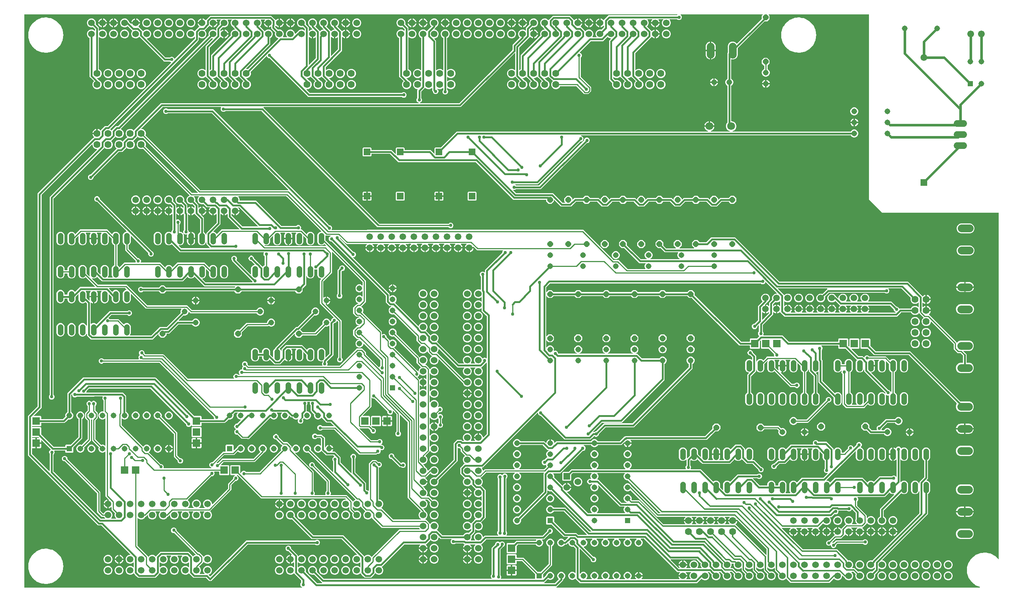
<source format=gbr>
G04 EAGLE Gerber RS-274X export*
G75*
%MOMM*%
%FSLAX34Y34*%
%LPD*%
%INBottom Copper*%
%IPPOS*%
%AMOC8*
5,1,8,0,0,1.08239X$1,22.5*%
G01*
%ADD10C,1.799997*%
%ADD11C,1.549400*%
%ADD12R,1.799997X1.799997*%
%ADD13C,1.308000*%
%ADD14C,1.600200*%
%ADD15C,1.508000*%
%ADD16C,1.524000*%
%ADD17C,1.508000*%
%ADD18P,1.415766X8X112.500000*%
%ADD19P,1.415766X8X202.500000*%
%ADD20C,1.308000*%
%ADD21R,1.549400X1.549400*%
%ADD22R,1.508000X1.508000*%
%ADD23R,1.308000X1.308000*%
%ADD24R,1.524000X1.524000*%
%ADD25C,1.799997*%
%ADD26C,0.381000*%
%ADD27C,0.756400*%
%ADD28C,0.254000*%
%ADD29C,0.304800*%
%ADD30C,0.609600*%

G36*
X648425Y10938D02*
X648425Y10938D01*
X648522Y10948D01*
X648546Y10958D01*
X648572Y10962D01*
X648658Y11008D01*
X648747Y11048D01*
X648766Y11065D01*
X648789Y11078D01*
X648856Y11148D01*
X648928Y11214D01*
X648940Y11237D01*
X648958Y11256D01*
X649000Y11344D01*
X649046Y11430D01*
X649051Y11455D01*
X649062Y11479D01*
X649073Y11576D01*
X649090Y11672D01*
X649086Y11698D01*
X649089Y11723D01*
X649069Y11819D01*
X649054Y11915D01*
X649043Y11938D01*
X649037Y11964D01*
X648987Y12048D01*
X648943Y12134D01*
X648924Y12152D01*
X648911Y12175D01*
X648837Y12238D01*
X648767Y12306D01*
X648739Y12322D01*
X648724Y12335D01*
X648693Y12347D01*
X648620Y12387D01*
X647928Y12674D01*
X646150Y14452D01*
X645187Y16776D01*
X645187Y19292D01*
X646150Y21616D01*
X646841Y22307D01*
X646894Y22381D01*
X646954Y22450D01*
X646966Y22481D01*
X646985Y22507D01*
X647012Y22594D01*
X647046Y22679D01*
X647050Y22720D01*
X647057Y22742D01*
X647056Y22774D01*
X647064Y22845D01*
X647064Y26880D01*
X647050Y26970D01*
X647042Y27061D01*
X647030Y27090D01*
X647025Y27122D01*
X646982Y27203D01*
X646946Y27287D01*
X646920Y27319D01*
X646909Y27340D01*
X646886Y27362D01*
X646841Y27418D01*
X630546Y43713D01*
X630530Y43725D01*
X630517Y43740D01*
X630430Y43797D01*
X630346Y43857D01*
X630327Y43863D01*
X630311Y43873D01*
X630210Y43899D01*
X630111Y43929D01*
X630091Y43929D01*
X630072Y43933D01*
X629969Y43925D01*
X629865Y43923D01*
X629847Y43916D01*
X629827Y43914D01*
X629732Y43874D01*
X629634Y43838D01*
X629619Y43826D01*
X629600Y43818D01*
X629469Y43713D01*
X628010Y42254D01*
X624305Y40719D01*
X620295Y40719D01*
X616590Y42254D01*
X613754Y45090D01*
X612219Y48795D01*
X612219Y52805D01*
X613754Y56510D01*
X616590Y59346D01*
X620295Y60881D01*
X624305Y60881D01*
X628010Y59346D01*
X629260Y58097D01*
X629318Y58055D01*
X629370Y58005D01*
X629417Y57983D01*
X629459Y57953D01*
X629528Y57932D01*
X629593Y57902D01*
X629645Y57896D01*
X629695Y57881D01*
X629766Y57883D01*
X629837Y57875D01*
X629888Y57886D01*
X629940Y57887D01*
X630008Y57912D01*
X630078Y57927D01*
X630123Y57954D01*
X630171Y57971D01*
X630227Y58016D01*
X630289Y58053D01*
X630323Y58093D01*
X630363Y58125D01*
X630402Y58185D01*
X630449Y58240D01*
X630468Y58288D01*
X630496Y58332D01*
X630514Y58402D01*
X630541Y58468D01*
X630549Y58539D01*
X630557Y58571D01*
X630555Y58594D01*
X630559Y58635D01*
X630559Y68365D01*
X630548Y68436D01*
X630546Y68508D01*
X630528Y68557D01*
X630520Y68608D01*
X630486Y68671D01*
X630461Y68739D01*
X630429Y68779D01*
X630404Y68825D01*
X630353Y68875D01*
X630308Y68931D01*
X630264Y68959D01*
X630226Y68995D01*
X630161Y69025D01*
X630101Y69064D01*
X630050Y69076D01*
X630003Y69098D01*
X629932Y69106D01*
X629862Y69124D01*
X629810Y69120D01*
X629759Y69125D01*
X629688Y69110D01*
X629617Y69105D01*
X629569Y69084D01*
X629518Y69073D01*
X629457Y69036D01*
X629391Y69008D01*
X629335Y68963D01*
X629307Y68947D01*
X629292Y68929D01*
X629260Y68903D01*
X628867Y68511D01*
X627583Y67578D01*
X626170Y66858D01*
X624661Y66367D01*
X623823Y66235D01*
X623823Y75438D01*
X623820Y75458D01*
X623822Y75477D01*
X623800Y75579D01*
X623783Y75681D01*
X623774Y75698D01*
X623770Y75718D01*
X623717Y75807D01*
X623668Y75898D01*
X623654Y75912D01*
X623644Y75929D01*
X623565Y75996D01*
X623490Y76067D01*
X623472Y76076D01*
X623457Y76089D01*
X623361Y76127D01*
X623267Y76171D01*
X623247Y76173D01*
X623229Y76181D01*
X623062Y76199D01*
X622299Y76199D01*
X622299Y76201D01*
X623062Y76201D01*
X623082Y76204D01*
X623101Y76202D01*
X623203Y76224D01*
X623305Y76241D01*
X623322Y76250D01*
X623342Y76254D01*
X623431Y76307D01*
X623522Y76356D01*
X623536Y76370D01*
X623553Y76380D01*
X623620Y76459D01*
X623691Y76534D01*
X623700Y76552D01*
X623713Y76567D01*
X623752Y76663D01*
X623795Y76757D01*
X623797Y76777D01*
X623805Y76795D01*
X623823Y76962D01*
X623823Y86165D01*
X624231Y86101D01*
X624239Y86101D01*
X624246Y86098D01*
X624362Y86101D01*
X624477Y86102D01*
X624484Y86104D01*
X624492Y86105D01*
X624600Y86144D01*
X624709Y86182D01*
X624716Y86186D01*
X624723Y86189D01*
X624813Y86261D01*
X624905Y86331D01*
X624909Y86338D01*
X624915Y86343D01*
X624978Y86440D01*
X625042Y86535D01*
X625044Y86543D01*
X625048Y86550D01*
X625076Y86662D01*
X625107Y86773D01*
X625106Y86781D01*
X625108Y86788D01*
X625099Y86903D01*
X625093Y87018D01*
X625090Y87026D01*
X625089Y87033D01*
X625044Y87139D01*
X625001Y87246D01*
X624996Y87252D01*
X624993Y87260D01*
X624888Y87391D01*
X617478Y94800D01*
X617405Y94853D01*
X617335Y94913D01*
X617305Y94925D01*
X617279Y94944D01*
X617192Y94971D01*
X617107Y95005D01*
X617066Y95009D01*
X617044Y95016D01*
X617011Y95015D01*
X616940Y95023D01*
X615962Y95023D01*
X613638Y95986D01*
X611860Y97764D01*
X610897Y100088D01*
X610897Y102604D01*
X611860Y104928D01*
X613638Y106706D01*
X615962Y107669D01*
X618478Y107669D01*
X620802Y106706D01*
X622580Y104928D01*
X623543Y102604D01*
X623543Y101626D01*
X623557Y101536D01*
X623565Y101445D01*
X623577Y101415D01*
X623582Y101383D01*
X623625Y101302D01*
X623661Y101219D01*
X623687Y101186D01*
X623698Y101166D01*
X623721Y101144D01*
X623766Y101088D01*
X639451Y85403D01*
X639451Y84045D01*
X639462Y83974D01*
X639464Y83902D01*
X639482Y83853D01*
X639490Y83802D01*
X639524Y83739D01*
X639549Y83671D01*
X639581Y83631D01*
X639606Y83585D01*
X639658Y83535D01*
X639702Y83479D01*
X639746Y83451D01*
X639784Y83415D01*
X639849Y83385D01*
X639909Y83346D01*
X639960Y83334D01*
X640007Y83312D01*
X640078Y83304D01*
X640148Y83286D01*
X640200Y83290D01*
X640251Y83285D01*
X640322Y83300D01*
X640393Y83305D01*
X640441Y83326D01*
X640492Y83337D01*
X640553Y83374D01*
X640619Y83402D01*
X640675Y83447D01*
X640703Y83463D01*
X640718Y83481D01*
X640750Y83507D01*
X641990Y84746D01*
X645695Y86281D01*
X649705Y86281D01*
X653410Y84746D01*
X656246Y81910D01*
X657781Y78205D01*
X657781Y74195D01*
X656246Y70490D01*
X653410Y67654D01*
X649705Y66119D01*
X645695Y66119D01*
X641990Y67654D01*
X640750Y68893D01*
X640692Y68935D01*
X640640Y68985D01*
X640593Y69007D01*
X640551Y69037D01*
X640482Y69058D01*
X640417Y69088D01*
X640365Y69094D01*
X640315Y69109D01*
X640244Y69107D01*
X640173Y69115D01*
X640122Y69104D01*
X640070Y69103D01*
X640002Y69078D01*
X639932Y69063D01*
X639887Y69036D01*
X639839Y69019D01*
X639783Y68974D01*
X639721Y68937D01*
X639687Y68897D01*
X639647Y68865D01*
X639608Y68805D01*
X639561Y68750D01*
X639542Y68702D01*
X639514Y68658D01*
X639496Y68588D01*
X639469Y68522D01*
X639461Y68451D01*
X639453Y68419D01*
X639455Y68396D01*
X639451Y68355D01*
X639451Y58645D01*
X639462Y58574D01*
X639464Y58502D01*
X639482Y58453D01*
X639490Y58402D01*
X639524Y58339D01*
X639549Y58271D01*
X639581Y58231D01*
X639606Y58185D01*
X639658Y58135D01*
X639702Y58079D01*
X639746Y58051D01*
X639784Y58015D01*
X639849Y57985D01*
X639909Y57946D01*
X639960Y57934D01*
X640007Y57912D01*
X640078Y57904D01*
X640148Y57886D01*
X640200Y57890D01*
X640251Y57885D01*
X640322Y57900D01*
X640393Y57905D01*
X640441Y57926D01*
X640492Y57937D01*
X640553Y57974D01*
X640619Y58002D01*
X640675Y58047D01*
X640703Y58063D01*
X640718Y58081D01*
X640750Y58107D01*
X641990Y59346D01*
X645695Y60881D01*
X649705Y60881D01*
X653410Y59346D01*
X656246Y56510D01*
X657781Y52805D01*
X657781Y48795D01*
X657452Y48000D01*
X657425Y47886D01*
X657396Y47773D01*
X657397Y47767D01*
X657395Y47761D01*
X657406Y47644D01*
X657415Y47528D01*
X657418Y47522D01*
X657419Y47516D01*
X657466Y47408D01*
X657512Y47302D01*
X657516Y47296D01*
X657519Y47291D01*
X657531Y47277D01*
X657617Y47171D01*
X683355Y21433D01*
X683428Y21380D01*
X683498Y21320D01*
X683528Y21308D01*
X683554Y21289D01*
X683641Y21262D01*
X683726Y21228D01*
X683767Y21224D01*
X683789Y21217D01*
X683822Y21218D01*
X683893Y21210D01*
X694565Y21210D01*
X694636Y21221D01*
X694708Y21223D01*
X694757Y21241D01*
X694808Y21249D01*
X694871Y21283D01*
X694939Y21308D01*
X694979Y21340D01*
X695025Y21365D01*
X695075Y21416D01*
X695131Y21461D01*
X695159Y21505D01*
X695195Y21543D01*
X695225Y21608D01*
X695264Y21668D01*
X695276Y21719D01*
X695298Y21766D01*
X695306Y21837D01*
X695324Y21907D01*
X695320Y21959D01*
X695325Y22010D01*
X695310Y22081D01*
X695305Y22152D01*
X695284Y22200D01*
X695273Y22251D01*
X695236Y22312D01*
X695208Y22378D01*
X695164Y22434D01*
X695147Y22462D01*
X695129Y22477D01*
X695104Y22509D01*
X676729Y40883D01*
X676635Y40952D01*
X676541Y41021D01*
X676535Y41023D01*
X676530Y41027D01*
X676419Y41061D01*
X676307Y41098D01*
X676301Y41097D01*
X676295Y41099D01*
X676178Y41096D01*
X676061Y41095D01*
X676054Y41093D01*
X676049Y41093D01*
X676031Y41087D01*
X675900Y41048D01*
X675105Y40719D01*
X671095Y40719D01*
X667390Y42254D01*
X664554Y45090D01*
X663019Y48795D01*
X663019Y52805D01*
X664554Y56510D01*
X667390Y59346D01*
X671095Y60881D01*
X675105Y60881D01*
X678810Y59346D01*
X681646Y56510D01*
X683181Y52805D01*
X683181Y48795D01*
X682852Y48000D01*
X682825Y47886D01*
X682796Y47773D01*
X682797Y47767D01*
X682795Y47761D01*
X682806Y47644D01*
X682815Y47528D01*
X682818Y47522D01*
X682819Y47516D01*
X682866Y47408D01*
X682912Y47302D01*
X682916Y47296D01*
X682919Y47291D01*
X682931Y47277D01*
X683017Y47171D01*
X698595Y31593D01*
X698668Y31540D01*
X698738Y31480D01*
X698768Y31468D01*
X698794Y31449D01*
X698881Y31422D01*
X698966Y31388D01*
X699007Y31384D01*
X699029Y31377D01*
X699062Y31378D01*
X699133Y31370D01*
X1084087Y31370D01*
X1084157Y31381D01*
X1084229Y31383D01*
X1084278Y31401D01*
X1084330Y31409D01*
X1084393Y31443D01*
X1084460Y31468D01*
X1084501Y31500D01*
X1084547Y31525D01*
X1084596Y31577D01*
X1084652Y31621D01*
X1084680Y31665D01*
X1084716Y31703D01*
X1084746Y31768D01*
X1084785Y31828D01*
X1084798Y31879D01*
X1084820Y31926D01*
X1084828Y31997D01*
X1084845Y32067D01*
X1084841Y32119D01*
X1084847Y32170D01*
X1084832Y32241D01*
X1084826Y32312D01*
X1084806Y32360D01*
X1084795Y32411D01*
X1084758Y32472D01*
X1084730Y32538D01*
X1084685Y32594D01*
X1084669Y32622D01*
X1084651Y32637D01*
X1084625Y32669D01*
X1083538Y33756D01*
X1082575Y36080D01*
X1082575Y38596D01*
X1083538Y40920D01*
X1084229Y41611D01*
X1084274Y41673D01*
X1084305Y41706D01*
X1084311Y41718D01*
X1084342Y41754D01*
X1084354Y41785D01*
X1084373Y41811D01*
X1084400Y41898D01*
X1084434Y41983D01*
X1084438Y42024D01*
X1084445Y42046D01*
X1084444Y42078D01*
X1084452Y42149D01*
X1084452Y102426D01*
X1092258Y110232D01*
X1092311Y110305D01*
X1092371Y110375D01*
X1092383Y110405D01*
X1092402Y110431D01*
X1092429Y110518D01*
X1092463Y110603D01*
X1092467Y110644D01*
X1092474Y110666D01*
X1092473Y110699D01*
X1092481Y110770D01*
X1092481Y111748D01*
X1093444Y114072D01*
X1095222Y115850D01*
X1097546Y116813D01*
X1100062Y116813D01*
X1102386Y115850D01*
X1103191Y115045D01*
X1103207Y115033D01*
X1103219Y115018D01*
X1103307Y114962D01*
X1103390Y114901D01*
X1103409Y114896D01*
X1103426Y114885D01*
X1103527Y114860D01*
X1103626Y114829D01*
X1103645Y114830D01*
X1103665Y114825D01*
X1103768Y114833D01*
X1103871Y114835D01*
X1103890Y114842D01*
X1103910Y114844D01*
X1104005Y114884D01*
X1104102Y114920D01*
X1104118Y114932D01*
X1104136Y114940D01*
X1104267Y115045D01*
X1105326Y116104D01*
X1107650Y117067D01*
X1110166Y117067D01*
X1112490Y116104D01*
X1114268Y114326D01*
X1115231Y112002D01*
X1115231Y109486D01*
X1114268Y107162D01*
X1112490Y105384D01*
X1111145Y104827D01*
X1111089Y104792D01*
X1111029Y104767D01*
X1110964Y104715D01*
X1110936Y104697D01*
X1110923Y104682D01*
X1110898Y104662D01*
X1104941Y98705D01*
X1104888Y98631D01*
X1104828Y98561D01*
X1104816Y98531D01*
X1104797Y98505D01*
X1104770Y98418D01*
X1104736Y98333D01*
X1104732Y98292D01*
X1104725Y98270D01*
X1104726Y98238D01*
X1104718Y98166D01*
X1104718Y40086D01*
X1104732Y39996D01*
X1104740Y39905D01*
X1104752Y39875D01*
X1104757Y39843D01*
X1104800Y39763D01*
X1104836Y39679D01*
X1104862Y39646D01*
X1104873Y39626D01*
X1104896Y39604D01*
X1104941Y39548D01*
X1105502Y38987D01*
X1106464Y36663D01*
X1106464Y34147D01*
X1105750Y32422D01*
X1105739Y32378D01*
X1105720Y32336D01*
X1105712Y32259D01*
X1105694Y32183D01*
X1105698Y32137D01*
X1105693Y32092D01*
X1105710Y32015D01*
X1105717Y31938D01*
X1105736Y31896D01*
X1105745Y31851D01*
X1105785Y31784D01*
X1105817Y31713D01*
X1105848Y31679D01*
X1105871Y31640D01*
X1105931Y31589D01*
X1105983Y31532D01*
X1106023Y31510D01*
X1106058Y31480D01*
X1106131Y31451D01*
X1106199Y31414D01*
X1106244Y31405D01*
X1106287Y31388D01*
X1106422Y31373D01*
X1106441Y31370D01*
X1106446Y31371D01*
X1106453Y31370D01*
X1183958Y31370D01*
X1183978Y31373D01*
X1183997Y31371D01*
X1184099Y31393D01*
X1184201Y31409D01*
X1184218Y31419D01*
X1184238Y31423D01*
X1184327Y31476D01*
X1184418Y31525D01*
X1184432Y31539D01*
X1184449Y31549D01*
X1184516Y31628D01*
X1184588Y31703D01*
X1184596Y31721D01*
X1184609Y31736D01*
X1184648Y31832D01*
X1184691Y31926D01*
X1184693Y31946D01*
X1184701Y31964D01*
X1184719Y32131D01*
X1184719Y41476D01*
X1184705Y41566D01*
X1184697Y41657D01*
X1184685Y41687D01*
X1184680Y41719D01*
X1184637Y41800D01*
X1184601Y41884D01*
X1184575Y41916D01*
X1184564Y41936D01*
X1184541Y41959D01*
X1184496Y42014D01*
X1154344Y72166D01*
X1154271Y72219D01*
X1154201Y72279D01*
X1154171Y72291D01*
X1154145Y72310D01*
X1154058Y72337D01*
X1153973Y72371D01*
X1153932Y72375D01*
X1153910Y72382D01*
X1153877Y72381D01*
X1153806Y72389D01*
X1142602Y72389D01*
X1142582Y72386D01*
X1142562Y72388D01*
X1142461Y72366D01*
X1142359Y72350D01*
X1142342Y72340D01*
X1142322Y72336D01*
X1142233Y72283D01*
X1142142Y72234D01*
X1142128Y72220D01*
X1142111Y72210D01*
X1142044Y72131D01*
X1141972Y72056D01*
X1141964Y72038D01*
X1141951Y72023D01*
X1141912Y71927D01*
X1141869Y71833D01*
X1141867Y71813D01*
X1141859Y71795D01*
X1141841Y71628D01*
X1141841Y66148D01*
X1140352Y64659D01*
X1120248Y64659D01*
X1118759Y66148D01*
X1118759Y86252D01*
X1120248Y87741D01*
X1140352Y87741D01*
X1141841Y86252D01*
X1141841Y80772D01*
X1141844Y80752D01*
X1141842Y80733D01*
X1141864Y80631D01*
X1141880Y80529D01*
X1141890Y80512D01*
X1141894Y80492D01*
X1141947Y80403D01*
X1141996Y80312D01*
X1142010Y80298D01*
X1142020Y80281D01*
X1142099Y80214D01*
X1142174Y80142D01*
X1142192Y80134D01*
X1142207Y80121D01*
X1142303Y80082D01*
X1142397Y80039D01*
X1142417Y80037D01*
X1142435Y80029D01*
X1142602Y80011D01*
X1157278Y80011D01*
X1189886Y47404D01*
X1189959Y47351D01*
X1190029Y47291D01*
X1190059Y47279D01*
X1190085Y47260D01*
X1190172Y47233D01*
X1190257Y47199D01*
X1190298Y47195D01*
X1190320Y47188D01*
X1190353Y47189D01*
X1190424Y47181D01*
X1197176Y47181D01*
X1197266Y47195D01*
X1197357Y47203D01*
X1197387Y47215D01*
X1197419Y47220D01*
X1197500Y47263D01*
X1197584Y47299D01*
X1197616Y47325D01*
X1197636Y47336D01*
X1197659Y47359D01*
X1197714Y47404D01*
X1215166Y64856D01*
X1215219Y64929D01*
X1215279Y64999D01*
X1215291Y65029D01*
X1215310Y65055D01*
X1215337Y65142D01*
X1215371Y65227D01*
X1215375Y65268D01*
X1215382Y65290D01*
X1215381Y65322D01*
X1215389Y65394D01*
X1215389Y105541D01*
X1215370Y105656D01*
X1215353Y105772D01*
X1215351Y105777D01*
X1215350Y105784D01*
X1215295Y105886D01*
X1215242Y105991D01*
X1215237Y105996D01*
X1215234Y106001D01*
X1215151Y106080D01*
X1215066Y106163D01*
X1215060Y106167D01*
X1215056Y106170D01*
X1215039Y106178D01*
X1214919Y106244D01*
X1214056Y106602D01*
X1211502Y109156D01*
X1210119Y112494D01*
X1210119Y116106D01*
X1211502Y119444D01*
X1214056Y121998D01*
X1217394Y123381D01*
X1221006Y123381D01*
X1224344Y121998D01*
X1226898Y119444D01*
X1228281Y116106D01*
X1228281Y112494D01*
X1226898Y109156D01*
X1224344Y106602D01*
X1223481Y106244D01*
X1223381Y106182D01*
X1223281Y106123D01*
X1223277Y106118D01*
X1223272Y106115D01*
X1223197Y106024D01*
X1223121Y105936D01*
X1223119Y105930D01*
X1223115Y105925D01*
X1223073Y105817D01*
X1223029Y105708D01*
X1223028Y105700D01*
X1223027Y105695D01*
X1223026Y105677D01*
X1223011Y105541D01*
X1223011Y61922D01*
X1203104Y42014D01*
X1203051Y41941D01*
X1202991Y41871D01*
X1202979Y41841D01*
X1202960Y41815D01*
X1202933Y41728D01*
X1202899Y41643D01*
X1202895Y41602D01*
X1202888Y41580D01*
X1202889Y41547D01*
X1202881Y41476D01*
X1202881Y34288D01*
X1202892Y34217D01*
X1202894Y34145D01*
X1202912Y34096D01*
X1202920Y34045D01*
X1202954Y33982D01*
X1202979Y33914D01*
X1203011Y33873D01*
X1203036Y33827D01*
X1203087Y33778D01*
X1203132Y33722D01*
X1203176Y33694D01*
X1203214Y33658D01*
X1203279Y33628D01*
X1203339Y33589D01*
X1203390Y33576D01*
X1203437Y33554D01*
X1203508Y33547D01*
X1203578Y33529D01*
X1203630Y33533D01*
X1203681Y33527D01*
X1203752Y33543D01*
X1203823Y33548D01*
X1203871Y33569D01*
X1203922Y33580D01*
X1203983Y33616D01*
X1204049Y33644D01*
X1204105Y33689D01*
X1204133Y33706D01*
X1204148Y33724D01*
X1204180Y33749D01*
X1209896Y39465D01*
X1209949Y39539D01*
X1210009Y39609D01*
X1210021Y39639D01*
X1210040Y39665D01*
X1210067Y39752D01*
X1210101Y39837D01*
X1210105Y39871D01*
X1211502Y43244D01*
X1214056Y45798D01*
X1217394Y47181D01*
X1221006Y47181D01*
X1224344Y45798D01*
X1226898Y43244D01*
X1228281Y39906D01*
X1228281Y36294D01*
X1226898Y32956D01*
X1224344Y30402D01*
X1221006Y29019D01*
X1217394Y29019D01*
X1214067Y30397D01*
X1213954Y30424D01*
X1213840Y30452D01*
X1213834Y30452D01*
X1213828Y30453D01*
X1213711Y30442D01*
X1213595Y30433D01*
X1213589Y30431D01*
X1213583Y30430D01*
X1213475Y30382D01*
X1213369Y30337D01*
X1213363Y30332D01*
X1213358Y30330D01*
X1213344Y30318D01*
X1213238Y30232D01*
X1208311Y25305D01*
X1205515Y22509D01*
X1205473Y22451D01*
X1205423Y22399D01*
X1205402Y22352D01*
X1205371Y22310D01*
X1205350Y22241D01*
X1205320Y22176D01*
X1205314Y22124D01*
X1205299Y22074D01*
X1205301Y22003D01*
X1205293Y21932D01*
X1205304Y21881D01*
X1205305Y21829D01*
X1205330Y21761D01*
X1205345Y21691D01*
X1205372Y21646D01*
X1205390Y21598D01*
X1205434Y21542D01*
X1205471Y21480D01*
X1205511Y21446D01*
X1205543Y21406D01*
X1205604Y21367D01*
X1205658Y21320D01*
X1205706Y21301D01*
X1205750Y21273D01*
X1205820Y21255D01*
X1205886Y21228D01*
X1205958Y21220D01*
X1205989Y21212D01*
X1206012Y21214D01*
X1206053Y21210D01*
X1229489Y21210D01*
X1229579Y21224D01*
X1229670Y21232D01*
X1229700Y21244D01*
X1229732Y21249D01*
X1229813Y21292D01*
X1229896Y21328D01*
X1229929Y21354D01*
X1229949Y21365D01*
X1229971Y21388D01*
X1230027Y21433D01*
X1238688Y30093D01*
X1238700Y30109D01*
X1238715Y30122D01*
X1238771Y30209D01*
X1238832Y30293D01*
X1238837Y30312D01*
X1238848Y30329D01*
X1238874Y30429D01*
X1238904Y30528D01*
X1238903Y30548D01*
X1238908Y30567D01*
X1238900Y30670D01*
X1238898Y30774D01*
X1238891Y30793D01*
X1238889Y30813D01*
X1238849Y30907D01*
X1238813Y31005D01*
X1238801Y31021D01*
X1238793Y31039D01*
X1238688Y31170D01*
X1236902Y32956D01*
X1235519Y36294D01*
X1235519Y39906D01*
X1236902Y43244D01*
X1239456Y45798D01*
X1242794Y47181D01*
X1246406Y47181D01*
X1249744Y45798D01*
X1252298Y43244D01*
X1253681Y39906D01*
X1253681Y36294D01*
X1252298Y32956D01*
X1249744Y30402D01*
X1249516Y30307D01*
X1249417Y30246D01*
X1249316Y30186D01*
X1249312Y30181D01*
X1249307Y30178D01*
X1249233Y30088D01*
X1249156Y29999D01*
X1249154Y29993D01*
X1249150Y29988D01*
X1249108Y29880D01*
X1249064Y29771D01*
X1249063Y29763D01*
X1249062Y29759D01*
X1249061Y29740D01*
X1249046Y29604D01*
X1249046Y27876D01*
X1246219Y25049D01*
X1233391Y12222D01*
X1233350Y12164D01*
X1233300Y12112D01*
X1233278Y12065D01*
X1233248Y12023D01*
X1233227Y11954D01*
X1233197Y11889D01*
X1233191Y11837D01*
X1233176Y11787D01*
X1233177Y11716D01*
X1233170Y11645D01*
X1233181Y11594D01*
X1233182Y11542D01*
X1233207Y11474D01*
X1233222Y11404D01*
X1233249Y11359D01*
X1233266Y11311D01*
X1233311Y11255D01*
X1233348Y11193D01*
X1233388Y11159D01*
X1233420Y11119D01*
X1233480Y11080D01*
X1233535Y11033D01*
X1233583Y11014D01*
X1233627Y10986D01*
X1233696Y10968D01*
X1233763Y10941D01*
X1233834Y10933D01*
X1233866Y10925D01*
X1233889Y10927D01*
X1233930Y10923D01*
X2205629Y10923D01*
X2205733Y10940D01*
X2205836Y10951D01*
X2205853Y10959D01*
X2205872Y10962D01*
X2205964Y11011D01*
X2206059Y11056D01*
X2206073Y11069D01*
X2206090Y11078D01*
X2206161Y11153D01*
X2206237Y11225D01*
X2206246Y11242D01*
X2206259Y11256D01*
X2206303Y11351D01*
X2206352Y11443D01*
X2206355Y11462D01*
X2206363Y11479D01*
X2206374Y11583D01*
X2206391Y11686D01*
X2206388Y11705D01*
X2206390Y11723D01*
X2206368Y11825D01*
X2206350Y11928D01*
X2206341Y11945D01*
X2206337Y11964D01*
X2206284Y12053D01*
X2206235Y12146D01*
X2206221Y12159D01*
X2206211Y12175D01*
X2206132Y12243D01*
X2206056Y12314D01*
X2206035Y12325D01*
X2206024Y12335D01*
X2205995Y12347D01*
X2205908Y12393D01*
X2196702Y16006D01*
X2187233Y23557D01*
X2180410Y33564D01*
X2176840Y45138D01*
X2176840Y57250D01*
X2180410Y68824D01*
X2180606Y69111D01*
X2181644Y70633D01*
X2181644Y70634D01*
X2183201Y72917D01*
X2184239Y74440D01*
X2185277Y75962D01*
X2186834Y78246D01*
X2187233Y78831D01*
X2196702Y86382D01*
X2207976Y90807D01*
X2220054Y91713D01*
X2220400Y91634D01*
X2223735Y90872D01*
X2227070Y90111D01*
X2230405Y89350D01*
X2230406Y89350D01*
X2231863Y89017D01*
X2242352Y82961D01*
X2248358Y76488D01*
X2248426Y76436D01*
X2248488Y76377D01*
X2248522Y76361D01*
X2248552Y76337D01*
X2248633Y76309D01*
X2248711Y76273D01*
X2248749Y76269D01*
X2248784Y76256D01*
X2248870Y76255D01*
X2248955Y76246D01*
X2248992Y76254D01*
X2249030Y76253D01*
X2249112Y76280D01*
X2249196Y76298D01*
X2249228Y76317D01*
X2249264Y76329D01*
X2249333Y76380D01*
X2249407Y76424D01*
X2249432Y76453D01*
X2249462Y76476D01*
X2249511Y76546D01*
X2249567Y76611D01*
X2249581Y76646D01*
X2249603Y76677D01*
X2249627Y76760D01*
X2249659Y76839D01*
X2249664Y76888D01*
X2249672Y76914D01*
X2249670Y76944D01*
X2249677Y77006D01*
X2249677Y871474D01*
X2249674Y871494D01*
X2249676Y871513D01*
X2249654Y871615D01*
X2249638Y871717D01*
X2249628Y871734D01*
X2249624Y871754D01*
X2249571Y871843D01*
X2249522Y871934D01*
X2249508Y871948D01*
X2249498Y871965D01*
X2249419Y872032D01*
X2249344Y872104D01*
X2249326Y872112D01*
X2249311Y872125D01*
X2249215Y872164D01*
X2249121Y872207D01*
X2249101Y872209D01*
X2249083Y872217D01*
X2248916Y872235D01*
X1981515Y872235D01*
X1951227Y902523D01*
X1951227Y1326896D01*
X1951224Y1326916D01*
X1951226Y1326935D01*
X1951204Y1327037D01*
X1951188Y1327139D01*
X1951178Y1327156D01*
X1951174Y1327176D01*
X1951121Y1327265D01*
X1951072Y1327356D01*
X1951058Y1327370D01*
X1951048Y1327387D01*
X1950969Y1327454D01*
X1950894Y1327526D01*
X1950876Y1327534D01*
X1950861Y1327547D01*
X1950765Y1327586D01*
X1950671Y1327629D01*
X1950651Y1327631D01*
X1950633Y1327639D01*
X1950466Y1327657D01*
X1721561Y1327657D01*
X1721490Y1327646D01*
X1721418Y1327644D01*
X1721369Y1327626D01*
X1721318Y1327618D01*
X1721255Y1327584D01*
X1721187Y1327559D01*
X1721147Y1327527D01*
X1721100Y1327502D01*
X1721051Y1327450D01*
X1720995Y1327406D01*
X1720967Y1327362D01*
X1720931Y1327324D01*
X1720901Y1327259D01*
X1720862Y1327199D01*
X1720849Y1327148D01*
X1720827Y1327101D01*
X1720820Y1327030D01*
X1720802Y1326960D01*
X1720806Y1326908D01*
X1720800Y1326857D01*
X1720816Y1326786D01*
X1720821Y1326715D01*
X1720842Y1326667D01*
X1720853Y1326616D01*
X1720889Y1326555D01*
X1720918Y1326489D01*
X1720962Y1326433D01*
X1720979Y1326405D01*
X1720997Y1326390D01*
X1721022Y1326358D01*
X1723073Y1324307D01*
X1723073Y1316785D01*
X1717753Y1311465D01*
X1711768Y1311465D01*
X1711678Y1311451D01*
X1711587Y1311443D01*
X1711557Y1311431D01*
X1711525Y1311426D01*
X1711444Y1311383D01*
X1711361Y1311347D01*
X1711328Y1311321D01*
X1711308Y1311310D01*
X1711286Y1311287D01*
X1711230Y1311242D01*
X1650064Y1250076D01*
X1650011Y1250003D01*
X1649951Y1249933D01*
X1649939Y1249903D01*
X1649920Y1249877D01*
X1649893Y1249790D01*
X1649859Y1249705D01*
X1649855Y1249664D01*
X1649848Y1249642D01*
X1649849Y1249609D01*
X1649841Y1249538D01*
X1649841Y1233304D01*
X1648084Y1229063D01*
X1644837Y1225816D01*
X1640596Y1224059D01*
X1636004Y1224059D01*
X1635924Y1224092D01*
X1635880Y1224103D01*
X1635838Y1224122D01*
X1635761Y1224131D01*
X1635685Y1224149D01*
X1635639Y1224144D01*
X1635594Y1224149D01*
X1635518Y1224133D01*
X1635440Y1224126D01*
X1635398Y1224107D01*
X1635353Y1224097D01*
X1635286Y1224057D01*
X1635215Y1224026D01*
X1635181Y1223995D01*
X1635142Y1223971D01*
X1635092Y1223912D01*
X1635034Y1223859D01*
X1635012Y1223819D01*
X1634982Y1223784D01*
X1634953Y1223712D01*
X1634916Y1223644D01*
X1634907Y1223599D01*
X1634890Y1223556D01*
X1634875Y1223420D01*
X1634872Y1223402D01*
X1634873Y1223397D01*
X1634872Y1223389D01*
X1634872Y1180198D01*
X1634875Y1180180D01*
X1634873Y1180163D01*
X1634891Y1180078D01*
X1634908Y1179967D01*
X1634910Y1179961D01*
X1634911Y1179955D01*
X1634922Y1179935D01*
X1634925Y1179923D01*
X1634957Y1179870D01*
X1634966Y1179853D01*
X1635019Y1179748D01*
X1635024Y1179743D01*
X1635027Y1179738D01*
X1635047Y1179718D01*
X1635051Y1179712D01*
X1635080Y1179687D01*
X1635111Y1179658D01*
X1635195Y1179576D01*
X1635201Y1179572D01*
X1635205Y1179569D01*
X1635222Y1179561D01*
X1635342Y1179495D01*
X1635570Y1179400D01*
X1638124Y1176846D01*
X1639507Y1173508D01*
X1639507Y1169896D01*
X1638124Y1166558D01*
X1635570Y1164004D01*
X1635342Y1163909D01*
X1635243Y1163848D01*
X1635142Y1163788D01*
X1635138Y1163783D01*
X1635133Y1163780D01*
X1635059Y1163690D01*
X1634982Y1163601D01*
X1634980Y1163595D01*
X1634976Y1163590D01*
X1634934Y1163482D01*
X1634890Y1163373D01*
X1634889Y1163365D01*
X1634888Y1163361D01*
X1634887Y1163342D01*
X1634872Y1163206D01*
X1634872Y1083166D01*
X1634875Y1083146D01*
X1634873Y1083127D01*
X1634895Y1083025D01*
X1634911Y1082923D01*
X1634921Y1082906D01*
X1634925Y1082886D01*
X1634978Y1082797D01*
X1635027Y1082706D01*
X1635041Y1082692D01*
X1635051Y1082675D01*
X1635130Y1082608D01*
X1635205Y1082536D01*
X1635223Y1082528D01*
X1635238Y1082515D01*
X1635334Y1082476D01*
X1635428Y1082433D01*
X1635448Y1082431D01*
X1635466Y1082423D01*
X1635633Y1082405D01*
X1637040Y1082405D01*
X1641281Y1080648D01*
X1644528Y1077401D01*
X1646285Y1073160D01*
X1646285Y1068568D01*
X1644528Y1064327D01*
X1641281Y1061080D01*
X1638698Y1060010D01*
X1638615Y1059959D01*
X1638529Y1059913D01*
X1638511Y1059895D01*
X1638489Y1059881D01*
X1638427Y1059805D01*
X1638360Y1059735D01*
X1638349Y1059711D01*
X1638332Y1059691D01*
X1638297Y1059600D01*
X1638256Y1059512D01*
X1638253Y1059486D01*
X1638244Y1059462D01*
X1638240Y1059364D01*
X1638229Y1059268D01*
X1638235Y1059242D01*
X1638234Y1059216D01*
X1638261Y1059122D01*
X1638281Y1059027D01*
X1638295Y1059005D01*
X1638302Y1058980D01*
X1638358Y1058900D01*
X1638408Y1058816D01*
X1638428Y1058799D01*
X1638442Y1058778D01*
X1638521Y1058719D01*
X1638595Y1058656D01*
X1638619Y1058646D01*
X1638640Y1058631D01*
X1638732Y1058601D01*
X1638823Y1058564D01*
X1638855Y1058561D01*
X1638874Y1058555D01*
X1638907Y1058555D01*
X1638989Y1058546D01*
X1909204Y1058546D01*
X1909318Y1058564D01*
X1909435Y1058582D01*
X1909441Y1058584D01*
X1909447Y1058585D01*
X1909549Y1058640D01*
X1909654Y1058693D01*
X1909659Y1058698D01*
X1909664Y1058701D01*
X1909744Y1058785D01*
X1909826Y1058869D01*
X1909830Y1058875D01*
X1909833Y1058879D01*
X1909841Y1058896D01*
X1909907Y1059016D01*
X1910002Y1059244D01*
X1912556Y1061798D01*
X1915894Y1063181D01*
X1919506Y1063181D01*
X1922844Y1061798D01*
X1925398Y1059244D01*
X1926781Y1055906D01*
X1926781Y1052294D01*
X1925398Y1048956D01*
X1922844Y1046402D01*
X1919506Y1045019D01*
X1915894Y1045019D01*
X1912556Y1046402D01*
X1910002Y1048956D01*
X1909907Y1049184D01*
X1909846Y1049283D01*
X1909786Y1049384D01*
X1909781Y1049388D01*
X1909778Y1049393D01*
X1909688Y1049467D01*
X1909599Y1049544D01*
X1909593Y1049546D01*
X1909588Y1049550D01*
X1909480Y1049592D01*
X1909371Y1049636D01*
X1909363Y1049637D01*
X1909359Y1049638D01*
X1909340Y1049639D01*
X1909204Y1049654D01*
X1290698Y1049654D01*
X1290602Y1049639D01*
X1290505Y1049629D01*
X1290481Y1049619D01*
X1290455Y1049615D01*
X1290369Y1049569D01*
X1290280Y1049529D01*
X1290261Y1049512D01*
X1290238Y1049499D01*
X1290171Y1049429D01*
X1290099Y1049363D01*
X1290087Y1049340D01*
X1290068Y1049321D01*
X1290027Y1049233D01*
X1289981Y1049147D01*
X1289976Y1049122D01*
X1289965Y1049098D01*
X1289954Y1049001D01*
X1289937Y1048905D01*
X1289941Y1048879D01*
X1289938Y1048854D01*
X1289958Y1048758D01*
X1289973Y1048662D01*
X1289984Y1048639D01*
X1289990Y1048613D01*
X1290040Y1048530D01*
X1290084Y1048443D01*
X1290103Y1048424D01*
X1290116Y1048402D01*
X1290190Y1048339D01*
X1290260Y1048271D01*
X1290288Y1048255D01*
X1290303Y1048242D01*
X1290334Y1048230D01*
X1290407Y1048190D01*
X1292632Y1047268D01*
X1294410Y1045490D01*
X1295373Y1043166D01*
X1295373Y1040650D01*
X1294410Y1038326D01*
X1292632Y1036548D01*
X1290308Y1035585D01*
X1289330Y1035585D01*
X1289240Y1035571D01*
X1289149Y1035563D01*
X1289119Y1035551D01*
X1289087Y1035546D01*
X1289006Y1035503D01*
X1288923Y1035467D01*
X1288890Y1035441D01*
X1288870Y1035430D01*
X1288852Y1035411D01*
X1288850Y1035410D01*
X1288843Y1035404D01*
X1288792Y1035362D01*
X1191070Y937640D01*
X1139122Y937640D01*
X1139026Y937625D01*
X1138929Y937615D01*
X1138905Y937605D01*
X1138879Y937601D01*
X1138793Y937555D01*
X1138704Y937515D01*
X1138685Y937498D01*
X1138661Y937485D01*
X1138595Y937415D01*
X1138523Y937349D01*
X1138510Y937326D01*
X1138492Y937307D01*
X1138451Y937219D01*
X1138404Y937133D01*
X1138399Y937108D01*
X1138388Y937084D01*
X1138378Y936987D01*
X1138360Y936891D01*
X1138364Y936865D01*
X1138361Y936840D01*
X1138382Y936745D01*
X1138396Y936648D01*
X1138408Y936625D01*
X1138414Y936599D01*
X1138464Y936516D01*
X1138508Y936429D01*
X1138526Y936410D01*
X1138540Y936388D01*
X1138614Y936325D01*
X1138683Y936257D01*
X1138712Y936241D01*
X1138727Y936228D01*
X1138758Y936216D01*
X1138830Y936176D01*
X1139216Y936016D01*
X1139907Y935325D01*
X1139981Y935272D01*
X1140050Y935212D01*
X1140081Y935200D01*
X1140107Y935181D01*
X1140194Y935154D01*
X1140279Y935120D01*
X1140320Y935116D01*
X1140342Y935109D01*
X1140374Y935110D01*
X1140445Y935102D01*
X1193421Y935102D01*
X1193511Y935116D01*
X1193602Y935124D01*
X1193632Y935136D01*
X1193664Y935141D01*
X1193745Y935184D01*
X1193828Y935220D01*
X1193861Y935246D01*
X1193881Y935257D01*
X1193903Y935280D01*
X1193959Y935325D01*
X1296728Y1038094D01*
X1296773Y1038156D01*
X1296798Y1038182D01*
X1296803Y1038192D01*
X1296841Y1038237D01*
X1296853Y1038267D01*
X1296872Y1038293D01*
X1296899Y1038380D01*
X1296933Y1038465D01*
X1296937Y1038506D01*
X1296944Y1038528D01*
X1296943Y1038561D01*
X1296951Y1038632D01*
X1296951Y1039610D01*
X1297914Y1041934D01*
X1299692Y1043712D01*
X1302016Y1044675D01*
X1304532Y1044675D01*
X1306856Y1043712D01*
X1308634Y1041934D01*
X1309597Y1039610D01*
X1309597Y1037094D01*
X1308634Y1034770D01*
X1306856Y1032992D01*
X1304532Y1032029D01*
X1303554Y1032029D01*
X1303464Y1032015D01*
X1303373Y1032007D01*
X1303343Y1031995D01*
X1303311Y1031990D01*
X1303230Y1031947D01*
X1303147Y1031911D01*
X1303114Y1031885D01*
X1303094Y1031874D01*
X1303072Y1031851D01*
X1303016Y1031806D01*
X1197420Y926210D01*
X1140445Y926210D01*
X1140355Y926196D01*
X1140264Y926188D01*
X1140235Y926176D01*
X1140203Y926171D01*
X1140122Y926128D01*
X1140038Y926092D01*
X1140006Y926066D01*
X1139985Y926055D01*
X1139963Y926032D01*
X1139907Y925987D01*
X1139216Y925296D01*
X1136892Y924333D01*
X1134992Y924333D01*
X1134921Y924322D01*
X1134849Y924320D01*
X1134800Y924302D01*
X1134749Y924294D01*
X1134686Y924260D01*
X1134618Y924235D01*
X1134578Y924203D01*
X1134532Y924178D01*
X1134482Y924126D01*
X1134426Y924082D01*
X1134398Y924038D01*
X1134362Y924000D01*
X1134332Y923935D01*
X1134293Y923875D01*
X1134281Y923824D01*
X1134259Y923777D01*
X1134251Y923706D01*
X1134233Y923636D01*
X1134237Y923584D01*
X1134232Y923533D01*
X1134247Y923462D01*
X1134252Y923391D01*
X1134273Y923343D01*
X1134284Y923292D01*
X1134321Y923231D01*
X1134349Y923165D01*
X1134393Y923109D01*
X1134410Y923081D01*
X1134428Y923066D01*
X1134453Y923034D01*
X1140070Y917418D01*
X1140143Y917365D01*
X1140213Y917305D01*
X1140243Y917293D01*
X1140269Y917274D01*
X1140356Y917247D01*
X1140441Y917213D01*
X1140482Y917209D01*
X1140504Y917202D01*
X1140537Y917203D01*
X1140608Y917195D01*
X1225119Y917195D01*
X1227946Y914368D01*
X1246994Y895320D01*
X1247068Y895267D01*
X1247138Y895207D01*
X1247168Y895195D01*
X1247194Y895176D01*
X1247281Y895149D01*
X1247366Y895115D01*
X1247407Y895111D01*
X1247429Y895104D01*
X1247461Y895105D01*
X1247533Y895097D01*
X1252508Y895097D01*
X1252579Y895108D01*
X1252651Y895110D01*
X1252699Y895128D01*
X1252751Y895136D01*
X1252814Y895170D01*
X1252882Y895195D01*
X1252922Y895227D01*
X1252968Y895252D01*
X1253018Y895304D01*
X1253074Y895348D01*
X1253102Y895392D01*
X1253138Y895430D01*
X1253168Y895495D01*
X1253207Y895555D01*
X1253219Y895606D01*
X1253241Y895653D01*
X1253249Y895724D01*
X1253267Y895794D01*
X1253263Y895846D01*
X1253268Y895897D01*
X1253253Y895968D01*
X1253247Y896039D01*
X1253227Y896087D01*
X1253216Y896138D01*
X1253179Y896199D01*
X1253151Y896265D01*
X1253106Y896321D01*
X1253090Y896349D01*
X1253072Y896364D01*
X1253046Y896396D01*
X1251504Y897939D01*
X1251504Y905461D01*
X1256823Y910781D01*
X1264346Y910781D01*
X1269665Y905461D01*
X1269665Y903280D01*
X1269677Y903209D01*
X1269679Y903138D01*
X1269697Y903089D01*
X1269705Y903037D01*
X1269739Y902974D01*
X1269763Y902907D01*
X1269796Y902866D01*
X1269820Y902820D01*
X1269872Y902771D01*
X1269917Y902715D01*
X1269961Y902686D01*
X1269999Y902651D01*
X1270064Y902620D01*
X1270124Y902582D01*
X1270174Y902569D01*
X1270222Y902547D01*
X1270293Y902539D01*
X1270362Y902522D01*
X1270414Y902526D01*
X1270466Y902520D01*
X1270536Y902535D01*
X1270608Y902541D01*
X1270656Y902561D01*
X1270706Y902572D01*
X1270768Y902609D01*
X1270834Y902637D01*
X1270890Y902682D01*
X1270918Y902698D01*
X1270933Y902716D01*
X1270965Y902742D01*
X1274369Y906146D01*
X1293757Y906146D01*
X1293847Y906160D01*
X1293938Y906168D01*
X1293968Y906180D01*
X1293999Y906185D01*
X1294080Y906228D01*
X1294164Y906264D01*
X1294196Y906290D01*
X1294217Y906301D01*
X1294223Y906307D01*
X1294224Y906308D01*
X1294241Y906325D01*
X1294295Y906369D01*
X1298707Y910781D01*
X1306230Y910781D01*
X1310642Y906369D01*
X1310716Y906316D01*
X1310785Y906256D01*
X1310815Y906244D01*
X1310841Y906225D01*
X1310928Y906198D01*
X1311013Y906164D01*
X1311054Y906160D01*
X1311077Y906153D01*
X1311109Y906154D01*
X1311180Y906146D01*
X1330568Y906146D01*
X1333972Y902742D01*
X1334030Y902700D01*
X1334082Y902651D01*
X1334129Y902629D01*
X1334172Y902598D01*
X1334240Y902577D01*
X1334305Y902547D01*
X1334357Y902541D01*
X1334407Y902526D01*
X1334478Y902528D01*
X1334550Y902520D01*
X1334600Y902531D01*
X1334652Y902532D01*
X1334720Y902557D01*
X1334790Y902572D01*
X1334835Y902599D01*
X1334884Y902617D01*
X1334940Y902662D01*
X1335001Y902698D01*
X1335035Y902738D01*
X1335076Y902770D01*
X1335114Y902831D01*
X1335161Y902885D01*
X1335180Y902934D01*
X1335209Y902977D01*
X1335226Y903047D01*
X1335253Y903113D01*
X1335261Y903185D01*
X1335269Y903216D01*
X1335267Y903239D01*
X1335271Y903280D01*
X1335271Y905461D01*
X1340591Y910781D01*
X1348113Y910781D01*
X1353433Y905461D01*
X1353433Y903280D01*
X1353444Y903209D01*
X1353446Y903138D01*
X1353464Y903089D01*
X1353473Y903037D01*
X1353506Y902974D01*
X1353531Y902907D01*
X1353563Y902866D01*
X1353588Y902820D01*
X1353640Y902771D01*
X1353684Y902715D01*
X1353728Y902686D01*
X1353766Y902651D01*
X1353831Y902620D01*
X1353891Y902582D01*
X1353942Y902569D01*
X1353989Y902547D01*
X1354060Y902539D01*
X1354130Y902522D01*
X1354182Y902526D01*
X1354234Y902520D01*
X1354304Y902535D01*
X1354375Y902541D01*
X1354423Y902561D01*
X1354474Y902572D01*
X1354535Y902609D01*
X1354601Y902637D01*
X1354657Y902682D01*
X1354685Y902698D01*
X1354700Y902716D01*
X1354732Y902742D01*
X1358136Y906146D01*
X1377524Y906146D01*
X1377614Y906160D01*
X1377705Y906168D01*
X1377735Y906180D01*
X1377767Y906185D01*
X1377848Y906228D01*
X1377931Y906264D01*
X1377964Y906290D01*
X1377984Y906301D01*
X1377991Y906307D01*
X1377991Y906308D01*
X1378008Y906325D01*
X1378062Y906369D01*
X1382474Y910781D01*
X1389997Y910781D01*
X1394409Y906369D01*
X1394483Y906316D01*
X1394553Y906256D01*
X1394583Y906244D01*
X1394609Y906225D01*
X1394696Y906198D01*
X1394781Y906164D01*
X1394822Y906160D01*
X1394844Y906153D01*
X1394876Y906154D01*
X1394947Y906146D01*
X1414335Y906146D01*
X1417739Y902742D01*
X1417797Y902700D01*
X1417849Y902651D01*
X1417897Y902629D01*
X1417939Y902598D01*
X1418007Y902577D01*
X1418072Y902547D01*
X1418124Y902541D01*
X1418174Y902526D01*
X1418246Y902528D01*
X1418317Y902520D01*
X1418368Y902531D01*
X1418420Y902532D01*
X1418487Y902557D01*
X1418557Y902572D01*
X1418602Y902599D01*
X1418651Y902617D01*
X1418707Y902662D01*
X1418768Y902698D01*
X1418802Y902738D01*
X1418843Y902770D01*
X1418882Y902831D01*
X1418928Y902885D01*
X1418948Y902934D01*
X1418976Y902977D01*
X1418993Y903047D01*
X1419020Y903113D01*
X1419028Y903185D01*
X1419036Y903216D01*
X1419034Y903239D01*
X1419039Y903280D01*
X1419039Y905461D01*
X1424358Y910781D01*
X1431881Y910781D01*
X1437200Y905461D01*
X1437200Y903280D01*
X1437212Y903209D01*
X1437214Y903138D01*
X1437232Y903089D01*
X1437240Y903037D01*
X1437273Y902974D01*
X1437298Y902907D01*
X1437331Y902866D01*
X1437355Y902820D01*
X1437407Y902771D01*
X1437452Y902715D01*
X1437496Y902686D01*
X1437533Y902651D01*
X1437598Y902620D01*
X1437659Y902582D01*
X1437709Y902569D01*
X1437756Y902547D01*
X1437828Y902539D01*
X1437897Y902522D01*
X1437949Y902526D01*
X1438001Y902520D01*
X1438071Y902535D01*
X1438142Y902541D01*
X1438190Y902561D01*
X1438241Y902572D01*
X1438303Y902609D01*
X1438369Y902637D01*
X1438425Y902682D01*
X1438452Y902698D01*
X1438468Y902716D01*
X1438500Y902742D01*
X1441904Y906146D01*
X1461291Y906146D01*
X1461382Y906160D01*
X1461472Y906168D01*
X1461502Y906180D01*
X1461534Y906185D01*
X1461615Y906228D01*
X1461699Y906264D01*
X1461731Y906290D01*
X1461752Y906301D01*
X1461758Y906307D01*
X1461759Y906308D01*
X1461775Y906325D01*
X1461830Y906369D01*
X1466242Y910781D01*
X1473764Y910781D01*
X1478177Y906369D01*
X1478250Y906316D01*
X1478320Y906256D01*
X1478350Y906244D01*
X1478376Y906225D01*
X1478463Y906198D01*
X1478548Y906164D01*
X1478589Y906160D01*
X1478611Y906153D01*
X1478644Y906154D01*
X1478715Y906146D01*
X1498103Y906146D01*
X1501507Y902742D01*
X1501565Y902700D01*
X1501617Y902651D01*
X1501664Y902629D01*
X1501706Y902598D01*
X1501775Y902577D01*
X1501840Y902547D01*
X1501892Y902541D01*
X1501941Y902526D01*
X1502013Y902528D01*
X1502084Y902520D01*
X1502135Y902531D01*
X1502187Y902532D01*
X1502255Y902557D01*
X1502325Y902572D01*
X1502369Y902599D01*
X1502418Y902617D01*
X1502474Y902662D01*
X1502536Y902698D01*
X1502570Y902738D01*
X1502610Y902770D01*
X1502649Y902831D01*
X1502696Y902885D01*
X1502715Y902934D01*
X1502743Y902977D01*
X1502761Y903047D01*
X1502788Y903113D01*
X1502796Y903185D01*
X1502803Y903216D01*
X1502802Y903239D01*
X1502806Y903280D01*
X1502806Y905461D01*
X1508125Y910781D01*
X1515648Y910781D01*
X1520968Y905461D01*
X1520968Y903280D01*
X1520979Y903209D01*
X1520981Y903138D01*
X1520999Y903089D01*
X1521007Y903037D01*
X1521041Y902974D01*
X1521065Y902907D01*
X1521098Y902866D01*
X1521122Y902820D01*
X1521174Y902771D01*
X1521219Y902715D01*
X1521263Y902686D01*
X1521301Y902651D01*
X1521366Y902620D01*
X1521426Y902582D01*
X1521477Y902569D01*
X1521524Y902547D01*
X1521595Y902539D01*
X1521665Y902522D01*
X1521717Y902526D01*
X1521768Y902520D01*
X1521838Y902535D01*
X1521910Y902541D01*
X1521958Y902561D01*
X1522009Y902572D01*
X1522070Y902609D01*
X1522136Y902637D01*
X1522192Y902682D01*
X1522220Y902698D01*
X1522235Y902716D01*
X1522267Y902742D01*
X1525671Y906146D01*
X1545059Y906146D01*
X1545149Y906160D01*
X1545240Y906168D01*
X1545270Y906180D01*
X1545302Y906185D01*
X1545382Y906228D01*
X1545466Y906264D01*
X1545498Y906290D01*
X1545519Y906301D01*
X1545525Y906307D01*
X1545526Y906308D01*
X1545543Y906325D01*
X1545597Y906369D01*
X1550009Y910781D01*
X1557532Y910781D01*
X1561944Y906369D01*
X1562018Y906316D01*
X1562087Y906256D01*
X1562117Y906244D01*
X1562144Y906225D01*
X1562231Y906198D01*
X1562315Y906164D01*
X1562356Y906160D01*
X1562379Y906153D01*
X1562411Y906154D01*
X1562482Y906146D01*
X1581870Y906146D01*
X1585274Y902742D01*
X1585332Y902700D01*
X1585384Y902651D01*
X1585431Y902629D01*
X1585474Y902598D01*
X1585542Y902577D01*
X1585607Y902547D01*
X1585659Y902541D01*
X1585709Y902526D01*
X1585780Y902528D01*
X1585852Y902520D01*
X1585903Y902531D01*
X1585955Y902532D01*
X1586022Y902557D01*
X1586092Y902572D01*
X1586137Y902599D01*
X1586186Y902617D01*
X1586242Y902662D01*
X1586303Y902698D01*
X1586337Y902738D01*
X1586378Y902770D01*
X1586416Y902831D01*
X1586463Y902885D01*
X1586483Y902934D01*
X1586511Y902977D01*
X1586528Y903047D01*
X1586555Y903113D01*
X1586563Y903185D01*
X1586571Y903216D01*
X1586569Y903239D01*
X1586573Y903280D01*
X1586573Y905461D01*
X1591893Y910781D01*
X1599416Y910781D01*
X1604735Y905461D01*
X1604735Y903280D01*
X1604746Y903209D01*
X1604748Y903138D01*
X1604766Y903089D01*
X1604775Y903037D01*
X1604808Y902974D01*
X1604833Y902907D01*
X1604865Y902866D01*
X1604890Y902820D01*
X1604942Y902771D01*
X1604987Y902715D01*
X1605030Y902686D01*
X1605068Y902651D01*
X1605133Y902620D01*
X1605193Y902582D01*
X1605244Y902569D01*
X1605291Y902547D01*
X1605362Y902539D01*
X1605432Y902522D01*
X1605484Y902526D01*
X1605536Y902520D01*
X1605606Y902535D01*
X1605677Y902541D01*
X1605725Y902561D01*
X1605776Y902572D01*
X1605838Y902609D01*
X1605904Y902637D01*
X1605959Y902682D01*
X1605987Y902698D01*
X1606002Y902716D01*
X1606034Y902742D01*
X1609438Y906146D01*
X1628826Y906146D01*
X1628916Y906160D01*
X1629007Y906168D01*
X1629037Y906180D01*
X1629069Y906185D01*
X1629150Y906228D01*
X1629234Y906264D01*
X1629266Y906290D01*
X1629286Y906301D01*
X1629293Y906307D01*
X1629293Y906308D01*
X1629310Y906325D01*
X1629364Y906369D01*
X1633777Y910781D01*
X1641299Y910781D01*
X1646619Y905461D01*
X1646619Y897939D01*
X1641299Y892619D01*
X1633777Y892619D01*
X1629364Y897031D01*
X1629291Y897084D01*
X1629221Y897144D01*
X1629191Y897156D01*
X1629165Y897175D01*
X1629078Y897202D01*
X1628993Y897236D01*
X1628952Y897240D01*
X1628930Y897247D01*
X1628897Y897246D01*
X1628826Y897254D01*
X1613437Y897254D01*
X1613347Y897240D01*
X1613256Y897232D01*
X1613226Y897220D01*
X1613194Y897215D01*
X1613113Y897172D01*
X1613029Y897136D01*
X1612997Y897110D01*
X1612977Y897099D01*
X1612954Y897076D01*
X1612898Y897031D01*
X1602072Y886205D01*
X1589236Y886205D01*
X1578410Y897031D01*
X1578336Y897084D01*
X1578267Y897144D01*
X1578236Y897156D01*
X1578210Y897175D01*
X1578123Y897202D01*
X1578038Y897236D01*
X1577997Y897240D01*
X1577975Y897247D01*
X1577943Y897246D01*
X1577872Y897254D01*
X1562482Y897254D01*
X1562392Y897240D01*
X1562301Y897232D01*
X1562271Y897220D01*
X1562239Y897215D01*
X1562159Y897172D01*
X1562075Y897136D01*
X1562043Y897110D01*
X1562022Y897099D01*
X1562000Y897076D01*
X1561944Y897031D01*
X1557532Y892619D01*
X1550009Y892619D01*
X1545597Y897031D01*
X1545523Y897084D01*
X1545454Y897144D01*
X1545424Y897156D01*
X1545397Y897175D01*
X1545310Y897202D01*
X1545226Y897236D01*
X1545185Y897240D01*
X1545162Y897247D01*
X1545130Y897246D01*
X1545059Y897254D01*
X1529669Y897254D01*
X1529579Y897240D01*
X1529488Y897232D01*
X1529459Y897220D01*
X1529427Y897215D01*
X1529346Y897172D01*
X1529262Y897136D01*
X1529230Y897110D01*
X1529209Y897099D01*
X1529187Y897076D01*
X1529131Y897031D01*
X1518305Y886205D01*
X1505469Y886205D01*
X1494643Y897031D01*
X1494569Y897084D01*
X1494499Y897144D01*
X1494469Y897156D01*
X1494443Y897175D01*
X1494356Y897202D01*
X1494271Y897236D01*
X1494230Y897240D01*
X1494208Y897247D01*
X1494176Y897246D01*
X1494104Y897254D01*
X1478715Y897254D01*
X1478625Y897240D01*
X1478534Y897232D01*
X1478504Y897220D01*
X1478472Y897215D01*
X1478391Y897172D01*
X1478307Y897136D01*
X1478275Y897110D01*
X1478255Y897099D01*
X1478232Y897076D01*
X1478177Y897031D01*
X1473764Y892619D01*
X1466242Y892619D01*
X1461830Y897031D01*
X1461756Y897084D01*
X1461686Y897144D01*
X1461656Y897156D01*
X1461630Y897175D01*
X1461543Y897202D01*
X1461458Y897236D01*
X1461417Y897240D01*
X1461395Y897247D01*
X1461363Y897246D01*
X1461291Y897254D01*
X1445902Y897254D01*
X1445812Y897240D01*
X1445721Y897232D01*
X1445691Y897220D01*
X1445659Y897215D01*
X1445579Y897172D01*
X1445495Y897136D01*
X1445463Y897110D01*
X1445442Y897099D01*
X1445420Y897076D01*
X1445364Y897031D01*
X1434538Y886205D01*
X1421701Y886205D01*
X1410875Y897031D01*
X1410801Y897084D01*
X1410732Y897144D01*
X1410702Y897156D01*
X1410675Y897175D01*
X1410589Y897202D01*
X1410504Y897236D01*
X1410463Y897240D01*
X1410440Y897247D01*
X1410408Y897246D01*
X1410337Y897254D01*
X1394947Y897254D01*
X1394857Y897240D01*
X1394766Y897232D01*
X1394737Y897220D01*
X1394705Y897215D01*
X1394624Y897172D01*
X1394540Y897136D01*
X1394508Y897110D01*
X1394487Y897099D01*
X1394465Y897076D01*
X1394409Y897031D01*
X1389997Y892619D01*
X1382474Y892619D01*
X1378062Y897031D01*
X1377988Y897084D01*
X1377919Y897144D01*
X1377889Y897156D01*
X1377863Y897175D01*
X1377776Y897202D01*
X1377691Y897236D01*
X1377650Y897240D01*
X1377628Y897247D01*
X1377595Y897246D01*
X1377524Y897254D01*
X1362135Y897254D01*
X1362044Y897240D01*
X1361954Y897232D01*
X1361924Y897220D01*
X1361892Y897215D01*
X1361811Y897172D01*
X1361727Y897136D01*
X1361695Y897110D01*
X1361674Y897099D01*
X1361652Y897076D01*
X1361596Y897031D01*
X1350770Y886205D01*
X1337934Y886205D01*
X1327108Y897031D01*
X1327034Y897084D01*
X1326964Y897144D01*
X1326934Y897156D01*
X1326908Y897175D01*
X1326821Y897202D01*
X1326736Y897236D01*
X1326695Y897240D01*
X1326673Y897247D01*
X1326641Y897246D01*
X1326570Y897254D01*
X1311180Y897254D01*
X1311090Y897240D01*
X1310999Y897232D01*
X1310969Y897220D01*
X1310937Y897215D01*
X1310857Y897172D01*
X1310773Y897136D01*
X1310741Y897110D01*
X1310720Y897099D01*
X1310698Y897076D01*
X1310642Y897031D01*
X1306230Y892619D01*
X1298707Y892619D01*
X1294295Y897031D01*
X1294221Y897084D01*
X1294152Y897144D01*
X1294122Y897156D01*
X1294095Y897175D01*
X1294008Y897202D01*
X1293923Y897236D01*
X1293883Y897240D01*
X1293860Y897247D01*
X1293828Y897246D01*
X1293757Y897254D01*
X1278367Y897254D01*
X1278277Y897240D01*
X1278186Y897232D01*
X1278156Y897220D01*
X1278124Y897215D01*
X1278044Y897172D01*
X1277960Y897136D01*
X1277928Y897110D01*
X1277907Y897099D01*
X1277885Y897076D01*
X1277829Y897031D01*
X1267003Y886205D01*
X1243534Y886205D01*
X1229081Y900658D01*
X1229023Y900700D01*
X1228971Y900749D01*
X1228924Y900771D01*
X1228882Y900802D01*
X1228813Y900823D01*
X1228748Y900853D01*
X1228696Y900859D01*
X1228646Y900874D01*
X1228575Y900872D01*
X1228504Y900880D01*
X1228453Y900869D01*
X1228401Y900868D01*
X1228333Y900843D01*
X1228263Y900828D01*
X1228218Y900801D01*
X1228170Y900783D01*
X1228114Y900738D01*
X1228052Y900702D01*
X1228018Y900662D01*
X1227978Y900630D01*
X1227939Y900569D01*
X1227892Y900515D01*
X1227873Y900466D01*
X1227845Y900423D01*
X1227827Y900353D01*
X1227800Y900287D01*
X1227792Y900215D01*
X1227784Y900184D01*
X1227786Y900161D01*
X1227782Y900120D01*
X1227782Y897939D01*
X1222462Y892619D01*
X1214940Y892619D01*
X1209620Y897939D01*
X1209620Y901192D01*
X1209617Y901212D01*
X1209619Y901231D01*
X1209597Y901333D01*
X1209581Y901435D01*
X1209571Y901452D01*
X1209567Y901472D01*
X1209514Y901561D01*
X1209465Y901652D01*
X1209451Y901666D01*
X1209441Y901683D01*
X1209362Y901750D01*
X1209287Y901822D01*
X1209269Y901830D01*
X1209254Y901843D01*
X1209158Y901882D01*
X1209064Y901925D01*
X1209044Y901927D01*
X1209026Y901935D01*
X1208859Y901953D01*
X1133979Y901953D01*
X1131152Y904780D01*
X1047760Y988172D01*
X1047686Y988225D01*
X1047617Y988285D01*
X1047587Y988297D01*
X1047560Y988316D01*
X1047473Y988343D01*
X1047389Y988377D01*
X1047348Y988381D01*
X1047325Y988388D01*
X1047293Y988387D01*
X1047222Y988395D01*
X869765Y988395D01*
X866938Y991222D01*
X851129Y1007031D01*
X851055Y1007084D01*
X850986Y1007144D01*
X850956Y1007156D01*
X850930Y1007175D01*
X850843Y1007202D01*
X850758Y1007236D01*
X850717Y1007240D01*
X850694Y1007247D01*
X850662Y1007246D01*
X850591Y1007254D01*
X809042Y1007254D01*
X809022Y1007251D01*
X809003Y1007253D01*
X808901Y1007231D01*
X808799Y1007215D01*
X808782Y1007205D01*
X808762Y1007201D01*
X808673Y1007148D01*
X808582Y1007099D01*
X808568Y1007085D01*
X808551Y1007075D01*
X808484Y1006996D01*
X808412Y1006921D01*
X808404Y1006903D01*
X808391Y1006888D01*
X808352Y1006792D01*
X808309Y1006698D01*
X808307Y1006678D01*
X808299Y1006660D01*
X808281Y1006493D01*
X808281Y1003108D01*
X806792Y1001619D01*
X789608Y1001619D01*
X788119Y1003108D01*
X788119Y1020292D01*
X789608Y1021781D01*
X806792Y1021781D01*
X808281Y1020292D01*
X808281Y1016907D01*
X808284Y1016887D01*
X808282Y1016868D01*
X808304Y1016766D01*
X808320Y1016664D01*
X808330Y1016647D01*
X808334Y1016627D01*
X808387Y1016538D01*
X808436Y1016447D01*
X808450Y1016433D01*
X808460Y1016416D01*
X808539Y1016349D01*
X808614Y1016277D01*
X808632Y1016269D01*
X808647Y1016256D01*
X808743Y1016217D01*
X808837Y1016174D01*
X808857Y1016172D01*
X808875Y1016164D01*
X809042Y1016146D01*
X854589Y1016146D01*
X863020Y1007715D01*
X863078Y1007673D01*
X863130Y1007624D01*
X863177Y1007602D01*
X863219Y1007572D01*
X863288Y1007551D01*
X863353Y1007520D01*
X863405Y1007515D01*
X863455Y1007499D01*
X863526Y1007501D01*
X863597Y1007493D01*
X863648Y1007504D01*
X863700Y1007506D01*
X863768Y1007530D01*
X863838Y1007546D01*
X863883Y1007572D01*
X863931Y1007590D01*
X863987Y1007635D01*
X864049Y1007672D01*
X864083Y1007711D01*
X864123Y1007744D01*
X864162Y1007804D01*
X864209Y1007859D01*
X864228Y1007907D01*
X864256Y1007951D01*
X864274Y1008020D01*
X864301Y1008087D01*
X864309Y1008158D01*
X864317Y1008189D01*
X864315Y1008213D01*
X864319Y1008254D01*
X864319Y1020292D01*
X865808Y1021781D01*
X882992Y1021781D01*
X884481Y1020292D01*
X884481Y1016907D01*
X884484Y1016887D01*
X884482Y1016868D01*
X884504Y1016766D01*
X884520Y1016664D01*
X884530Y1016647D01*
X884534Y1016627D01*
X884587Y1016538D01*
X884636Y1016447D01*
X884650Y1016433D01*
X884660Y1016416D01*
X884739Y1016349D01*
X884814Y1016277D01*
X884832Y1016269D01*
X884847Y1016256D01*
X884943Y1016217D01*
X885037Y1016174D01*
X885057Y1016172D01*
X885075Y1016164D01*
X885242Y1016146D01*
X943743Y1016146D01*
X951920Y1007969D01*
X951978Y1007927D01*
X952030Y1007878D01*
X952077Y1007856D01*
X952119Y1007826D01*
X952188Y1007805D01*
X952253Y1007774D01*
X952305Y1007769D01*
X952355Y1007753D01*
X952426Y1007755D01*
X952497Y1007747D01*
X952548Y1007758D01*
X952600Y1007760D01*
X952668Y1007784D01*
X952738Y1007800D01*
X952783Y1007826D01*
X952831Y1007844D01*
X952887Y1007889D01*
X952949Y1007926D01*
X952983Y1007965D01*
X953023Y1007998D01*
X953062Y1008058D01*
X953109Y1008113D01*
X953128Y1008161D01*
X953156Y1008205D01*
X953174Y1008274D01*
X953201Y1008341D01*
X953209Y1008412D01*
X953217Y1008443D01*
X953215Y1008467D01*
X953219Y1008508D01*
X953219Y1020292D01*
X954708Y1021781D01*
X966778Y1021781D01*
X966868Y1021795D01*
X966959Y1021803D01*
X966989Y1021815D01*
X967021Y1021820D01*
X967102Y1021863D01*
X967185Y1021899D01*
X967218Y1021925D01*
X967238Y1021936D01*
X967260Y1021959D01*
X967316Y1022004D01*
X1003858Y1058546D01*
X1580465Y1058546D01*
X1580469Y1058546D01*
X1580473Y1058546D01*
X1580591Y1058566D01*
X1580708Y1058585D01*
X1580711Y1058587D01*
X1580715Y1058588D01*
X1580821Y1058645D01*
X1580925Y1058701D01*
X1580928Y1058703D01*
X1580931Y1058705D01*
X1581013Y1058793D01*
X1581094Y1058879D01*
X1581096Y1058883D01*
X1581099Y1058886D01*
X1581147Y1058993D01*
X1581198Y1059102D01*
X1581199Y1059106D01*
X1581200Y1059110D01*
X1581212Y1059229D01*
X1581225Y1059346D01*
X1581224Y1059350D01*
X1581225Y1059354D01*
X1581198Y1059471D01*
X1581173Y1059587D01*
X1581171Y1059590D01*
X1581170Y1059594D01*
X1581108Y1059695D01*
X1581047Y1059798D01*
X1581044Y1059801D01*
X1581042Y1059804D01*
X1580950Y1059880D01*
X1580860Y1059958D01*
X1580856Y1059959D01*
X1580853Y1059962D01*
X1580700Y1060031D01*
X1580276Y1060169D01*
X1578657Y1060993D01*
X1577188Y1062061D01*
X1575903Y1063346D01*
X1574835Y1064815D01*
X1574011Y1066434D01*
X1573449Y1068162D01*
X1573263Y1069341D01*
X1583944Y1069341D01*
X1583964Y1069344D01*
X1583983Y1069342D01*
X1584085Y1069364D01*
X1584187Y1069381D01*
X1584204Y1069390D01*
X1584224Y1069394D01*
X1584313Y1069447D01*
X1584404Y1069496D01*
X1584418Y1069510D01*
X1584435Y1069520D01*
X1584502Y1069599D01*
X1584573Y1069674D01*
X1584582Y1069692D01*
X1584595Y1069707D01*
X1584633Y1069803D01*
X1584677Y1069897D01*
X1584679Y1069917D01*
X1584687Y1069935D01*
X1584705Y1070102D01*
X1584705Y1070865D01*
X1584707Y1070865D01*
X1584707Y1070102D01*
X1584710Y1070082D01*
X1584708Y1070063D01*
X1584730Y1069961D01*
X1584747Y1069859D01*
X1584756Y1069842D01*
X1584760Y1069822D01*
X1584813Y1069733D01*
X1584862Y1069642D01*
X1584876Y1069628D01*
X1584886Y1069611D01*
X1584965Y1069544D01*
X1585040Y1069473D01*
X1585058Y1069464D01*
X1585073Y1069451D01*
X1585169Y1069412D01*
X1585263Y1069369D01*
X1585283Y1069367D01*
X1585301Y1069359D01*
X1585468Y1069341D01*
X1596149Y1069341D01*
X1595963Y1068162D01*
X1595401Y1066434D01*
X1594577Y1064815D01*
X1593509Y1063346D01*
X1592224Y1062061D01*
X1590755Y1060993D01*
X1589136Y1060169D01*
X1588712Y1060031D01*
X1588708Y1060029D01*
X1588704Y1060028D01*
X1588600Y1059973D01*
X1588493Y1059918D01*
X1588490Y1059915D01*
X1588487Y1059913D01*
X1588405Y1059827D01*
X1588322Y1059742D01*
X1588320Y1059738D01*
X1588318Y1059735D01*
X1588267Y1059626D01*
X1588216Y1059520D01*
X1588216Y1059516D01*
X1588214Y1059512D01*
X1588201Y1059393D01*
X1588186Y1059275D01*
X1588187Y1059271D01*
X1588187Y1059268D01*
X1588212Y1059151D01*
X1588236Y1059035D01*
X1588238Y1059031D01*
X1588239Y1059027D01*
X1588300Y1058926D01*
X1588360Y1058822D01*
X1588363Y1058819D01*
X1588365Y1058816D01*
X1588455Y1058739D01*
X1588545Y1058660D01*
X1588549Y1058659D01*
X1588552Y1058656D01*
X1588663Y1058611D01*
X1588773Y1058566D01*
X1588777Y1058566D01*
X1588780Y1058564D01*
X1588947Y1058546D01*
X1630499Y1058546D01*
X1630595Y1058561D01*
X1630692Y1058571D01*
X1630716Y1058581D01*
X1630741Y1058585D01*
X1630827Y1058631D01*
X1630916Y1058671D01*
X1630936Y1058688D01*
X1630959Y1058701D01*
X1631026Y1058771D01*
X1631097Y1058837D01*
X1631110Y1058860D01*
X1631128Y1058879D01*
X1631169Y1058967D01*
X1631216Y1059053D01*
X1631221Y1059078D01*
X1631232Y1059102D01*
X1631242Y1059199D01*
X1631260Y1059295D01*
X1631256Y1059321D01*
X1631259Y1059346D01*
X1631238Y1059442D01*
X1631224Y1059538D01*
X1631212Y1059561D01*
X1631207Y1059587D01*
X1631157Y1059670D01*
X1631112Y1059757D01*
X1631094Y1059776D01*
X1631080Y1059798D01*
X1631006Y1059861D01*
X1630937Y1059929D01*
X1630908Y1059945D01*
X1630893Y1059958D01*
X1630863Y1059970D01*
X1630790Y1060010D01*
X1628207Y1061080D01*
X1624960Y1064327D01*
X1623203Y1068568D01*
X1623203Y1073160D01*
X1624960Y1077401D01*
X1625757Y1078198D01*
X1625810Y1078272D01*
X1625870Y1078342D01*
X1625882Y1078372D01*
X1625901Y1078398D01*
X1625928Y1078485D01*
X1625962Y1078570D01*
X1625966Y1078611D01*
X1625973Y1078633D01*
X1625972Y1078665D01*
X1625980Y1078737D01*
X1625980Y1163206D01*
X1625962Y1163320D01*
X1625944Y1163437D01*
X1625942Y1163443D01*
X1625941Y1163449D01*
X1625886Y1163551D01*
X1625833Y1163656D01*
X1625828Y1163661D01*
X1625825Y1163666D01*
X1625741Y1163746D01*
X1625657Y1163828D01*
X1625651Y1163832D01*
X1625647Y1163835D01*
X1625630Y1163843D01*
X1625510Y1163909D01*
X1625282Y1164004D01*
X1622728Y1166558D01*
X1621345Y1169896D01*
X1621345Y1173508D01*
X1622728Y1176846D01*
X1625282Y1179400D01*
X1625510Y1179495D01*
X1625609Y1179556D01*
X1625656Y1179584D01*
X1625679Y1179596D01*
X1625683Y1179600D01*
X1625710Y1179616D01*
X1625714Y1179621D01*
X1625719Y1179624D01*
X1625793Y1179714D01*
X1625818Y1179742D01*
X1625849Y1179775D01*
X1625852Y1179783D01*
X1625870Y1179803D01*
X1625872Y1179809D01*
X1625876Y1179814D01*
X1625918Y1179922D01*
X1625923Y1179935D01*
X1625952Y1179998D01*
X1625954Y1180011D01*
X1625962Y1180031D01*
X1625963Y1180039D01*
X1625964Y1180043D01*
X1625965Y1180062D01*
X1625980Y1180198D01*
X1625980Y1238568D01*
X1626536Y1239124D01*
X1626589Y1239197D01*
X1626649Y1239267D01*
X1626661Y1239297D01*
X1626680Y1239323D01*
X1626706Y1239410D01*
X1626741Y1239495D01*
X1626745Y1239536D01*
X1626752Y1239558D01*
X1626751Y1239591D01*
X1626759Y1239662D01*
X1626759Y1255896D01*
X1628516Y1260137D01*
X1631763Y1263384D01*
X1636004Y1265141D01*
X1640596Y1265141D01*
X1644837Y1263384D01*
X1647279Y1260942D01*
X1647295Y1260931D01*
X1647307Y1260915D01*
X1647394Y1260859D01*
X1647478Y1260799D01*
X1647497Y1260793D01*
X1647514Y1260782D01*
X1647615Y1260757D01*
X1647713Y1260726D01*
X1647733Y1260727D01*
X1647753Y1260722D01*
X1647856Y1260730D01*
X1647959Y1260733D01*
X1647978Y1260740D01*
X1647998Y1260741D01*
X1648093Y1260782D01*
X1648190Y1260817D01*
X1648206Y1260830D01*
X1648224Y1260838D01*
X1648355Y1260942D01*
X1704688Y1317276D01*
X1704741Y1317349D01*
X1704801Y1317419D01*
X1704813Y1317449D01*
X1704832Y1317475D01*
X1704859Y1317562D01*
X1704893Y1317647D01*
X1704897Y1317688D01*
X1704904Y1317710D01*
X1704903Y1317743D01*
X1704911Y1317814D01*
X1704911Y1324307D01*
X1706962Y1326358D01*
X1707004Y1326416D01*
X1707053Y1326468D01*
X1707075Y1326515D01*
X1707105Y1326557D01*
X1707126Y1326626D01*
X1707157Y1326691D01*
X1707162Y1326743D01*
X1707178Y1326793D01*
X1707176Y1326864D01*
X1707184Y1326935D01*
X1707173Y1326986D01*
X1707171Y1327038D01*
X1707147Y1327106D01*
X1707131Y1327176D01*
X1707105Y1327221D01*
X1707087Y1327269D01*
X1707042Y1327325D01*
X1707005Y1327387D01*
X1706966Y1327421D01*
X1706933Y1327461D01*
X1706873Y1327500D01*
X1706818Y1327547D01*
X1706770Y1327566D01*
X1706726Y1327594D01*
X1706657Y1327612D01*
X1706590Y1327639D01*
X1706519Y1327647D01*
X1706488Y1327655D01*
X1706464Y1327653D01*
X1706423Y1327657D01*
X1519131Y1327657D01*
X1519061Y1327646D01*
X1518989Y1327644D01*
X1518940Y1327626D01*
X1518888Y1327618D01*
X1518825Y1327584D01*
X1518758Y1327559D01*
X1518717Y1327527D01*
X1518671Y1327502D01*
X1518622Y1327450D01*
X1518566Y1327406D01*
X1518538Y1327362D01*
X1518502Y1327324D01*
X1518472Y1327259D01*
X1518433Y1327199D01*
X1518420Y1327148D01*
X1518398Y1327101D01*
X1518390Y1327030D01*
X1518373Y1326960D01*
X1518377Y1326908D01*
X1518371Y1326857D01*
X1518386Y1326786D01*
X1518392Y1326715D01*
X1518412Y1326667D01*
X1518423Y1326616D01*
X1518460Y1326555D01*
X1518488Y1326489D01*
X1518533Y1326433D01*
X1518549Y1326405D01*
X1518567Y1326390D01*
X1518593Y1326358D01*
X1520315Y1324636D01*
X1521278Y1322312D01*
X1521278Y1319796D01*
X1520315Y1317472D01*
X1518537Y1315694D01*
X1516213Y1314731D01*
X1513697Y1314731D01*
X1511373Y1315694D01*
X1510682Y1316385D01*
X1510608Y1316438D01*
X1510539Y1316498D01*
X1510508Y1316510D01*
X1510482Y1316529D01*
X1510395Y1316556D01*
X1510310Y1316590D01*
X1510269Y1316594D01*
X1510247Y1316601D01*
X1510215Y1316600D01*
X1510144Y1316608D01*
X1493599Y1316608D01*
X1493528Y1316597D01*
X1493457Y1316595D01*
X1493408Y1316577D01*
X1493356Y1316569D01*
X1493293Y1316535D01*
X1493226Y1316510D01*
X1493185Y1316478D01*
X1493139Y1316453D01*
X1493090Y1316401D01*
X1493034Y1316357D01*
X1493005Y1316313D01*
X1492969Y1316275D01*
X1492939Y1316210D01*
X1492901Y1316150D01*
X1492888Y1316099D01*
X1492866Y1316052D01*
X1492858Y1315981D01*
X1492840Y1315911D01*
X1492845Y1315859D01*
X1492839Y1315808D01*
X1492854Y1315737D01*
X1492860Y1315666D01*
X1492880Y1315618D01*
X1492891Y1315567D01*
X1492928Y1315506D01*
X1492956Y1315440D01*
X1493001Y1315384D01*
X1493017Y1315356D01*
X1493035Y1315341D01*
X1493061Y1315309D01*
X1494514Y1313856D01*
X1496061Y1310121D01*
X1496061Y1306079D01*
X1494514Y1302344D01*
X1491656Y1299486D01*
X1487921Y1297939D01*
X1483879Y1297939D01*
X1480144Y1299486D01*
X1477286Y1302344D01*
X1475739Y1306079D01*
X1475739Y1310121D01*
X1477286Y1313856D01*
X1478739Y1315309D01*
X1478781Y1315367D01*
X1478831Y1315419D01*
X1478852Y1315466D01*
X1478883Y1315508D01*
X1478904Y1315577D01*
X1478934Y1315642D01*
X1478940Y1315694D01*
X1478955Y1315744D01*
X1478953Y1315815D01*
X1478961Y1315886D01*
X1478950Y1315937D01*
X1478949Y1315989D01*
X1478924Y1316057D01*
X1478909Y1316127D01*
X1478882Y1316172D01*
X1478864Y1316220D01*
X1478820Y1316276D01*
X1478783Y1316338D01*
X1478743Y1316372D01*
X1478711Y1316412D01*
X1478650Y1316451D01*
X1478596Y1316498D01*
X1478548Y1316517D01*
X1478504Y1316545D01*
X1478434Y1316563D01*
X1478368Y1316590D01*
X1478296Y1316598D01*
X1478265Y1316606D01*
X1478242Y1316604D01*
X1478201Y1316608D01*
X1468199Y1316608D01*
X1468128Y1316597D01*
X1468057Y1316595D01*
X1468008Y1316577D01*
X1467956Y1316569D01*
X1467893Y1316535D01*
X1467826Y1316510D01*
X1467785Y1316478D01*
X1467739Y1316453D01*
X1467690Y1316402D01*
X1467634Y1316357D01*
X1467605Y1316313D01*
X1467569Y1316275D01*
X1467539Y1316210D01*
X1467501Y1316150D01*
X1467488Y1316099D01*
X1467466Y1316052D01*
X1467458Y1315981D01*
X1467440Y1315911D01*
X1467445Y1315859D01*
X1467439Y1315808D01*
X1467454Y1315737D01*
X1467460Y1315666D01*
X1467480Y1315618D01*
X1467491Y1315567D01*
X1467528Y1315506D01*
X1467556Y1315440D01*
X1467601Y1315384D01*
X1467617Y1315356D01*
X1467635Y1315341D01*
X1467661Y1315309D01*
X1468250Y1314719D01*
X1469190Y1313425D01*
X1469916Y1312000D01*
X1470411Y1310479D01*
X1470546Y1309623D01*
X1461262Y1309623D01*
X1461242Y1309620D01*
X1461223Y1309622D01*
X1461121Y1309600D01*
X1461019Y1309583D01*
X1461002Y1309574D01*
X1460982Y1309570D01*
X1460893Y1309517D01*
X1460802Y1309468D01*
X1460788Y1309454D01*
X1460771Y1309444D01*
X1460704Y1309365D01*
X1460633Y1309290D01*
X1460624Y1309272D01*
X1460611Y1309257D01*
X1460573Y1309161D01*
X1460529Y1309067D01*
X1460527Y1309047D01*
X1460519Y1309029D01*
X1460501Y1308862D01*
X1460501Y1308099D01*
X1460499Y1308099D01*
X1460499Y1308862D01*
X1460496Y1308878D01*
X1460498Y1308893D01*
X1460497Y1308896D01*
X1460498Y1308901D01*
X1460476Y1309003D01*
X1460459Y1309105D01*
X1460450Y1309122D01*
X1460446Y1309142D01*
X1460393Y1309231D01*
X1460344Y1309322D01*
X1460330Y1309336D01*
X1460320Y1309353D01*
X1460241Y1309420D01*
X1460166Y1309491D01*
X1460148Y1309500D01*
X1460133Y1309513D01*
X1460037Y1309552D01*
X1459943Y1309595D01*
X1459923Y1309597D01*
X1459905Y1309605D01*
X1459738Y1309623D01*
X1450454Y1309623D01*
X1450589Y1310479D01*
X1451084Y1312000D01*
X1451810Y1313425D01*
X1452750Y1314719D01*
X1453339Y1315309D01*
X1453381Y1315367D01*
X1453431Y1315419D01*
X1453452Y1315466D01*
X1453483Y1315508D01*
X1453504Y1315577D01*
X1453534Y1315642D01*
X1453540Y1315694D01*
X1453555Y1315744D01*
X1453553Y1315815D01*
X1453561Y1315886D01*
X1453550Y1315937D01*
X1453549Y1315989D01*
X1453524Y1316057D01*
X1453509Y1316127D01*
X1453482Y1316172D01*
X1453464Y1316220D01*
X1453420Y1316276D01*
X1453383Y1316338D01*
X1453343Y1316372D01*
X1453311Y1316412D01*
X1453250Y1316451D01*
X1453196Y1316498D01*
X1453148Y1316517D01*
X1453104Y1316545D01*
X1453034Y1316563D01*
X1452968Y1316590D01*
X1452896Y1316598D01*
X1452865Y1316606D01*
X1452842Y1316604D01*
X1452801Y1316608D01*
X1442799Y1316608D01*
X1442728Y1316597D01*
X1442657Y1316595D01*
X1442608Y1316577D01*
X1442556Y1316569D01*
X1442493Y1316535D01*
X1442426Y1316510D01*
X1442385Y1316478D01*
X1442339Y1316453D01*
X1442290Y1316401D01*
X1442234Y1316357D01*
X1442205Y1316313D01*
X1442169Y1316275D01*
X1442139Y1316210D01*
X1442101Y1316150D01*
X1442088Y1316099D01*
X1442066Y1316052D01*
X1442058Y1315981D01*
X1442040Y1315911D01*
X1442045Y1315859D01*
X1442039Y1315808D01*
X1442054Y1315737D01*
X1442060Y1315666D01*
X1442080Y1315618D01*
X1442091Y1315567D01*
X1442128Y1315506D01*
X1442156Y1315440D01*
X1442201Y1315384D01*
X1442217Y1315356D01*
X1442235Y1315341D01*
X1442261Y1315309D01*
X1443714Y1313856D01*
X1445261Y1310121D01*
X1445261Y1306079D01*
X1443714Y1302344D01*
X1441798Y1300428D01*
X1441786Y1300412D01*
X1441771Y1300400D01*
X1441715Y1300313D01*
X1441654Y1300229D01*
X1441648Y1300210D01*
X1441638Y1300193D01*
X1441612Y1300092D01*
X1441582Y1299994D01*
X1441582Y1299974D01*
X1441578Y1299954D01*
X1441586Y1299851D01*
X1441588Y1299748D01*
X1441595Y1299729D01*
X1441597Y1299709D01*
X1441637Y1299614D01*
X1441673Y1299517D01*
X1441685Y1299501D01*
X1441693Y1299483D01*
X1441798Y1299352D01*
X1451752Y1289398D01*
X1451768Y1289386D01*
X1451780Y1289371D01*
X1451868Y1289315D01*
X1451952Y1289254D01*
X1451971Y1289248D01*
X1451987Y1289238D01*
X1452088Y1289212D01*
X1452187Y1289182D01*
X1452207Y1289182D01*
X1452226Y1289178D01*
X1452329Y1289186D01*
X1452433Y1289188D01*
X1452451Y1289195D01*
X1452471Y1289197D01*
X1452566Y1289237D01*
X1452664Y1289273D01*
X1452679Y1289285D01*
X1452697Y1289293D01*
X1452828Y1289398D01*
X1453881Y1290450D01*
X1455175Y1291390D01*
X1456600Y1292116D01*
X1458121Y1292611D01*
X1458977Y1292746D01*
X1458977Y1283462D01*
X1458980Y1283442D01*
X1458978Y1283423D01*
X1459000Y1283321D01*
X1459017Y1283219D01*
X1459026Y1283202D01*
X1459030Y1283182D01*
X1459083Y1283093D01*
X1459132Y1283002D01*
X1459146Y1282988D01*
X1459156Y1282971D01*
X1459235Y1282904D01*
X1459310Y1282833D01*
X1459328Y1282824D01*
X1459343Y1282811D01*
X1459439Y1282773D01*
X1459533Y1282729D01*
X1459553Y1282727D01*
X1459571Y1282719D01*
X1459738Y1282701D01*
X1460501Y1282701D01*
X1460501Y1282699D01*
X1459738Y1282699D01*
X1459718Y1282696D01*
X1459699Y1282698D01*
X1459597Y1282676D01*
X1459495Y1282659D01*
X1459478Y1282650D01*
X1459458Y1282646D01*
X1459369Y1282593D01*
X1459278Y1282544D01*
X1459264Y1282530D01*
X1459247Y1282520D01*
X1459180Y1282441D01*
X1459109Y1282366D01*
X1459100Y1282348D01*
X1459087Y1282333D01*
X1459048Y1282237D01*
X1459005Y1282143D01*
X1459003Y1282123D01*
X1458995Y1282105D01*
X1458977Y1281938D01*
X1458977Y1272654D01*
X1458121Y1272789D01*
X1456600Y1273284D01*
X1455175Y1274010D01*
X1453881Y1274950D01*
X1452828Y1276002D01*
X1452812Y1276014D01*
X1452800Y1276029D01*
X1452713Y1276085D01*
X1452629Y1276146D01*
X1452610Y1276152D01*
X1452593Y1276162D01*
X1452492Y1276188D01*
X1452394Y1276218D01*
X1452374Y1276218D01*
X1452354Y1276222D01*
X1452251Y1276214D01*
X1452148Y1276212D01*
X1452129Y1276205D01*
X1452109Y1276203D01*
X1452014Y1276163D01*
X1451917Y1276127D01*
X1451901Y1276115D01*
X1451883Y1276107D01*
X1451752Y1276002D01*
X1414432Y1238682D01*
X1414379Y1238609D01*
X1414320Y1238539D01*
X1414307Y1238509D01*
X1414289Y1238483D01*
X1414262Y1238396D01*
X1414228Y1238311D01*
X1414223Y1238270D01*
X1414216Y1238248D01*
X1414217Y1238215D01*
X1414209Y1238144D01*
X1414209Y1200323D01*
X1414221Y1200253D01*
X1414223Y1200181D01*
X1414241Y1200132D01*
X1414249Y1200081D01*
X1414283Y1200017D01*
X1414307Y1199950D01*
X1414340Y1199909D01*
X1414364Y1199863D01*
X1414416Y1199814D01*
X1414461Y1199758D01*
X1414505Y1199730D01*
X1414542Y1199694D01*
X1414607Y1199664D01*
X1414668Y1199625D01*
X1414718Y1199612D01*
X1414765Y1199590D01*
X1414837Y1199582D01*
X1414906Y1199565D01*
X1414958Y1199569D01*
X1415010Y1199563D01*
X1415080Y1199578D01*
X1415151Y1199584D01*
X1415199Y1199604D01*
X1415250Y1199615D01*
X1415312Y1199652D01*
X1415378Y1199680D01*
X1415434Y1199725D01*
X1415461Y1199742D01*
X1415477Y1199759D01*
X1415509Y1199785D01*
X1416429Y1200705D01*
X1420303Y1202310D01*
X1424497Y1202310D01*
X1428371Y1200705D01*
X1431337Y1197739D01*
X1432942Y1193865D01*
X1432942Y1189671D01*
X1431337Y1185797D01*
X1428371Y1182831D01*
X1424497Y1181226D01*
X1423196Y1181226D01*
X1423125Y1181215D01*
X1423054Y1181213D01*
X1423005Y1181195D01*
X1422953Y1181187D01*
X1422890Y1181153D01*
X1422823Y1181128D01*
X1422782Y1181096D01*
X1422736Y1181071D01*
X1422687Y1181020D01*
X1422631Y1180975D01*
X1422602Y1180931D01*
X1422567Y1180893D01*
X1422536Y1180828D01*
X1422498Y1180768D01*
X1422485Y1180717D01*
X1422463Y1180670D01*
X1422455Y1180599D01*
X1422437Y1180529D01*
X1422442Y1180477D01*
X1422436Y1180426D01*
X1422451Y1180355D01*
X1422457Y1180284D01*
X1422477Y1180236D01*
X1422488Y1180185D01*
X1422525Y1180124D01*
X1422553Y1180058D01*
X1422598Y1180002D01*
X1422614Y1179974D01*
X1422632Y1179959D01*
X1422658Y1179927D01*
X1426401Y1176184D01*
X1426454Y1176146D01*
X1426501Y1176100D01*
X1426574Y1176060D01*
X1426600Y1176040D01*
X1426619Y1176035D01*
X1426648Y1176019D01*
X1428371Y1175305D01*
X1431337Y1172339D01*
X1432942Y1168465D01*
X1432942Y1164271D01*
X1431337Y1160397D01*
X1428371Y1157431D01*
X1424497Y1155826D01*
X1420303Y1155826D01*
X1416429Y1157431D01*
X1413463Y1160397D01*
X1411858Y1164271D01*
X1411858Y1168465D01*
X1413463Y1172339D01*
X1415029Y1173905D01*
X1415040Y1173921D01*
X1415056Y1173933D01*
X1415112Y1174021D01*
X1415172Y1174105D01*
X1415178Y1174124D01*
X1415189Y1174140D01*
X1415214Y1174241D01*
X1415245Y1174340D01*
X1415244Y1174360D01*
X1415249Y1174379D01*
X1415241Y1174482D01*
X1415238Y1174586D01*
X1415231Y1174604D01*
X1415230Y1174624D01*
X1415189Y1174719D01*
X1415154Y1174817D01*
X1415141Y1174832D01*
X1415133Y1174850D01*
X1415029Y1174981D01*
X1408145Y1181865D01*
X1405613Y1184397D01*
X1405597Y1184408D01*
X1405585Y1184424D01*
X1405498Y1184480D01*
X1405414Y1184540D01*
X1405395Y1184546D01*
X1405378Y1184557D01*
X1405277Y1184582D01*
X1405179Y1184613D01*
X1405159Y1184612D01*
X1405139Y1184617D01*
X1405036Y1184609D01*
X1404933Y1184606D01*
X1404914Y1184599D01*
X1404894Y1184598D01*
X1404799Y1184557D01*
X1404702Y1184522D01*
X1404686Y1184509D01*
X1404668Y1184501D01*
X1404537Y1184397D01*
X1402971Y1182831D01*
X1399097Y1181226D01*
X1397796Y1181226D01*
X1397725Y1181215D01*
X1397654Y1181213D01*
X1397605Y1181195D01*
X1397553Y1181187D01*
X1397490Y1181153D01*
X1397423Y1181128D01*
X1397382Y1181096D01*
X1397336Y1181071D01*
X1397287Y1181020D01*
X1397231Y1180975D01*
X1397202Y1180931D01*
X1397167Y1180893D01*
X1397136Y1180828D01*
X1397098Y1180768D01*
X1397085Y1180717D01*
X1397063Y1180670D01*
X1397055Y1180599D01*
X1397037Y1180529D01*
X1397042Y1180477D01*
X1397036Y1180426D01*
X1397051Y1180355D01*
X1397057Y1180284D01*
X1397077Y1180236D01*
X1397088Y1180185D01*
X1397125Y1180124D01*
X1397153Y1180058D01*
X1397198Y1180002D01*
X1397214Y1179974D01*
X1397232Y1179959D01*
X1397258Y1179927D01*
X1401001Y1176184D01*
X1401054Y1176146D01*
X1401101Y1176100D01*
X1401174Y1176060D01*
X1401200Y1176040D01*
X1401219Y1176035D01*
X1401248Y1176019D01*
X1402971Y1175305D01*
X1405937Y1172339D01*
X1407542Y1168465D01*
X1407542Y1164271D01*
X1405937Y1160397D01*
X1402971Y1157431D01*
X1399097Y1155826D01*
X1394903Y1155826D01*
X1391029Y1157431D01*
X1388063Y1160397D01*
X1386458Y1164271D01*
X1386458Y1168465D01*
X1388063Y1172339D01*
X1389629Y1173905D01*
X1389640Y1173921D01*
X1389656Y1173933D01*
X1389712Y1174021D01*
X1389772Y1174105D01*
X1389778Y1174124D01*
X1389789Y1174140D01*
X1389814Y1174241D01*
X1389845Y1174340D01*
X1389844Y1174360D01*
X1389849Y1174379D01*
X1389841Y1174482D01*
X1389838Y1174586D01*
X1389831Y1174604D01*
X1389830Y1174624D01*
X1389789Y1174719D01*
X1389754Y1174817D01*
X1389741Y1174832D01*
X1389733Y1174850D01*
X1389629Y1174981D01*
X1382745Y1181865D01*
X1380213Y1184397D01*
X1380197Y1184408D01*
X1380185Y1184424D01*
X1380098Y1184480D01*
X1380014Y1184540D01*
X1379995Y1184546D01*
X1379978Y1184557D01*
X1379877Y1184582D01*
X1379779Y1184613D01*
X1379759Y1184612D01*
X1379739Y1184617D01*
X1379636Y1184609D01*
X1379533Y1184606D01*
X1379514Y1184599D01*
X1379494Y1184598D01*
X1379399Y1184557D01*
X1379302Y1184522D01*
X1379286Y1184509D01*
X1379268Y1184501D01*
X1379137Y1184397D01*
X1377571Y1182831D01*
X1373697Y1181226D01*
X1369503Y1181226D01*
X1365629Y1182831D01*
X1364709Y1183751D01*
X1364651Y1183793D01*
X1364599Y1183842D01*
X1364551Y1183864D01*
X1364509Y1183895D01*
X1364441Y1183916D01*
X1364375Y1183946D01*
X1364324Y1183952D01*
X1364274Y1183967D01*
X1364202Y1183965D01*
X1364131Y1183973D01*
X1364080Y1183962D01*
X1364028Y1183961D01*
X1363961Y1183936D01*
X1363891Y1183921D01*
X1363846Y1183894D01*
X1363797Y1183876D01*
X1363741Y1183831D01*
X1363680Y1183794D01*
X1363646Y1183755D01*
X1363605Y1183722D01*
X1363566Y1183662D01*
X1363520Y1183608D01*
X1363500Y1183559D01*
X1363472Y1183515D01*
X1363455Y1183446D01*
X1363428Y1183379D01*
X1363420Y1183308D01*
X1363412Y1183277D01*
X1363414Y1183254D01*
X1363409Y1183213D01*
X1363409Y1181161D01*
X1363424Y1181071D01*
X1363431Y1180980D01*
X1363444Y1180950D01*
X1363449Y1180919D01*
X1363492Y1180838D01*
X1363527Y1180754D01*
X1363553Y1180722D01*
X1363564Y1180701D01*
X1363587Y1180679D01*
X1363632Y1180623D01*
X1367618Y1176637D01*
X1367713Y1176569D01*
X1367806Y1176500D01*
X1367812Y1176498D01*
X1367818Y1176494D01*
X1367929Y1176460D01*
X1368040Y1176423D01*
X1368047Y1176423D01*
X1368053Y1176422D01*
X1368169Y1176425D01*
X1368286Y1176426D01*
X1368293Y1176428D01*
X1368299Y1176428D01*
X1368316Y1176434D01*
X1368447Y1176472D01*
X1369503Y1176910D01*
X1373697Y1176910D01*
X1377571Y1175305D01*
X1380537Y1172339D01*
X1382142Y1168465D01*
X1382142Y1164271D01*
X1380537Y1160397D01*
X1377571Y1157431D01*
X1373697Y1155826D01*
X1369503Y1155826D01*
X1365629Y1157431D01*
X1362663Y1160397D01*
X1361058Y1164271D01*
X1361058Y1168465D01*
X1361496Y1169521D01*
X1361522Y1169634D01*
X1361551Y1169748D01*
X1361550Y1169754D01*
X1361552Y1169760D01*
X1361541Y1169877D01*
X1361532Y1169993D01*
X1361529Y1169999D01*
X1361529Y1170005D01*
X1361481Y1170112D01*
X1361435Y1170219D01*
X1361431Y1170225D01*
X1361429Y1170230D01*
X1361416Y1170243D01*
X1361331Y1170350D01*
X1354518Y1177163D01*
X1354518Y1267543D01*
X1358215Y1271240D01*
X1358257Y1271298D01*
X1358306Y1271350D01*
X1358328Y1271397D01*
X1358359Y1271439D01*
X1358380Y1271508D01*
X1358410Y1271573D01*
X1358416Y1271625D01*
X1358431Y1271675D01*
X1358429Y1271746D01*
X1358437Y1271817D01*
X1358426Y1271868D01*
X1358425Y1271920D01*
X1358400Y1271988D01*
X1358385Y1272058D01*
X1358358Y1272103D01*
X1358340Y1272151D01*
X1358295Y1272207D01*
X1358259Y1272269D01*
X1358219Y1272303D01*
X1358186Y1272343D01*
X1358126Y1272382D01*
X1358072Y1272429D01*
X1358023Y1272448D01*
X1357979Y1272476D01*
X1357910Y1272494D01*
X1357843Y1272521D01*
X1357772Y1272529D01*
X1357741Y1272537D01*
X1357718Y1272535D01*
X1357677Y1272539D01*
X1356879Y1272539D01*
X1353144Y1274086D01*
X1351228Y1276002D01*
X1351212Y1276014D01*
X1351200Y1276029D01*
X1351113Y1276085D01*
X1351029Y1276146D01*
X1351010Y1276152D01*
X1350993Y1276162D01*
X1350892Y1276188D01*
X1350794Y1276218D01*
X1350774Y1276218D01*
X1350754Y1276222D01*
X1350651Y1276214D01*
X1350548Y1276212D01*
X1350529Y1276205D01*
X1350509Y1276203D01*
X1350414Y1276163D01*
X1350317Y1276127D01*
X1350301Y1276115D01*
X1350283Y1276107D01*
X1350152Y1276002D01*
X1343166Y1269016D01*
X1340339Y1266189D01*
X1312924Y1266189D01*
X1312834Y1266175D01*
X1312743Y1266167D01*
X1312713Y1266155D01*
X1312681Y1266150D01*
X1312600Y1266107D01*
X1312517Y1266071D01*
X1312484Y1266045D01*
X1312464Y1266034D01*
X1312442Y1266011D01*
X1312386Y1265966D01*
X1287079Y1240660D01*
X1287052Y1240622D01*
X1287018Y1240591D01*
X1286981Y1240523D01*
X1286935Y1240460D01*
X1286922Y1240416D01*
X1286900Y1240376D01*
X1286886Y1240299D01*
X1286863Y1240225D01*
X1286864Y1240179D01*
X1286856Y1240134D01*
X1286867Y1240057D01*
X1286869Y1239979D01*
X1286885Y1239936D01*
X1286892Y1239890D01*
X1286927Y1239821D01*
X1286954Y1239748D01*
X1286983Y1239712D01*
X1287003Y1239671D01*
X1287059Y1239617D01*
X1287108Y1239556D01*
X1287146Y1239531D01*
X1287179Y1239499D01*
X1287299Y1239433D01*
X1287314Y1239423D01*
X1287319Y1239422D01*
X1287326Y1239418D01*
X1288797Y1238809D01*
X1290576Y1237030D01*
X1291538Y1234706D01*
X1291538Y1232191D01*
X1290576Y1229867D01*
X1289249Y1228541D01*
X1289196Y1228467D01*
X1289137Y1228397D01*
X1289124Y1228367D01*
X1289106Y1228341D01*
X1289079Y1228254D01*
X1289045Y1228169D01*
X1289040Y1228128D01*
X1289033Y1228106D01*
X1289034Y1228074D01*
X1289026Y1228002D01*
X1289026Y1185119D01*
X1289041Y1185029D01*
X1289048Y1184938D01*
X1289061Y1184908D01*
X1289066Y1184876D01*
X1289109Y1184796D01*
X1289144Y1184712D01*
X1289170Y1184680D01*
X1289181Y1184659D01*
X1289204Y1184637D01*
X1289249Y1184581D01*
X1313314Y1160516D01*
X1313314Y1151069D01*
X1310859Y1148614D01*
X1306635Y1144390D01*
X1297188Y1144390D01*
X1279244Y1162334D01*
X1279170Y1162387D01*
X1279100Y1162447D01*
X1279070Y1162459D01*
X1279044Y1162478D01*
X1278957Y1162505D01*
X1278872Y1162539D01*
X1278831Y1162543D01*
X1278809Y1162550D01*
X1278777Y1162549D01*
X1278705Y1162557D01*
X1242240Y1162557D01*
X1242126Y1162538D01*
X1242010Y1162521D01*
X1242004Y1162519D01*
X1241998Y1162518D01*
X1241895Y1162463D01*
X1241790Y1162410D01*
X1241786Y1162405D01*
X1241780Y1162402D01*
X1241701Y1162318D01*
X1241618Y1162234D01*
X1241614Y1162228D01*
X1241611Y1162224D01*
X1241603Y1162207D01*
X1241537Y1162087D01*
X1240837Y1160397D01*
X1237871Y1157431D01*
X1233997Y1155826D01*
X1229803Y1155826D01*
X1225929Y1157431D01*
X1222963Y1160397D01*
X1221358Y1164271D01*
X1221358Y1168465D01*
X1222963Y1172339D01*
X1224529Y1173905D01*
X1224540Y1173921D01*
X1224556Y1173933D01*
X1224612Y1174021D01*
X1224672Y1174105D01*
X1224678Y1174124D01*
X1224689Y1174140D01*
X1224714Y1174241D01*
X1224745Y1174340D01*
X1224744Y1174360D01*
X1224749Y1174379D01*
X1224741Y1174482D01*
X1224738Y1174586D01*
X1224731Y1174604D01*
X1224730Y1174624D01*
X1224689Y1174719D01*
X1224654Y1174817D01*
X1224641Y1174832D01*
X1224633Y1174850D01*
X1224529Y1174981D01*
X1221997Y1177513D01*
X1217645Y1181865D01*
X1215113Y1184397D01*
X1215097Y1184408D01*
X1215085Y1184424D01*
X1214998Y1184480D01*
X1214914Y1184540D01*
X1214895Y1184546D01*
X1214878Y1184557D01*
X1214777Y1184582D01*
X1214679Y1184613D01*
X1214659Y1184612D01*
X1214639Y1184617D01*
X1214536Y1184609D01*
X1214433Y1184606D01*
X1214414Y1184599D01*
X1214394Y1184598D01*
X1214299Y1184557D01*
X1214202Y1184522D01*
X1214186Y1184509D01*
X1214168Y1184501D01*
X1214037Y1184397D01*
X1212471Y1182831D01*
X1208597Y1181226D01*
X1207296Y1181226D01*
X1207225Y1181215D01*
X1207154Y1181213D01*
X1207105Y1181195D01*
X1207053Y1181187D01*
X1206990Y1181153D01*
X1206923Y1181128D01*
X1206882Y1181096D01*
X1206836Y1181071D01*
X1206787Y1181019D01*
X1206731Y1180975D01*
X1206702Y1180931D01*
X1206667Y1180893D01*
X1206636Y1180828D01*
X1206598Y1180768D01*
X1206585Y1180717D01*
X1206563Y1180670D01*
X1206555Y1180599D01*
X1206537Y1180529D01*
X1206542Y1180477D01*
X1206536Y1180426D01*
X1206551Y1180355D01*
X1206557Y1180284D01*
X1206577Y1180236D01*
X1206588Y1180185D01*
X1206625Y1180124D01*
X1206653Y1180058D01*
X1206698Y1180002D01*
X1206714Y1179974D01*
X1206732Y1179959D01*
X1206758Y1179927D01*
X1210501Y1176184D01*
X1210554Y1176146D01*
X1210601Y1176100D01*
X1210674Y1176060D01*
X1210700Y1176040D01*
X1210719Y1176035D01*
X1210748Y1176019D01*
X1212471Y1175305D01*
X1215437Y1172339D01*
X1217042Y1168465D01*
X1217042Y1164271D01*
X1215437Y1160397D01*
X1212471Y1157431D01*
X1208597Y1155826D01*
X1204403Y1155826D01*
X1200529Y1157431D01*
X1197563Y1160397D01*
X1195958Y1164271D01*
X1195958Y1168465D01*
X1197563Y1172339D01*
X1199129Y1173905D01*
X1199140Y1173921D01*
X1199156Y1173933D01*
X1199212Y1174021D01*
X1199272Y1174105D01*
X1199278Y1174124D01*
X1199289Y1174140D01*
X1199314Y1174241D01*
X1199345Y1174340D01*
X1199344Y1174360D01*
X1199349Y1174379D01*
X1199341Y1174482D01*
X1199338Y1174586D01*
X1199331Y1174604D01*
X1199330Y1174624D01*
X1199289Y1174719D01*
X1199254Y1174817D01*
X1199241Y1174832D01*
X1199233Y1174850D01*
X1199129Y1174981D01*
X1192245Y1181865D01*
X1189713Y1184397D01*
X1189697Y1184408D01*
X1189685Y1184424D01*
X1189598Y1184480D01*
X1189514Y1184540D01*
X1189495Y1184546D01*
X1189478Y1184557D01*
X1189377Y1184582D01*
X1189279Y1184613D01*
X1189259Y1184612D01*
X1189239Y1184617D01*
X1189136Y1184609D01*
X1189033Y1184606D01*
X1189014Y1184599D01*
X1188994Y1184598D01*
X1188899Y1184557D01*
X1188802Y1184522D01*
X1188786Y1184509D01*
X1188768Y1184501D01*
X1188637Y1184397D01*
X1187071Y1182831D01*
X1183197Y1181226D01*
X1181896Y1181226D01*
X1181825Y1181215D01*
X1181754Y1181213D01*
X1181705Y1181195D01*
X1181653Y1181187D01*
X1181590Y1181153D01*
X1181523Y1181128D01*
X1181482Y1181096D01*
X1181436Y1181071D01*
X1181387Y1181020D01*
X1181331Y1180975D01*
X1181302Y1180931D01*
X1181267Y1180893D01*
X1181236Y1180828D01*
X1181198Y1180768D01*
X1181185Y1180717D01*
X1181163Y1180670D01*
X1181155Y1180599D01*
X1181137Y1180529D01*
X1181142Y1180477D01*
X1181136Y1180426D01*
X1181151Y1180355D01*
X1181157Y1180284D01*
X1181177Y1180236D01*
X1181188Y1180185D01*
X1181225Y1180124D01*
X1181253Y1180058D01*
X1181298Y1180002D01*
X1181314Y1179974D01*
X1181332Y1179959D01*
X1181358Y1179927D01*
X1185101Y1176184D01*
X1185154Y1176146D01*
X1185201Y1176100D01*
X1185274Y1176060D01*
X1185300Y1176040D01*
X1185319Y1176035D01*
X1185348Y1176019D01*
X1187071Y1175305D01*
X1190037Y1172339D01*
X1191642Y1168465D01*
X1191642Y1164271D01*
X1190037Y1160397D01*
X1187071Y1157431D01*
X1183197Y1155826D01*
X1179003Y1155826D01*
X1175129Y1157431D01*
X1172163Y1160397D01*
X1170558Y1164271D01*
X1170558Y1168465D01*
X1172163Y1172339D01*
X1173729Y1173905D01*
X1173740Y1173921D01*
X1173756Y1173933D01*
X1173812Y1174021D01*
X1173872Y1174105D01*
X1173878Y1174124D01*
X1173889Y1174140D01*
X1173914Y1174241D01*
X1173945Y1174340D01*
X1173944Y1174360D01*
X1173949Y1174379D01*
X1173941Y1174482D01*
X1173938Y1174586D01*
X1173931Y1174604D01*
X1173930Y1174624D01*
X1173889Y1174719D01*
X1173854Y1174817D01*
X1173841Y1174832D01*
X1173833Y1174850D01*
X1173729Y1174981D01*
X1166845Y1181865D01*
X1164313Y1184397D01*
X1164297Y1184408D01*
X1164285Y1184424D01*
X1164198Y1184480D01*
X1164114Y1184540D01*
X1164095Y1184546D01*
X1164078Y1184557D01*
X1163977Y1184582D01*
X1163879Y1184613D01*
X1163859Y1184612D01*
X1163839Y1184617D01*
X1163736Y1184609D01*
X1163633Y1184606D01*
X1163614Y1184599D01*
X1163594Y1184598D01*
X1163499Y1184557D01*
X1163402Y1184522D01*
X1163386Y1184509D01*
X1163368Y1184501D01*
X1163237Y1184397D01*
X1161671Y1182831D01*
X1157797Y1181226D01*
X1156496Y1181226D01*
X1156425Y1181215D01*
X1156354Y1181213D01*
X1156305Y1181195D01*
X1156253Y1181187D01*
X1156190Y1181153D01*
X1156123Y1181128D01*
X1156082Y1181096D01*
X1156036Y1181071D01*
X1155987Y1181019D01*
X1155931Y1180975D01*
X1155902Y1180931D01*
X1155867Y1180893D01*
X1155836Y1180828D01*
X1155798Y1180768D01*
X1155785Y1180717D01*
X1155763Y1180670D01*
X1155755Y1180599D01*
X1155737Y1180529D01*
X1155742Y1180477D01*
X1155736Y1180426D01*
X1155751Y1180355D01*
X1155757Y1180284D01*
X1155777Y1180236D01*
X1155788Y1180185D01*
X1155825Y1180124D01*
X1155853Y1180058D01*
X1155898Y1180002D01*
X1155914Y1179974D01*
X1155932Y1179959D01*
X1155958Y1179927D01*
X1159701Y1176184D01*
X1159754Y1176146D01*
X1159801Y1176100D01*
X1159874Y1176060D01*
X1159900Y1176040D01*
X1159919Y1176035D01*
X1159948Y1176019D01*
X1161671Y1175305D01*
X1164637Y1172339D01*
X1166242Y1168465D01*
X1166242Y1164271D01*
X1164637Y1160397D01*
X1161671Y1157431D01*
X1157797Y1155826D01*
X1153603Y1155826D01*
X1149729Y1157431D01*
X1146763Y1160397D01*
X1145158Y1164271D01*
X1145158Y1168465D01*
X1146763Y1172339D01*
X1148329Y1173905D01*
X1148340Y1173921D01*
X1148356Y1173933D01*
X1148412Y1174021D01*
X1148472Y1174105D01*
X1148478Y1174124D01*
X1148489Y1174140D01*
X1148514Y1174241D01*
X1148545Y1174340D01*
X1148544Y1174360D01*
X1148549Y1174379D01*
X1148541Y1174482D01*
X1148538Y1174586D01*
X1148531Y1174604D01*
X1148530Y1174624D01*
X1148489Y1174719D01*
X1148454Y1174817D01*
X1148441Y1174832D01*
X1148433Y1174850D01*
X1148329Y1174981D01*
X1138913Y1184397D01*
X1138897Y1184408D01*
X1138885Y1184424D01*
X1138797Y1184480D01*
X1138714Y1184540D01*
X1138695Y1184546D01*
X1138678Y1184557D01*
X1138577Y1184582D01*
X1138479Y1184613D01*
X1138459Y1184612D01*
X1138439Y1184617D01*
X1138336Y1184609D01*
X1138233Y1184606D01*
X1138214Y1184599D01*
X1138194Y1184598D01*
X1138099Y1184557D01*
X1138002Y1184522D01*
X1137986Y1184509D01*
X1137968Y1184501D01*
X1137837Y1184397D01*
X1136271Y1182831D01*
X1132397Y1181226D01*
X1128203Y1181226D01*
X1124329Y1182831D01*
X1121363Y1185797D01*
X1119758Y1189671D01*
X1119758Y1193865D01*
X1121363Y1197739D01*
X1124329Y1200705D01*
X1128203Y1202310D01*
X1132397Y1202310D01*
X1136271Y1200705D01*
X1137318Y1199658D01*
X1137376Y1199616D01*
X1137428Y1199567D01*
X1137476Y1199545D01*
X1137518Y1199514D01*
X1137586Y1199493D01*
X1137652Y1199463D01*
X1137703Y1199457D01*
X1137753Y1199442D01*
X1137825Y1199444D01*
X1137896Y1199436D01*
X1137947Y1199447D01*
X1137999Y1199448D01*
X1138066Y1199473D01*
X1138136Y1199488D01*
X1138181Y1199515D01*
X1138230Y1199533D01*
X1138286Y1199578D01*
X1138347Y1199615D01*
X1138381Y1199654D01*
X1138422Y1199687D01*
X1138461Y1199747D01*
X1138507Y1199801D01*
X1138527Y1199850D01*
X1138555Y1199894D01*
X1138572Y1199963D01*
X1138599Y1200030D01*
X1138607Y1200101D01*
X1138615Y1200132D01*
X1138613Y1200155D01*
X1138618Y1200196D01*
X1138618Y1237935D01*
X1138606Y1238005D01*
X1138604Y1238077D01*
X1138586Y1238126D01*
X1138578Y1238177D01*
X1138544Y1238241D01*
X1138520Y1238308D01*
X1138487Y1238349D01*
X1138463Y1238395D01*
X1138411Y1238444D01*
X1138366Y1238500D01*
X1138322Y1238528D01*
X1138285Y1238564D01*
X1138220Y1238594D01*
X1138159Y1238633D01*
X1138109Y1238646D01*
X1138062Y1238668D01*
X1137990Y1238676D01*
X1137921Y1238693D01*
X1137869Y1238689D01*
X1137817Y1238695D01*
X1137747Y1238680D01*
X1137676Y1238674D01*
X1137628Y1238654D01*
X1137577Y1238643D01*
X1137515Y1238606D01*
X1137449Y1238578D01*
X1137393Y1238533D01*
X1137366Y1238517D01*
X1137350Y1238499D01*
X1137318Y1238473D01*
X1013524Y1114678D01*
X560957Y1114678D01*
X560886Y1114667D01*
X560814Y1114665D01*
X560765Y1114647D01*
X560714Y1114639D01*
X560651Y1114605D01*
X560583Y1114580D01*
X560543Y1114548D01*
X560497Y1114523D01*
X560447Y1114471D01*
X560391Y1114427D01*
X560363Y1114383D01*
X560327Y1114345D01*
X560297Y1114280D01*
X560258Y1114220D01*
X560246Y1114169D01*
X560224Y1114122D01*
X560216Y1114051D01*
X560198Y1113981D01*
X560202Y1113929D01*
X560197Y1113878D01*
X560212Y1113807D01*
X560217Y1113736D01*
X560238Y1113688D01*
X560249Y1113637D01*
X560286Y1113576D01*
X560314Y1113510D01*
X560358Y1113454D01*
X560375Y1113426D01*
X560393Y1113411D01*
X560418Y1113379D01*
X562199Y1111599D01*
X826738Y847060D01*
X826811Y847007D01*
X826881Y846947D01*
X826911Y846935D01*
X826937Y846916D01*
X827024Y846889D01*
X827109Y846855D01*
X827150Y846851D01*
X827172Y846844D01*
X827205Y846845D01*
X827276Y846837D01*
X984900Y846837D01*
X984990Y846851D01*
X985081Y846859D01*
X985110Y846871D01*
X985142Y846876D01*
X985223Y846919D01*
X985307Y846955D01*
X985339Y846981D01*
X985360Y846992D01*
X985382Y847015D01*
X985438Y847060D01*
X986764Y848386D01*
X989088Y849349D01*
X991604Y849349D01*
X993928Y848386D01*
X995706Y846608D01*
X996669Y844284D01*
X996669Y841768D01*
X995706Y839444D01*
X993928Y837666D01*
X991604Y836703D01*
X989088Y836703D01*
X986764Y837666D01*
X985438Y838992D01*
X985364Y839045D01*
X985295Y839105D01*
X985264Y839117D01*
X985238Y839136D01*
X985151Y839163D01*
X985066Y839197D01*
X985025Y839201D01*
X985003Y839208D01*
X984971Y839207D01*
X984900Y839215D01*
X822901Y839215D01*
X822844Y839256D01*
X822774Y839316D01*
X822744Y839328D01*
X822718Y839347D01*
X822631Y839373D01*
X822546Y839408D01*
X822505Y839412D01*
X822483Y839419D01*
X822451Y839418D01*
X822379Y839426D01*
X821797Y839426D01*
X555911Y1105311D01*
X555838Y1105364D01*
X555768Y1105424D01*
X555738Y1105436D01*
X555712Y1105455D01*
X555625Y1105482D01*
X555540Y1105516D01*
X555499Y1105520D01*
X555477Y1105527D01*
X555444Y1105526D01*
X555373Y1105534D01*
X473187Y1105534D01*
X473097Y1105520D01*
X473006Y1105512D01*
X472977Y1105500D01*
X472945Y1105495D01*
X472864Y1105452D01*
X472780Y1105416D01*
X472748Y1105390D01*
X472727Y1105379D01*
X472705Y1105356D01*
X472649Y1105311D01*
X471958Y1104620D01*
X469634Y1103657D01*
X467118Y1103657D01*
X464794Y1104620D01*
X463016Y1106398D01*
X462053Y1108722D01*
X462053Y1111238D01*
X463042Y1113626D01*
X463053Y1113670D01*
X463072Y1113712D01*
X463081Y1113789D01*
X463099Y1113865D01*
X463094Y1113911D01*
X463099Y1113956D01*
X463083Y1114033D01*
X463076Y1114110D01*
X463057Y1114152D01*
X463047Y1114197D01*
X463007Y1114264D01*
X462976Y1114335D01*
X462944Y1114369D01*
X462921Y1114408D01*
X462862Y1114459D01*
X462809Y1114516D01*
X462769Y1114538D01*
X462734Y1114568D01*
X462662Y1114597D01*
X462594Y1114634D01*
X462548Y1114643D01*
X462506Y1114660D01*
X462370Y1114675D01*
X462352Y1114678D01*
X462347Y1114677D01*
X462339Y1114678D01*
X328710Y1114678D01*
X328620Y1114664D01*
X328529Y1114656D01*
X328499Y1114644D01*
X328467Y1114639D01*
X328387Y1114596D01*
X328303Y1114560D01*
X328271Y1114534D01*
X328250Y1114523D01*
X328228Y1114500D01*
X328172Y1114455D01*
X279658Y1065941D01*
X279616Y1065883D01*
X279567Y1065831D01*
X279545Y1065784D01*
X279514Y1065742D01*
X279493Y1065673D01*
X279463Y1065608D01*
X279457Y1065556D01*
X279442Y1065506D01*
X279444Y1065435D01*
X279436Y1065364D01*
X279447Y1065313D01*
X279448Y1065261D01*
X279473Y1065193D01*
X279488Y1065123D01*
X279515Y1065078D01*
X279533Y1065030D01*
X279578Y1064974D01*
X279614Y1064912D01*
X279654Y1064878D01*
X279686Y1064838D01*
X279747Y1064799D01*
X279801Y1064752D01*
X279849Y1064733D01*
X279893Y1064705D01*
X279963Y1064687D01*
X280029Y1064660D01*
X280101Y1064652D01*
X280132Y1064644D01*
X280155Y1064646D01*
X280196Y1064642D01*
X281497Y1064642D01*
X285371Y1063037D01*
X288337Y1060071D01*
X289942Y1056197D01*
X289942Y1052003D01*
X289241Y1050312D01*
X289231Y1050269D01*
X289215Y1050234D01*
X289208Y1050172D01*
X289186Y1050085D01*
X289187Y1050079D01*
X289185Y1050073D01*
X289191Y1050016D01*
X289188Y1049990D01*
X289197Y1049947D01*
X289205Y1049840D01*
X289208Y1049834D01*
X289208Y1049828D01*
X289237Y1049764D01*
X289240Y1049749D01*
X289253Y1049727D01*
X289256Y1049720D01*
X289302Y1049614D01*
X289306Y1049608D01*
X289308Y1049603D01*
X289321Y1049590D01*
X289406Y1049483D01*
X414746Y924144D01*
X414819Y924091D01*
X414889Y924031D01*
X414919Y924019D01*
X414945Y924000D01*
X415032Y923973D01*
X415117Y923939D01*
X415158Y923935D01*
X415180Y923928D01*
X415213Y923929D01*
X415284Y923921D01*
X616133Y923921D01*
X616204Y923932D01*
X616276Y923934D01*
X616325Y923952D01*
X616376Y923960D01*
X616440Y923994D01*
X616507Y924019D01*
X616548Y924051D01*
X616594Y924076D01*
X616643Y924128D01*
X616699Y924172D01*
X616727Y924216D01*
X616763Y924254D01*
X616793Y924319D01*
X616832Y924379D01*
X616845Y924430D01*
X616867Y924477D01*
X616875Y924548D01*
X616892Y924618D01*
X616888Y924670D01*
X616894Y924721D01*
X616878Y924792D01*
X616873Y924863D01*
X616853Y924911D01*
X616841Y924962D01*
X616805Y925023D01*
X616777Y925089D01*
X616732Y925145D01*
X616715Y925173D01*
X616697Y925188D01*
X616672Y925220D01*
X441407Y1100485D01*
X441333Y1100538D01*
X441263Y1100598D01*
X441233Y1100610D01*
X441207Y1100629D01*
X441120Y1100656D01*
X441035Y1100690D01*
X440994Y1100694D01*
X440972Y1100701D01*
X440940Y1100700D01*
X440868Y1100708D01*
X341107Y1100708D01*
X341017Y1100694D01*
X340926Y1100686D01*
X340897Y1100674D01*
X340865Y1100669D01*
X340784Y1100626D01*
X340700Y1100590D01*
X340668Y1100564D01*
X340647Y1100553D01*
X340625Y1100530D01*
X340569Y1100485D01*
X339878Y1099794D01*
X337554Y1098831D01*
X335038Y1098831D01*
X332714Y1099794D01*
X330936Y1101572D01*
X329973Y1103896D01*
X329973Y1106412D01*
X330936Y1108736D01*
X332714Y1110514D01*
X335038Y1111477D01*
X337554Y1111477D01*
X339878Y1110514D01*
X340569Y1109823D01*
X340643Y1109770D01*
X340712Y1109710D01*
X340743Y1109698D01*
X340769Y1109679D01*
X340856Y1109652D01*
X340941Y1109618D01*
X340982Y1109614D01*
X341004Y1109607D01*
X341036Y1109608D01*
X341107Y1109600D01*
X444867Y1109600D01*
X711245Y843222D01*
X711319Y843169D01*
X711388Y843109D01*
X711418Y843097D01*
X711445Y843078D01*
X711531Y843051D01*
X711616Y843017D01*
X711657Y843013D01*
X711680Y843006D01*
X711712Y843007D01*
X711783Y842999D01*
X712712Y842999D01*
X715036Y842036D01*
X716814Y840258D01*
X717777Y837934D01*
X717777Y835418D01*
X716945Y833411D01*
X716935Y833367D01*
X716916Y833325D01*
X716907Y833248D01*
X716889Y833172D01*
X716894Y833126D01*
X716888Y833081D01*
X716905Y833004D01*
X716912Y832927D01*
X716931Y832885D01*
X716941Y832840D01*
X716981Y832773D01*
X717012Y832702D01*
X717043Y832668D01*
X717067Y832629D01*
X717126Y832578D01*
X717179Y832521D01*
X717219Y832499D01*
X717254Y832469D01*
X717326Y832440D01*
X717394Y832403D01*
X717439Y832394D01*
X717482Y832377D01*
X717618Y832362D01*
X717636Y832359D01*
X717641Y832360D01*
X717649Y832359D01*
X796999Y832359D01*
X797089Y832373D01*
X797180Y832381D01*
X797210Y832393D01*
X797242Y832398D01*
X797322Y832441D01*
X797406Y832477D01*
X797438Y832503D01*
X797459Y832514D01*
X797481Y832537D01*
X797537Y832582D01*
X797926Y832971D01*
X1294842Y832971D01*
X1364110Y763704D01*
X1364183Y763651D01*
X1364253Y763591D01*
X1364283Y763579D01*
X1364309Y763560D01*
X1364396Y763533D01*
X1364481Y763499D01*
X1364522Y763495D01*
X1364544Y763488D01*
X1364577Y763489D01*
X1364648Y763481D01*
X1375937Y763481D01*
X1396454Y742964D01*
X1396528Y742911D01*
X1396598Y742851D01*
X1396628Y742839D01*
X1396654Y742820D01*
X1396741Y742793D01*
X1396826Y742759D01*
X1396867Y742755D01*
X1396889Y742748D01*
X1396921Y742749D01*
X1396992Y742741D01*
X1436889Y742741D01*
X1436960Y742752D01*
X1437031Y742754D01*
X1437080Y742772D01*
X1437132Y742780D01*
X1437195Y742814D01*
X1437262Y742839D01*
X1437303Y742871D01*
X1437349Y742896D01*
X1437398Y742947D01*
X1437454Y742992D01*
X1437482Y743036D01*
X1437518Y743074D01*
X1437549Y743139D01*
X1437587Y743199D01*
X1437600Y743250D01*
X1437622Y743297D01*
X1437630Y743368D01*
X1437647Y743438D01*
X1437643Y743490D01*
X1437649Y743541D01*
X1437634Y743612D01*
X1437628Y743683D01*
X1437608Y743731D01*
X1437597Y743782D01*
X1437560Y743843D01*
X1437532Y743909D01*
X1437487Y743965D01*
X1437471Y743993D01*
X1437453Y744008D01*
X1437427Y744040D01*
X1437311Y744156D01*
X1435929Y747494D01*
X1435929Y751106D01*
X1437311Y754444D01*
X1437935Y755068D01*
X1437977Y755126D01*
X1438026Y755178D01*
X1438048Y755225D01*
X1438079Y755267D01*
X1438100Y755336D01*
X1438130Y755401D01*
X1438136Y755453D01*
X1438151Y755503D01*
X1438149Y755574D01*
X1438157Y755645D01*
X1438146Y755696D01*
X1438145Y755748D01*
X1438120Y755816D01*
X1438105Y755886D01*
X1438078Y755931D01*
X1438060Y755979D01*
X1438015Y756035D01*
X1437979Y756097D01*
X1437939Y756131D01*
X1437906Y756171D01*
X1437846Y756210D01*
X1437792Y756257D01*
X1437743Y756276D01*
X1437700Y756304D01*
X1437630Y756322D01*
X1437564Y756349D01*
X1437492Y756357D01*
X1437461Y756365D01*
X1437438Y756363D01*
X1437397Y756367D01*
X1423681Y756367D01*
X1420854Y759194D01*
X1389252Y790796D01*
X1389178Y790849D01*
X1389109Y790909D01*
X1389079Y790921D01*
X1389052Y790940D01*
X1388966Y790967D01*
X1388881Y791001D01*
X1388840Y791005D01*
X1388817Y791012D01*
X1388785Y791011D01*
X1388714Y791019D01*
X1382474Y791019D01*
X1377155Y796339D01*
X1377155Y803861D01*
X1382474Y809181D01*
X1389997Y809181D01*
X1395316Y803861D01*
X1395316Y797622D01*
X1395331Y797532D01*
X1395338Y797441D01*
X1395351Y797411D01*
X1395356Y797379D01*
X1395399Y797298D01*
X1395435Y797214D01*
X1395460Y797182D01*
X1395471Y797162D01*
X1395495Y797139D01*
X1395539Y797084D01*
X1427141Y765482D01*
X1427215Y765429D01*
X1427285Y765369D01*
X1427315Y765357D01*
X1427341Y765338D01*
X1427428Y765311D01*
X1427513Y765277D01*
X1427554Y765273D01*
X1427576Y765266D01*
X1427608Y765267D01*
X1427680Y765259D01*
X1440247Y765259D01*
X1440343Y765274D01*
X1440440Y765284D01*
X1440464Y765294D01*
X1440489Y765298D01*
X1440575Y765344D01*
X1440664Y765384D01*
X1440684Y765401D01*
X1440707Y765414D01*
X1440774Y765484D01*
X1440845Y765550D01*
X1440858Y765573D01*
X1440876Y765592D01*
X1440917Y765680D01*
X1440964Y765766D01*
X1440969Y765791D01*
X1440980Y765815D01*
X1440990Y765912D01*
X1441008Y766008D01*
X1441004Y766034D01*
X1441007Y766059D01*
X1440986Y766155D01*
X1440972Y766251D01*
X1440960Y766274D01*
X1440955Y766300D01*
X1440905Y766383D01*
X1440860Y766470D01*
X1440842Y766489D01*
X1440828Y766511D01*
X1440754Y766574D01*
X1440685Y766642D01*
X1440656Y766658D01*
X1440641Y766671D01*
X1440611Y766683D01*
X1440538Y766723D01*
X1439866Y767002D01*
X1437311Y769556D01*
X1435929Y772894D01*
X1435929Y776506D01*
X1437311Y779844D01*
X1439866Y782398D01*
X1443203Y783781D01*
X1446816Y783781D01*
X1450153Y782398D01*
X1452708Y779844D01*
X1454090Y776506D01*
X1454090Y772894D01*
X1452708Y769556D01*
X1450153Y767002D01*
X1449481Y766723D01*
X1449398Y766672D01*
X1449312Y766626D01*
X1449294Y766607D01*
X1449272Y766594D01*
X1449210Y766519D01*
X1449143Y766448D01*
X1449132Y766424D01*
X1449115Y766404D01*
X1449080Y766313D01*
X1449039Y766225D01*
X1449036Y766199D01*
X1449027Y766175D01*
X1449023Y766077D01*
X1449012Y765981D01*
X1449018Y765955D01*
X1449017Y765929D01*
X1449044Y765835D01*
X1449064Y765740D01*
X1449078Y765718D01*
X1449085Y765693D01*
X1449141Y765613D01*
X1449191Y765529D01*
X1449210Y765512D01*
X1449225Y765491D01*
X1449304Y765432D01*
X1449378Y765369D01*
X1449402Y765359D01*
X1449423Y765344D01*
X1449515Y765314D01*
X1449606Y765277D01*
X1449638Y765274D01*
X1449657Y765268D01*
X1449690Y765268D01*
X1449772Y765259D01*
X1515683Y765259D01*
X1515779Y765274D01*
X1515876Y765284D01*
X1515900Y765294D01*
X1515925Y765298D01*
X1516011Y765344D01*
X1516100Y765384D01*
X1516120Y765401D01*
X1516143Y765414D01*
X1516210Y765484D01*
X1516282Y765550D01*
X1516294Y765573D01*
X1516312Y765592D01*
X1516353Y765680D01*
X1516400Y765766D01*
X1516405Y765791D01*
X1516416Y765815D01*
X1516427Y765912D01*
X1516444Y766008D01*
X1516440Y766034D01*
X1516443Y766059D01*
X1516422Y766155D01*
X1516408Y766251D01*
X1516396Y766274D01*
X1516391Y766300D01*
X1516341Y766383D01*
X1516297Y766470D01*
X1516278Y766489D01*
X1516264Y766511D01*
X1516190Y766574D01*
X1516121Y766642D01*
X1516092Y766658D01*
X1516078Y766671D01*
X1516047Y766683D01*
X1515974Y766723D01*
X1515302Y767002D01*
X1512747Y769556D01*
X1511365Y772894D01*
X1511365Y776506D01*
X1512747Y779844D01*
X1512863Y779960D01*
X1512905Y780018D01*
X1512954Y780070D01*
X1512976Y780117D01*
X1513007Y780159D01*
X1513028Y780228D01*
X1513058Y780293D01*
X1513064Y780345D01*
X1513079Y780395D01*
X1513077Y780466D01*
X1513085Y780537D01*
X1513074Y780588D01*
X1513073Y780640D01*
X1513048Y780708D01*
X1513033Y780778D01*
X1513006Y780823D01*
X1512988Y780871D01*
X1512944Y780927D01*
X1512907Y780989D01*
X1512867Y781023D01*
X1512835Y781063D01*
X1512774Y781102D01*
X1512720Y781149D01*
X1512671Y781168D01*
X1512628Y781196D01*
X1512558Y781214D01*
X1512492Y781241D01*
X1512420Y781249D01*
X1512389Y781257D01*
X1512366Y781255D01*
X1512325Y781259D01*
X1482557Y781259D01*
X1479730Y784086D01*
X1479729Y784086D01*
X1473020Y790796D01*
X1472946Y790849D01*
X1472876Y790909D01*
X1472846Y790921D01*
X1472820Y790940D01*
X1472733Y790967D01*
X1472648Y791001D01*
X1472607Y791005D01*
X1472585Y791012D01*
X1472553Y791011D01*
X1472481Y791019D01*
X1466242Y791019D01*
X1460922Y796339D01*
X1460922Y803861D01*
X1466242Y809181D01*
X1473764Y809181D01*
X1479084Y803861D01*
X1479084Y797622D01*
X1479099Y797532D01*
X1479106Y797441D01*
X1479118Y797411D01*
X1479124Y797379D01*
X1479166Y797298D01*
X1479202Y797214D01*
X1479228Y797182D01*
X1479239Y797162D01*
X1479262Y797139D01*
X1479307Y797084D01*
X1486017Y790374D01*
X1486091Y790321D01*
X1486160Y790261D01*
X1486190Y790249D01*
X1486216Y790230D01*
X1486303Y790203D01*
X1486388Y790169D01*
X1486429Y790165D01*
X1486451Y790158D01*
X1486484Y790159D01*
X1486555Y790151D01*
X1507156Y790151D01*
X1507227Y790162D01*
X1507299Y790164D01*
X1507348Y790182D01*
X1507399Y790190D01*
X1507462Y790224D01*
X1507530Y790249D01*
X1507570Y790281D01*
X1507616Y790306D01*
X1507666Y790358D01*
X1507722Y790402D01*
X1507750Y790446D01*
X1507786Y790484D01*
X1507816Y790549D01*
X1507855Y790609D01*
X1507867Y790660D01*
X1507889Y790707D01*
X1507897Y790778D01*
X1507915Y790848D01*
X1507911Y790900D01*
X1507916Y790951D01*
X1507901Y791022D01*
X1507896Y791093D01*
X1507875Y791141D01*
X1507864Y791192D01*
X1507827Y791253D01*
X1507799Y791319D01*
X1507755Y791375D01*
X1507738Y791403D01*
X1507720Y791418D01*
X1507694Y791450D01*
X1502806Y796339D01*
X1502806Y803861D01*
X1508125Y809181D01*
X1515648Y809181D01*
X1520968Y803861D01*
X1520968Y796339D01*
X1516079Y791450D01*
X1516037Y791392D01*
X1515988Y791340D01*
X1515966Y791293D01*
X1515936Y791251D01*
X1515915Y791182D01*
X1515884Y791117D01*
X1515879Y791065D01*
X1515863Y791015D01*
X1515865Y790944D01*
X1515857Y790873D01*
X1515868Y790822D01*
X1515870Y790770D01*
X1515894Y790702D01*
X1515909Y790632D01*
X1515936Y790587D01*
X1515954Y790539D01*
X1515999Y790482D01*
X1516036Y790421D01*
X1516075Y790387D01*
X1516108Y790347D01*
X1516168Y790308D01*
X1516223Y790261D01*
X1516271Y790242D01*
X1516315Y790214D01*
X1516384Y790196D01*
X1516451Y790169D01*
X1516522Y790161D01*
X1516553Y790153D01*
X1516576Y790155D01*
X1516617Y790151D01*
X1549040Y790151D01*
X1549111Y790162D01*
X1549182Y790164D01*
X1549231Y790182D01*
X1549283Y790190D01*
X1549346Y790224D01*
X1549413Y790249D01*
X1549454Y790281D01*
X1549500Y790306D01*
X1549549Y790358D01*
X1549605Y790402D01*
X1549634Y790446D01*
X1549669Y790484D01*
X1549700Y790549D01*
X1549738Y790609D01*
X1549751Y790660D01*
X1549773Y790707D01*
X1549781Y790778D01*
X1549798Y790848D01*
X1549794Y790900D01*
X1549800Y790951D01*
X1549785Y791022D01*
X1549779Y791093D01*
X1549759Y791141D01*
X1549748Y791192D01*
X1549711Y791253D01*
X1549683Y791319D01*
X1549638Y791375D01*
X1549622Y791403D01*
X1549604Y791418D01*
X1549578Y791450D01*
X1544690Y796339D01*
X1544690Y803861D01*
X1550009Y809181D01*
X1557532Y809181D01*
X1561944Y804769D01*
X1562018Y804716D01*
X1562087Y804656D01*
X1562117Y804644D01*
X1562144Y804625D01*
X1562231Y804598D01*
X1562315Y804564D01*
X1562356Y804560D01*
X1562379Y804553D01*
X1562411Y804554D01*
X1562482Y804546D01*
X1577872Y804546D01*
X1577962Y804560D01*
X1578053Y804568D01*
X1578082Y804580D01*
X1578114Y804585D01*
X1578195Y804628D01*
X1578279Y804664D01*
X1578311Y804690D01*
X1578332Y804701D01*
X1578354Y804724D01*
X1578410Y804769D01*
X1589236Y815595D01*
X1643956Y815595D01*
X1745714Y713837D01*
X1745788Y713784D01*
X1745858Y713724D01*
X1745888Y713712D01*
X1745914Y713693D01*
X1746001Y713666D01*
X1746086Y713632D01*
X1746127Y713628D01*
X1746149Y713621D01*
X1746181Y713622D01*
X1746252Y713614D01*
X2041044Y713614D01*
X2071655Y683003D01*
X2074187Y680471D01*
X2074203Y680460D01*
X2074215Y680444D01*
X2074302Y680388D01*
X2074386Y680328D01*
X2074405Y680322D01*
X2074422Y680311D01*
X2074523Y680286D01*
X2074621Y680255D01*
X2074641Y680256D01*
X2074661Y680251D01*
X2074764Y680259D01*
X2074867Y680262D01*
X2074886Y680269D01*
X2074906Y680270D01*
X2075001Y680311D01*
X2075098Y680346D01*
X2075114Y680359D01*
X2075132Y680367D01*
X2075263Y680471D01*
X2075933Y681141D01*
X2077275Y682116D01*
X2078753Y682869D01*
X2080332Y683382D01*
X2081277Y683532D01*
X2081277Y673862D01*
X2081280Y673842D01*
X2081278Y673823D01*
X2081300Y673721D01*
X2081317Y673619D01*
X2081326Y673602D01*
X2081330Y673582D01*
X2081383Y673493D01*
X2081432Y673402D01*
X2081446Y673388D01*
X2081456Y673371D01*
X2081535Y673304D01*
X2081610Y673233D01*
X2081628Y673224D01*
X2081643Y673211D01*
X2081739Y673173D01*
X2081833Y673129D01*
X2081853Y673127D01*
X2081871Y673119D01*
X2082038Y673101D01*
X2082801Y673101D01*
X2082801Y673099D01*
X2082038Y673099D01*
X2082018Y673096D01*
X2081999Y673098D01*
X2081897Y673076D01*
X2081795Y673059D01*
X2081778Y673050D01*
X2081758Y673046D01*
X2081669Y672993D01*
X2081578Y672944D01*
X2081564Y672930D01*
X2081547Y672920D01*
X2081480Y672841D01*
X2081409Y672766D01*
X2081400Y672748D01*
X2081387Y672733D01*
X2081348Y672637D01*
X2081305Y672543D01*
X2081303Y672523D01*
X2081295Y672505D01*
X2081277Y672338D01*
X2081277Y662668D01*
X2080332Y662818D01*
X2078753Y663331D01*
X2077275Y664084D01*
X2075933Y665059D01*
X2075782Y665210D01*
X2075723Y665252D01*
X2075672Y665301D01*
X2075624Y665323D01*
X2075582Y665354D01*
X2075513Y665375D01*
X2075448Y665405D01*
X2075397Y665411D01*
X2075347Y665426D01*
X2075275Y665424D01*
X2075204Y665432D01*
X2075153Y665421D01*
X2075101Y665420D01*
X2075034Y665395D01*
X2074964Y665380D01*
X2074919Y665353D01*
X2074870Y665335D01*
X2074814Y665290D01*
X2074753Y665254D01*
X2074719Y665214D01*
X2074678Y665181D01*
X2074639Y665121D01*
X2074593Y665067D01*
X2074573Y665018D01*
X2074545Y664975D01*
X2074527Y664905D01*
X2074501Y664838D01*
X2074493Y664767D01*
X2074485Y664736D01*
X2074487Y664713D01*
X2074482Y664672D01*
X2074482Y656128D01*
X2074494Y656058D01*
X2074496Y655986D01*
X2074514Y655937D01*
X2074522Y655886D01*
X2074555Y655822D01*
X2074580Y655755D01*
X2074613Y655714D01*
X2074637Y655668D01*
X2074689Y655619D01*
X2074734Y655563D01*
X2074778Y655535D01*
X2074815Y655499D01*
X2074880Y655469D01*
X2074941Y655430D01*
X2074991Y655417D01*
X2075038Y655395D01*
X2075110Y655387D01*
X2075179Y655370D01*
X2075231Y655374D01*
X2075283Y655368D01*
X2075353Y655383D01*
X2075425Y655389D01*
X2075472Y655409D01*
X2075523Y655420D01*
X2075585Y655457D01*
X2075651Y655485D01*
X2075707Y655530D01*
X2075734Y655546D01*
X2075750Y655564D01*
X2075782Y655590D01*
X2075933Y655741D01*
X2077275Y656716D01*
X2078753Y657469D01*
X2080332Y657982D01*
X2081277Y658132D01*
X2081277Y648462D01*
X2081280Y648442D01*
X2081278Y648423D01*
X2081300Y648321D01*
X2081317Y648219D01*
X2081326Y648202D01*
X2081330Y648182D01*
X2081383Y648093D01*
X2081432Y648002D01*
X2081446Y647988D01*
X2081456Y647971D01*
X2081535Y647904D01*
X2081610Y647833D01*
X2081628Y647824D01*
X2081643Y647811D01*
X2081739Y647773D01*
X2081833Y647729D01*
X2081853Y647727D01*
X2081871Y647719D01*
X2082038Y647701D01*
X2082801Y647701D01*
X2082801Y646938D01*
X2082804Y646918D01*
X2082802Y646899D01*
X2082824Y646797D01*
X2082841Y646695D01*
X2082850Y646678D01*
X2082854Y646658D01*
X2082907Y646569D01*
X2082956Y646478D01*
X2082970Y646464D01*
X2082980Y646447D01*
X2083059Y646380D01*
X2083134Y646309D01*
X2083152Y646300D01*
X2083167Y646287D01*
X2083263Y646248D01*
X2083357Y646205D01*
X2083377Y646203D01*
X2083395Y646195D01*
X2083562Y646177D01*
X2093232Y646177D01*
X2093082Y645232D01*
X2092569Y643653D01*
X2091816Y642175D01*
X2090841Y640833D01*
X2089668Y639659D01*
X2089308Y639398D01*
X2089253Y639342D01*
X2089190Y639292D01*
X2089167Y639255D01*
X2089135Y639224D01*
X2089100Y639152D01*
X2089057Y639085D01*
X2089047Y639042D01*
X2089027Y639003D01*
X2089017Y638924D01*
X2088997Y638847D01*
X2089001Y638803D01*
X2088995Y638759D01*
X2089010Y638681D01*
X2089017Y638602D01*
X2089034Y638561D01*
X2089042Y638517D01*
X2089082Y638448D01*
X2089113Y638375D01*
X2089149Y638330D01*
X2089164Y638304D01*
X2089185Y638285D01*
X2089218Y638244D01*
X2153172Y574290D01*
X2153188Y574278D01*
X2153201Y574263D01*
X2153288Y574206D01*
X2153372Y574146D01*
X2153391Y574140D01*
X2153408Y574130D01*
X2153508Y574104D01*
X2153607Y574074D01*
X2153627Y574074D01*
X2153646Y574069D01*
X2153749Y574078D01*
X2153853Y574080D01*
X2153872Y574087D01*
X2153891Y574089D01*
X2153986Y574129D01*
X2154084Y574165D01*
X2154100Y574177D01*
X2154118Y574185D01*
X2154249Y574290D01*
X2156163Y576204D01*
X2160404Y577961D01*
X2182996Y577961D01*
X2187237Y576204D01*
X2190484Y572957D01*
X2192241Y568716D01*
X2192241Y564124D01*
X2190484Y559883D01*
X2187237Y556636D01*
X2182996Y554879D01*
X2169295Y554879D01*
X2169224Y554868D01*
X2169153Y554866D01*
X2169104Y554848D01*
X2169052Y554840D01*
X2168989Y554806D01*
X2168922Y554781D01*
X2168881Y554749D01*
X2168835Y554724D01*
X2168786Y554672D01*
X2168730Y554628D01*
X2168701Y554584D01*
X2168665Y554546D01*
X2168635Y554481D01*
X2168597Y554421D01*
X2168584Y554370D01*
X2168562Y554323D01*
X2168554Y554252D01*
X2168536Y554182D01*
X2168541Y554130D01*
X2168535Y554079D01*
X2168550Y554008D01*
X2168556Y553937D01*
X2168576Y553889D01*
X2168587Y553838D01*
X2168624Y553777D01*
X2168652Y553711D01*
X2168697Y553655D01*
X2168713Y553627D01*
X2168731Y553612D01*
X2168757Y553580D01*
X2172421Y549916D01*
X2172495Y549863D01*
X2172564Y549803D01*
X2172594Y549791D01*
X2172620Y549772D01*
X2172707Y549746D01*
X2172792Y549711D01*
X2172833Y549707D01*
X2172855Y549700D01*
X2172888Y549701D01*
X2172959Y549693D01*
X2173542Y549693D01*
X2176146Y547089D01*
X2176146Y527922D01*
X2176149Y527902D01*
X2176147Y527883D01*
X2176169Y527781D01*
X2176185Y527679D01*
X2176195Y527662D01*
X2176199Y527642D01*
X2176252Y527553D01*
X2176301Y527462D01*
X2176315Y527448D01*
X2176325Y527431D01*
X2176404Y527364D01*
X2176479Y527292D01*
X2176497Y527284D01*
X2176512Y527271D01*
X2176608Y527232D01*
X2176702Y527189D01*
X2176722Y527187D01*
X2176740Y527179D01*
X2176907Y527161D01*
X2182996Y527161D01*
X2187237Y525404D01*
X2190484Y522157D01*
X2192241Y517916D01*
X2192241Y513324D01*
X2190484Y509083D01*
X2187237Y505836D01*
X2182996Y504079D01*
X2160404Y504079D01*
X2156163Y505836D01*
X2152916Y509083D01*
X2151159Y513324D01*
X2151159Y517916D01*
X2152916Y522157D01*
X2156163Y525404D01*
X2160404Y527161D01*
X2166493Y527161D01*
X2166513Y527164D01*
X2166532Y527162D01*
X2166634Y527184D01*
X2166736Y527200D01*
X2166753Y527210D01*
X2166773Y527214D01*
X2166862Y527267D01*
X2166953Y527316D01*
X2166967Y527330D01*
X2166984Y527340D01*
X2167051Y527419D01*
X2167123Y527494D01*
X2167131Y527512D01*
X2167144Y527527D01*
X2167183Y527623D01*
X2167226Y527717D01*
X2167228Y527737D01*
X2167236Y527755D01*
X2167254Y527922D01*
X2167254Y543988D01*
X2167240Y544079D01*
X2167232Y544169D01*
X2167220Y544199D01*
X2167215Y544231D01*
X2167172Y544312D01*
X2167136Y544396D01*
X2167110Y544428D01*
X2167099Y544449D01*
X2167076Y544471D01*
X2167031Y544527D01*
X2162046Y549512D01*
X2161972Y549565D01*
X2161902Y549625D01*
X2161872Y549637D01*
X2161846Y549656D01*
X2161759Y549683D01*
X2161674Y549717D01*
X2161633Y549721D01*
X2161611Y549728D01*
X2161579Y549727D01*
X2161507Y549735D01*
X2154832Y549735D01*
X2145951Y558616D01*
X2145951Y570417D01*
X2145937Y570507D01*
X2145929Y570598D01*
X2145917Y570628D01*
X2145912Y570660D01*
X2145869Y570740D01*
X2145833Y570824D01*
X2145807Y570856D01*
X2145796Y570877D01*
X2145773Y570899D01*
X2145749Y570929D01*
X2145747Y570932D01*
X2145745Y570934D01*
X2145728Y570955D01*
X2094641Y622042D01*
X2094583Y622084D01*
X2094531Y622133D01*
X2094484Y622155D01*
X2094442Y622186D01*
X2094373Y622207D01*
X2094308Y622237D01*
X2094256Y622243D01*
X2094206Y622258D01*
X2094135Y622256D01*
X2094064Y622264D01*
X2094013Y622253D01*
X2093961Y622252D01*
X2093893Y622227D01*
X2093823Y622212D01*
X2093778Y622185D01*
X2093730Y622167D01*
X2093674Y622122D01*
X2093612Y622086D01*
X2093578Y622046D01*
X2093538Y622014D01*
X2093499Y621953D01*
X2093452Y621899D01*
X2093433Y621850D01*
X2093405Y621807D01*
X2093387Y621737D01*
X2093360Y621671D01*
X2093352Y621599D01*
X2093344Y621568D01*
X2093346Y621545D01*
X2093342Y621504D01*
X2093342Y620203D01*
X2091737Y616329D01*
X2088771Y613363D01*
X2084897Y611758D01*
X2080703Y611758D01*
X2076829Y613363D01*
X2073863Y616329D01*
X2072258Y620203D01*
X2072258Y624397D01*
X2073863Y628271D01*
X2076327Y630735D01*
X2076338Y630751D01*
X2076354Y630764D01*
X2076410Y630851D01*
X2076470Y630935D01*
X2076476Y630954D01*
X2076487Y630970D01*
X2076512Y631071D01*
X2076543Y631170D01*
X2076542Y631190D01*
X2076547Y631209D01*
X2076539Y631312D01*
X2076536Y631416D01*
X2076529Y631434D01*
X2076528Y631454D01*
X2076487Y631549D01*
X2076452Y631647D01*
X2076439Y631662D01*
X2076431Y631680D01*
X2076327Y631811D01*
X2066911Y641227D01*
X2066895Y641238D01*
X2066883Y641254D01*
X2066795Y641310D01*
X2066712Y641370D01*
X2066693Y641376D01*
X2066676Y641387D01*
X2066575Y641412D01*
X2066477Y641443D01*
X2066457Y641442D01*
X2066437Y641447D01*
X2066334Y641439D01*
X2066231Y641436D01*
X2066212Y641429D01*
X2066192Y641428D01*
X2066097Y641387D01*
X2066000Y641352D01*
X2065984Y641339D01*
X2065966Y641331D01*
X2065835Y641227D01*
X2063371Y638763D01*
X2059497Y637158D01*
X2055303Y637158D01*
X2051429Y638763D01*
X2048463Y641729D01*
X2048026Y642784D01*
X2047964Y642884D01*
X2047904Y642984D01*
X2047900Y642988D01*
X2047896Y642993D01*
X2047806Y643068D01*
X2047717Y643144D01*
X2047712Y643146D01*
X2047707Y643150D01*
X2047598Y643192D01*
X2047489Y643236D01*
X2047482Y643237D01*
X2047477Y643238D01*
X2047459Y643239D01*
X2047323Y643254D01*
X2025726Y643254D01*
X2025635Y643240D01*
X2025545Y643232D01*
X2025515Y643220D01*
X2025483Y643215D01*
X2025402Y643172D01*
X2025318Y643136D01*
X2025286Y643110D01*
X2025265Y643099D01*
X2025243Y643076D01*
X2025187Y643031D01*
X2015763Y633607D01*
X1757438Y633607D01*
X1747384Y643661D01*
X1747368Y643673D01*
X1747355Y643688D01*
X1747268Y643744D01*
X1747184Y643805D01*
X1747165Y643811D01*
X1747148Y643821D01*
X1747048Y643847D01*
X1746949Y643877D01*
X1746929Y643877D01*
X1746910Y643881D01*
X1746807Y643873D01*
X1746703Y643871D01*
X1746685Y643864D01*
X1746665Y643862D01*
X1746570Y643822D01*
X1746472Y643786D01*
X1746457Y643774D01*
X1746438Y643766D01*
X1746307Y643661D01*
X1745705Y643059D01*
X1744421Y642126D01*
X1743008Y641406D01*
X1741499Y640915D01*
X1740661Y640783D01*
X1740661Y649986D01*
X1740658Y650006D01*
X1740660Y650025D01*
X1740638Y650127D01*
X1740621Y650229D01*
X1740612Y650246D01*
X1740608Y650266D01*
X1740555Y650355D01*
X1740506Y650446D01*
X1740492Y650460D01*
X1740482Y650477D01*
X1740403Y650544D01*
X1740328Y650615D01*
X1740310Y650624D01*
X1740295Y650637D01*
X1740199Y650675D01*
X1740105Y650719D01*
X1740085Y650721D01*
X1740067Y650729D01*
X1739900Y650747D01*
X1738376Y650747D01*
X1738356Y650744D01*
X1738337Y650746D01*
X1738235Y650724D01*
X1738133Y650707D01*
X1738116Y650698D01*
X1738096Y650694D01*
X1738007Y650641D01*
X1737916Y650592D01*
X1737902Y650578D01*
X1737885Y650568D01*
X1737818Y650489D01*
X1737747Y650414D01*
X1737738Y650396D01*
X1737725Y650381D01*
X1737686Y650285D01*
X1737643Y650191D01*
X1737641Y650171D01*
X1737633Y650153D01*
X1737615Y649986D01*
X1737615Y640783D01*
X1736777Y640915D01*
X1735268Y641406D01*
X1733855Y642126D01*
X1732571Y643059D01*
X1732178Y643451D01*
X1732120Y643493D01*
X1732068Y643543D01*
X1732021Y643565D01*
X1731979Y643595D01*
X1731910Y643616D01*
X1731845Y643646D01*
X1731793Y643652D01*
X1731743Y643667D01*
X1731672Y643665D01*
X1731601Y643673D01*
X1731550Y643662D01*
X1731498Y643661D01*
X1731430Y643636D01*
X1731360Y643621D01*
X1731315Y643594D01*
X1731267Y643577D01*
X1731211Y643532D01*
X1731149Y643495D01*
X1731115Y643455D01*
X1731075Y643423D01*
X1731036Y643363D01*
X1730989Y643308D01*
X1730970Y643260D01*
X1730942Y643216D01*
X1730924Y643147D01*
X1730897Y643080D01*
X1730889Y643009D01*
X1730881Y642977D01*
X1730883Y642954D01*
X1730879Y642913D01*
X1730879Y638143D01*
X1707739Y615003D01*
X1707686Y614929D01*
X1707626Y614860D01*
X1707614Y614830D01*
X1707595Y614803D01*
X1707568Y614716D01*
X1707534Y614632D01*
X1707530Y614591D01*
X1707523Y614568D01*
X1707524Y614536D01*
X1707516Y614465D01*
X1707516Y599425D01*
X1707530Y599335D01*
X1707538Y599244D01*
X1707550Y599215D01*
X1707555Y599183D01*
X1707598Y599102D01*
X1707634Y599018D01*
X1707660Y598986D01*
X1707671Y598965D01*
X1707694Y598943D01*
X1707739Y598887D01*
X1708430Y598196D01*
X1709393Y595872D01*
X1709393Y593356D01*
X1708637Y591531D01*
X1708626Y591487D01*
X1708607Y591445D01*
X1708598Y591368D01*
X1708581Y591292D01*
X1708585Y591246D01*
X1708580Y591201D01*
X1708596Y591124D01*
X1708604Y591047D01*
X1708622Y591005D01*
X1708632Y590960D01*
X1708672Y590893D01*
X1708704Y590822D01*
X1708735Y590788D01*
X1708758Y590749D01*
X1708817Y590698D01*
X1708870Y590641D01*
X1708910Y590619D01*
X1708945Y590589D01*
X1709017Y590560D01*
X1709086Y590523D01*
X1709131Y590514D01*
X1709173Y590497D01*
X1709309Y590482D01*
X1709328Y590479D01*
X1709333Y590480D01*
X1709340Y590479D01*
X1752655Y590479D01*
X1766965Y576169D01*
X1767039Y576116D01*
X1767108Y576056D01*
X1767138Y576044D01*
X1767164Y576025D01*
X1767251Y575998D01*
X1767336Y575964D01*
X1767377Y575960D01*
X1767400Y575953D01*
X1767432Y575954D01*
X1767503Y575946D01*
X1879998Y575946D01*
X1880018Y575949D01*
X1880038Y575947D01*
X1880139Y575969D01*
X1880241Y575985D01*
X1880258Y575995D01*
X1880278Y575999D01*
X1880367Y576052D01*
X1880458Y576101D01*
X1880472Y576115D01*
X1880489Y576125D01*
X1880556Y576204D01*
X1880628Y576279D01*
X1880636Y576297D01*
X1880649Y576312D01*
X1880688Y576408D01*
X1880731Y576502D01*
X1880733Y576522D01*
X1880741Y576540D01*
X1880759Y576707D01*
X1880759Y581552D01*
X1882248Y583041D01*
X1902352Y583041D01*
X1903841Y581552D01*
X1903841Y566562D01*
X1903855Y566472D01*
X1903863Y566381D01*
X1903875Y566351D01*
X1903880Y566319D01*
X1903923Y566239D01*
X1903959Y566155D01*
X1903985Y566122D01*
X1903996Y566102D01*
X1904019Y566080D01*
X1904064Y566024D01*
X1904860Y565227D01*
X1904918Y565186D01*
X1904970Y565136D01*
X1905017Y565114D01*
X1905059Y565084D01*
X1905128Y565063D01*
X1905193Y565033D01*
X1905245Y565027D01*
X1905295Y565012D01*
X1905366Y565013D01*
X1905438Y565006D01*
X1905488Y565017D01*
X1905540Y565018D01*
X1905608Y565043D01*
X1905678Y565058D01*
X1905723Y565084D01*
X1905771Y565102D01*
X1905828Y565147D01*
X1905889Y565184D01*
X1905923Y565224D01*
X1905964Y565256D01*
X1906002Y565316D01*
X1906049Y565371D01*
X1906068Y565419D01*
X1906097Y565463D01*
X1906114Y565532D01*
X1906141Y565599D01*
X1906149Y565670D01*
X1906157Y565701D01*
X1906155Y565725D01*
X1906159Y565766D01*
X1906159Y581552D01*
X1907648Y583041D01*
X1927752Y583041D01*
X1929241Y581552D01*
X1929241Y561448D01*
X1927752Y559959D01*
X1911966Y559959D01*
X1911895Y559948D01*
X1911823Y559946D01*
X1911774Y559928D01*
X1911723Y559920D01*
X1911660Y559886D01*
X1911592Y559861D01*
X1911552Y559829D01*
X1911506Y559804D01*
X1911456Y559753D01*
X1911400Y559708D01*
X1911372Y559664D01*
X1911336Y559626D01*
X1911306Y559561D01*
X1911267Y559501D01*
X1911255Y559450D01*
X1911233Y559403D01*
X1911225Y559332D01*
X1911207Y559262D01*
X1911211Y559210D01*
X1911206Y559159D01*
X1911221Y559088D01*
X1911226Y559017D01*
X1911247Y558969D01*
X1911258Y558918D01*
X1911295Y558857D01*
X1911323Y558791D01*
X1911367Y558735D01*
X1911384Y558707D01*
X1911402Y558692D01*
X1911427Y558660D01*
X1927066Y543022D01*
X1927139Y542969D01*
X1927209Y542909D01*
X1927239Y542897D01*
X1927265Y542878D01*
X1927352Y542851D01*
X1927437Y542817D01*
X1927478Y542813D01*
X1927500Y542806D01*
X1927533Y542807D01*
X1927604Y542799D01*
X1936818Y542799D01*
X1939613Y540004D01*
X1939650Y539977D01*
X1939682Y539943D01*
X1939750Y539906D01*
X1939813Y539860D01*
X1939857Y539847D01*
X1939897Y539825D01*
X1939974Y539811D01*
X1940048Y539788D01*
X1940094Y539789D01*
X1940139Y539781D01*
X1940216Y539792D01*
X1940294Y539794D01*
X1940337Y539810D01*
X1940382Y539817D01*
X1940452Y539852D01*
X1940525Y539879D01*
X1940561Y539907D01*
X1940602Y539928D01*
X1940656Y539984D01*
X1940717Y540032D01*
X1940742Y540071D01*
X1940774Y540104D01*
X1940840Y540224D01*
X1940850Y540239D01*
X1940851Y540244D01*
X1940855Y540251D01*
X1941464Y541722D01*
X1943243Y543500D01*
X1945567Y544463D01*
X1948082Y544463D01*
X1950406Y543500D01*
X1951732Y542174D01*
X1951806Y542121D01*
X1951876Y542061D01*
X1951906Y542049D01*
X1951932Y542030D01*
X1952019Y542004D01*
X1952104Y541969D01*
X1952145Y541965D01*
X1952167Y541958D01*
X1952199Y541959D01*
X1952271Y541951D01*
X1990738Y541951D01*
X1999065Y533624D01*
X1999081Y533612D01*
X1999094Y533597D01*
X1999181Y533541D01*
X1999265Y533480D01*
X1999284Y533475D01*
X1999301Y533464D01*
X1999401Y533438D01*
X1999500Y533408D01*
X1999520Y533409D01*
X1999539Y533404D01*
X1999642Y533412D01*
X1999746Y533414D01*
X1999765Y533421D01*
X1999785Y533423D01*
X1999879Y533463D01*
X1999977Y533499D01*
X1999993Y533511D01*
X2000011Y533519D01*
X2000142Y533624D01*
X2001456Y534938D01*
X2004794Y536321D01*
X2008406Y536321D01*
X2011744Y534938D01*
X2014298Y532384D01*
X2015681Y529046D01*
X2015681Y512354D01*
X2014298Y509016D01*
X2011744Y506462D01*
X2010881Y506104D01*
X2010781Y506042D01*
X2010681Y505983D01*
X2010677Y505978D01*
X2010672Y505975D01*
X2010597Y505884D01*
X2010521Y505796D01*
X2010519Y505790D01*
X2010515Y505785D01*
X2010473Y505677D01*
X2010429Y505568D01*
X2010428Y505560D01*
X2010427Y505555D01*
X2010426Y505537D01*
X2010411Y505401D01*
X2010411Y459799D01*
X2010430Y459684D01*
X2010447Y459568D01*
X2010449Y459563D01*
X2010450Y459556D01*
X2010505Y459454D01*
X2010558Y459349D01*
X2010563Y459344D01*
X2010566Y459339D01*
X2010650Y459259D01*
X2010734Y459177D01*
X2010740Y459173D01*
X2010744Y459170D01*
X2010761Y459162D01*
X2010881Y459096D01*
X2011744Y458738D01*
X2014298Y456184D01*
X2015681Y452846D01*
X2015681Y436154D01*
X2014298Y432816D01*
X2011744Y430262D01*
X2008406Y428879D01*
X2004794Y428879D01*
X2001456Y430262D01*
X1998902Y432816D01*
X1997519Y436154D01*
X1997519Y451635D01*
X1997516Y451655D01*
X1997518Y451675D01*
X1997496Y451776D01*
X1997480Y451878D01*
X1997470Y451896D01*
X1997466Y451915D01*
X1997413Y452004D01*
X1997364Y452095D01*
X1997350Y452109D01*
X1997340Y452126D01*
X1997261Y452194D01*
X1997186Y452265D01*
X1997168Y452273D01*
X1997153Y452286D01*
X1997057Y452325D01*
X1996963Y452368D01*
X1996943Y452371D01*
X1996925Y452378D01*
X1996758Y452397D01*
X1994293Y452397D01*
X1991969Y453359D01*
X1991430Y453899D01*
X1991351Y453955D01*
X1991276Y454017D01*
X1991252Y454027D01*
X1991230Y454042D01*
X1991137Y454071D01*
X1991046Y454106D01*
X1991020Y454107D01*
X1990995Y454114D01*
X1990898Y454112D01*
X1990801Y454116D01*
X1990776Y454109D01*
X1990749Y454108D01*
X1990658Y454075D01*
X1990564Y454048D01*
X1990543Y454033D01*
X1990518Y454024D01*
X1990442Y453963D01*
X1990362Y453907D01*
X1990347Y453886D01*
X1990326Y453870D01*
X1990274Y453788D01*
X1990216Y453710D01*
X1990208Y453685D01*
X1990193Y453663D01*
X1990170Y453568D01*
X1990139Y453476D01*
X1990140Y453450D01*
X1990133Y453425D01*
X1990141Y453327D01*
X1990142Y453230D01*
X1990151Y453199D01*
X1990152Y453179D01*
X1990165Y453149D01*
X1990188Y453069D01*
X1990281Y452846D01*
X1990281Y436154D01*
X1988898Y432816D01*
X1986344Y430262D01*
X1983006Y428879D01*
X1979394Y428879D01*
X1976056Y430262D01*
X1973502Y432816D01*
X1972119Y436154D01*
X1972119Y452846D01*
X1973502Y456184D01*
X1976056Y458738D01*
X1979394Y460121D01*
X1983006Y460121D01*
X1986344Y458738D01*
X1987929Y457153D01*
X1987987Y457112D01*
X1988039Y457062D01*
X1988086Y457040D01*
X1988128Y457010D01*
X1988197Y456989D01*
X1988262Y456959D01*
X1988314Y456953D01*
X1988364Y456937D01*
X1988435Y456939D01*
X1988506Y456931D01*
X1988557Y456942D01*
X1988609Y456944D01*
X1988677Y456968D01*
X1988747Y456984D01*
X1988792Y457010D01*
X1988840Y457028D01*
X1988896Y457073D01*
X1988958Y457110D01*
X1988992Y457149D01*
X1989032Y457182D01*
X1989071Y457242D01*
X1989118Y457297D01*
X1989137Y457345D01*
X1989165Y457389D01*
X1989183Y457458D01*
X1989210Y457525D01*
X1989218Y457596D01*
X1989226Y457627D01*
X1989224Y457651D01*
X1989228Y457692D01*
X1989228Y458439D01*
X1989214Y458530D01*
X1989206Y458620D01*
X1989194Y458650D01*
X1989189Y458682D01*
X1989146Y458763D01*
X1989110Y458847D01*
X1989084Y458879D01*
X1989073Y458900D01*
X1989050Y458922D01*
X1989005Y458978D01*
X1940305Y507678D01*
X1940305Y510517D01*
X1940290Y510613D01*
X1940280Y510710D01*
X1940270Y510734D01*
X1940266Y510760D01*
X1940220Y510846D01*
X1940180Y510935D01*
X1940163Y510954D01*
X1940150Y510977D01*
X1940080Y511044D01*
X1940014Y511116D01*
X1939991Y511129D01*
X1939972Y511147D01*
X1939884Y511188D01*
X1939798Y511235D01*
X1939773Y511239D01*
X1939749Y511250D01*
X1939652Y511261D01*
X1939556Y511278D01*
X1939530Y511275D01*
X1939505Y511278D01*
X1939409Y511257D01*
X1939313Y511243D01*
X1939290Y511231D01*
X1939264Y511225D01*
X1939181Y511175D01*
X1939094Y511131D01*
X1939075Y511112D01*
X1939053Y511099D01*
X1938990Y511025D01*
X1938922Y510956D01*
X1938906Y510927D01*
X1938893Y510912D01*
X1938881Y510881D01*
X1938841Y510809D01*
X1938098Y509016D01*
X1935544Y506462D01*
X1932206Y505079D01*
X1928594Y505079D01*
X1925256Y506462D01*
X1922702Y509016D01*
X1921319Y512354D01*
X1921319Y529046D01*
X1922702Y532384D01*
X1923377Y533059D01*
X1923389Y533075D01*
X1923404Y533088D01*
X1923460Y533175D01*
X1923521Y533259D01*
X1923526Y533278D01*
X1923537Y533295D01*
X1923563Y533395D01*
X1923593Y533494D01*
X1923592Y533514D01*
X1923597Y533533D01*
X1923589Y533636D01*
X1923587Y533740D01*
X1923580Y533759D01*
X1923578Y533778D01*
X1923538Y533873D01*
X1923502Y533971D01*
X1923490Y533987D01*
X1923482Y534005D01*
X1923377Y534136D01*
X1897776Y559736D01*
X1897702Y559789D01*
X1897633Y559849D01*
X1897603Y559861D01*
X1897577Y559880D01*
X1897490Y559907D01*
X1897405Y559941D01*
X1897364Y559945D01*
X1897342Y559952D01*
X1897309Y559951D01*
X1897238Y559959D01*
X1882248Y559959D01*
X1880759Y561448D01*
X1880759Y566293D01*
X1880756Y566313D01*
X1880758Y566332D01*
X1880736Y566434D01*
X1880720Y566536D01*
X1880710Y566553D01*
X1880706Y566573D01*
X1880653Y566662D01*
X1880604Y566753D01*
X1880590Y566767D01*
X1880580Y566784D01*
X1880501Y566851D01*
X1880426Y566923D01*
X1880408Y566931D01*
X1880393Y566944D01*
X1880297Y566983D01*
X1880203Y567026D01*
X1880183Y567028D01*
X1880165Y567036D01*
X1879998Y567054D01*
X1842755Y567054D01*
X1842685Y567043D01*
X1842613Y567041D01*
X1842564Y567023D01*
X1842512Y567015D01*
X1842449Y566981D01*
X1842382Y566956D01*
X1842341Y566924D01*
X1842295Y566899D01*
X1842246Y566847D01*
X1842190Y566803D01*
X1842162Y566759D01*
X1842126Y566721D01*
X1842096Y566656D01*
X1842057Y566596D01*
X1842044Y566545D01*
X1842022Y566498D01*
X1842014Y566427D01*
X1841997Y566357D01*
X1842001Y566305D01*
X1841995Y566254D01*
X1842010Y566183D01*
X1842016Y566112D01*
X1842036Y566064D01*
X1842047Y566013D01*
X1842084Y565952D01*
X1842112Y565886D01*
X1842157Y565830D01*
X1842173Y565802D01*
X1842191Y565787D01*
X1842217Y565755D01*
X1843558Y564414D01*
X1844521Y562090D01*
X1844521Y559574D01*
X1843558Y557250D01*
X1842867Y556559D01*
X1842814Y556485D01*
X1842754Y556416D01*
X1842742Y556385D01*
X1842723Y556359D01*
X1842696Y556272D01*
X1842662Y556187D01*
X1842658Y556146D01*
X1842651Y556124D01*
X1842652Y556092D01*
X1842644Y556021D01*
X1842644Y535689D01*
X1842658Y535598D01*
X1842666Y535508D01*
X1842678Y535478D01*
X1842683Y535446D01*
X1842726Y535365D01*
X1842762Y535281D01*
X1842788Y535249D01*
X1842799Y535228D01*
X1842822Y535206D01*
X1842867Y535150D01*
X1844295Y533722D01*
X1844295Y486408D01*
X1844309Y486318D01*
X1844317Y486227D01*
X1844329Y486197D01*
X1844334Y486165D01*
X1844377Y486084D01*
X1844413Y486001D01*
X1844439Y485968D01*
X1844450Y485948D01*
X1844473Y485926D01*
X1844518Y485870D01*
X1872514Y457873D01*
X1872530Y457861D01*
X1872543Y457846D01*
X1872630Y457790D01*
X1872714Y457729D01*
X1872733Y457724D01*
X1872750Y457713D01*
X1872850Y457687D01*
X1872949Y457657D01*
X1872969Y457658D01*
X1872988Y457653D01*
X1873091Y457661D01*
X1873195Y457663D01*
X1873214Y457670D01*
X1873234Y457672D01*
X1873328Y457712D01*
X1873426Y457748D01*
X1873442Y457760D01*
X1873460Y457768D01*
X1873591Y457873D01*
X1874456Y458738D01*
X1877794Y460121D01*
X1881406Y460121D01*
X1884744Y458738D01*
X1887298Y456184D01*
X1888681Y452846D01*
X1888681Y436154D01*
X1887298Y432816D01*
X1884744Y430262D01*
X1881406Y428879D01*
X1877794Y428879D01*
X1874456Y430262D01*
X1871902Y432816D01*
X1870519Y436154D01*
X1870519Y446978D01*
X1870505Y447068D01*
X1870497Y447159D01*
X1870485Y447189D01*
X1870480Y447221D01*
X1870437Y447302D01*
X1870401Y447386D01*
X1870375Y447418D01*
X1870364Y447438D01*
X1870341Y447461D01*
X1870296Y447516D01*
X1838230Y479582D01*
X1835403Y482409D01*
X1835403Y506083D01*
X1835392Y506154D01*
X1835390Y506226D01*
X1835372Y506275D01*
X1835364Y506326D01*
X1835330Y506389D01*
X1835305Y506457D01*
X1835273Y506498D01*
X1835248Y506543D01*
X1835197Y506593D01*
X1835152Y506649D01*
X1835108Y506677D01*
X1835070Y506713D01*
X1835005Y506743D01*
X1834945Y506782D01*
X1834894Y506795D01*
X1834847Y506816D01*
X1834776Y506824D01*
X1834706Y506842D01*
X1834654Y506838D01*
X1834603Y506844D01*
X1834532Y506828D01*
X1834461Y506823D01*
X1834413Y506802D01*
X1834362Y506791D01*
X1834301Y506755D01*
X1834235Y506726D01*
X1834179Y506682D01*
X1834151Y506665D01*
X1834136Y506647D01*
X1834104Y506622D01*
X1833944Y506462D01*
X1830606Y505079D01*
X1830316Y505079D01*
X1830245Y505068D01*
X1830174Y505066D01*
X1830125Y505048D01*
X1830073Y505040D01*
X1830010Y505006D01*
X1829943Y504981D01*
X1829902Y504949D01*
X1829856Y504924D01*
X1829807Y504872D01*
X1829751Y504828D01*
X1829722Y504784D01*
X1829687Y504746D01*
X1829656Y504681D01*
X1829618Y504621D01*
X1829605Y504570D01*
X1829583Y504523D01*
X1829575Y504452D01*
X1829558Y504382D01*
X1829562Y504330D01*
X1829556Y504279D01*
X1829571Y504208D01*
X1829577Y504137D01*
X1829597Y504089D01*
X1829608Y504038D01*
X1829645Y503977D01*
X1829673Y503911D01*
X1829718Y503855D01*
X1829734Y503827D01*
X1829752Y503812D01*
X1829778Y503780D01*
X1833246Y500312D01*
X1833246Y459536D01*
X1833264Y459422D01*
X1833282Y459305D01*
X1833284Y459299D01*
X1833285Y459293D01*
X1833340Y459191D01*
X1833393Y459086D01*
X1833398Y459081D01*
X1833401Y459076D01*
X1833485Y458996D01*
X1833569Y458914D01*
X1833575Y458910D01*
X1833579Y458907D01*
X1833596Y458899D01*
X1833716Y458833D01*
X1833944Y458738D01*
X1836498Y456184D01*
X1837881Y452846D01*
X1837881Y436154D01*
X1836498Y432816D01*
X1833944Y430262D01*
X1830606Y428879D01*
X1826994Y428879D01*
X1823656Y430262D01*
X1821102Y432816D01*
X1819719Y436154D01*
X1819719Y452846D01*
X1821102Y456184D01*
X1823656Y458738D01*
X1823884Y458833D01*
X1823983Y458894D01*
X1824084Y458954D01*
X1824088Y458959D01*
X1824093Y458962D01*
X1824167Y459052D01*
X1824244Y459141D01*
X1824246Y459147D01*
X1824250Y459152D01*
X1824291Y459259D01*
X1824336Y459369D01*
X1824337Y459377D01*
X1824338Y459381D01*
X1824339Y459400D01*
X1824354Y459536D01*
X1824354Y496313D01*
X1824340Y496404D01*
X1824332Y496494D01*
X1824320Y496524D01*
X1824315Y496556D01*
X1824272Y496637D01*
X1824236Y496721D01*
X1824210Y496753D01*
X1824199Y496774D01*
X1824176Y496796D01*
X1824131Y496852D01*
X1813305Y507678D01*
X1813305Y510517D01*
X1813290Y510613D01*
X1813280Y510710D01*
X1813270Y510734D01*
X1813266Y510760D01*
X1813220Y510846D01*
X1813180Y510935D01*
X1813163Y510954D01*
X1813150Y510977D01*
X1813080Y511044D01*
X1813014Y511116D01*
X1812991Y511129D01*
X1812972Y511147D01*
X1812884Y511188D01*
X1812798Y511235D01*
X1812773Y511239D01*
X1812749Y511250D01*
X1812652Y511261D01*
X1812556Y511278D01*
X1812530Y511275D01*
X1812505Y511277D01*
X1812409Y511257D01*
X1812313Y511243D01*
X1812290Y511231D01*
X1812264Y511225D01*
X1812181Y511175D01*
X1812094Y511131D01*
X1812075Y511112D01*
X1812053Y511099D01*
X1811990Y511025D01*
X1811922Y510956D01*
X1811906Y510927D01*
X1811893Y510912D01*
X1811881Y510881D01*
X1811841Y510809D01*
X1811098Y509016D01*
X1808544Y506462D01*
X1807681Y506104D01*
X1807581Y506042D01*
X1807481Y505983D01*
X1807477Y505978D01*
X1807472Y505975D01*
X1807397Y505884D01*
X1807321Y505796D01*
X1807319Y505790D01*
X1807315Y505785D01*
X1807273Y505677D01*
X1807229Y505568D01*
X1807228Y505560D01*
X1807227Y505555D01*
X1807226Y505537D01*
X1807211Y505401D01*
X1807211Y459799D01*
X1807230Y459684D01*
X1807247Y459568D01*
X1807249Y459563D01*
X1807250Y459556D01*
X1807305Y459454D01*
X1807358Y459349D01*
X1807363Y459344D01*
X1807366Y459339D01*
X1807450Y459259D01*
X1807534Y459177D01*
X1807540Y459173D01*
X1807544Y459170D01*
X1807561Y459162D01*
X1807681Y459096D01*
X1808544Y458738D01*
X1811098Y456184D01*
X1812481Y452846D01*
X1812481Y436154D01*
X1811098Y432816D01*
X1808544Y430262D01*
X1805206Y428879D01*
X1801594Y428879D01*
X1798256Y430262D01*
X1795702Y432816D01*
X1794319Y436154D01*
X1794319Y452846D01*
X1795702Y456184D01*
X1798256Y458738D01*
X1799119Y459096D01*
X1799219Y459158D01*
X1799319Y459217D01*
X1799323Y459222D01*
X1799328Y459225D01*
X1799403Y459316D01*
X1799479Y459404D01*
X1799481Y459410D01*
X1799485Y459415D01*
X1799526Y459522D01*
X1799571Y459632D01*
X1799572Y459640D01*
X1799573Y459645D01*
X1799574Y459663D01*
X1799589Y459799D01*
X1799589Y505401D01*
X1799570Y505516D01*
X1799553Y505632D01*
X1799551Y505637D01*
X1799550Y505644D01*
X1799495Y505746D01*
X1799442Y505851D01*
X1799437Y505856D01*
X1799434Y505861D01*
X1799351Y505940D01*
X1799266Y506023D01*
X1799260Y506027D01*
X1799256Y506030D01*
X1799239Y506038D01*
X1799119Y506104D01*
X1798256Y506462D01*
X1795702Y509016D01*
X1794319Y512354D01*
X1794319Y520008D01*
X1794305Y520098D01*
X1794297Y520189D01*
X1794285Y520219D01*
X1794280Y520251D01*
X1794237Y520331D01*
X1794201Y520415D01*
X1794175Y520447D01*
X1794164Y520468D01*
X1794141Y520490D01*
X1794096Y520546D01*
X1788380Y526262D01*
X1788322Y526304D01*
X1788270Y526353D01*
X1788223Y526375D01*
X1788181Y526406D01*
X1788112Y526427D01*
X1788047Y526457D01*
X1787995Y526463D01*
X1787945Y526478D01*
X1787874Y526476D01*
X1787803Y526484D01*
X1787752Y526473D01*
X1787700Y526472D01*
X1787632Y526447D01*
X1787562Y526432D01*
X1787517Y526405D01*
X1787469Y526387D01*
X1787413Y526342D01*
X1787351Y526306D01*
X1787317Y526266D01*
X1787277Y526234D01*
X1787238Y526173D01*
X1787191Y526119D01*
X1787172Y526070D01*
X1787144Y526027D01*
X1787126Y525957D01*
X1787099Y525891D01*
X1787091Y525819D01*
X1787083Y525788D01*
X1787085Y525765D01*
X1787081Y525724D01*
X1787081Y512354D01*
X1785698Y509016D01*
X1783144Y506462D01*
X1779806Y505079D01*
X1776194Y505079D01*
X1772856Y506462D01*
X1770302Y509016D01*
X1768919Y512354D01*
X1768919Y529046D01*
X1770302Y532384D01*
X1770526Y532608D01*
X1770567Y532666D01*
X1770617Y532718D01*
X1770639Y532765D01*
X1770669Y532807D01*
X1770690Y532876D01*
X1770720Y532941D01*
X1770726Y532993D01*
X1770742Y533043D01*
X1770740Y533114D01*
X1770748Y533185D01*
X1770737Y533236D01*
X1770735Y533288D01*
X1770711Y533356D01*
X1770695Y533426D01*
X1770669Y533471D01*
X1770651Y533519D01*
X1770606Y533575D01*
X1770569Y533637D01*
X1770530Y533671D01*
X1770497Y533711D01*
X1770437Y533750D01*
X1770382Y533797D01*
X1770334Y533816D01*
X1770290Y533844D01*
X1770221Y533862D01*
X1770154Y533889D01*
X1770083Y533897D01*
X1770052Y533905D01*
X1770028Y533903D01*
X1769987Y533907D01*
X1760491Y533907D01*
X1760373Y533888D01*
X1760254Y533869D01*
X1760251Y533868D01*
X1760248Y533868D01*
X1760143Y533812D01*
X1760035Y533756D01*
X1760033Y533754D01*
X1760030Y533752D01*
X1759949Y533666D01*
X1759865Y533579D01*
X1759863Y533576D01*
X1759861Y533574D01*
X1759811Y533466D01*
X1759759Y533357D01*
X1759759Y533354D01*
X1759757Y533351D01*
X1759744Y533233D01*
X1759730Y533113D01*
X1759731Y533110D01*
X1759730Y533107D01*
X1759756Y532990D01*
X1759780Y532872D01*
X1759782Y532869D01*
X1759783Y532866D01*
X1759788Y532857D01*
X1759858Y532723D01*
X1760647Y531541D01*
X1761332Y529889D01*
X1761681Y528134D01*
X1761681Y522223D01*
X1753362Y522223D01*
X1753342Y522220D01*
X1753323Y522222D01*
X1753221Y522200D01*
X1753119Y522183D01*
X1753102Y522174D01*
X1753082Y522170D01*
X1752993Y522117D01*
X1752902Y522068D01*
X1752888Y522054D01*
X1752871Y522044D01*
X1752804Y521965D01*
X1752733Y521890D01*
X1752724Y521872D01*
X1752711Y521857D01*
X1752673Y521761D01*
X1752629Y521667D01*
X1752627Y521647D01*
X1752619Y521629D01*
X1752601Y521462D01*
X1752601Y520699D01*
X1752599Y520699D01*
X1752599Y521462D01*
X1752596Y521482D01*
X1752598Y521501D01*
X1752576Y521603D01*
X1752559Y521705D01*
X1752550Y521722D01*
X1752546Y521742D01*
X1752493Y521831D01*
X1752444Y521922D01*
X1752430Y521936D01*
X1752420Y521953D01*
X1752341Y522020D01*
X1752266Y522091D01*
X1752248Y522100D01*
X1752233Y522113D01*
X1752137Y522152D01*
X1752043Y522195D01*
X1752023Y522197D01*
X1752005Y522205D01*
X1751838Y522223D01*
X1743519Y522223D01*
X1743519Y528134D01*
X1743868Y529889D01*
X1744553Y531541D01*
X1745342Y532723D01*
X1745392Y532832D01*
X1745443Y532941D01*
X1745443Y532944D01*
X1745444Y532947D01*
X1745457Y533067D01*
X1745470Y533185D01*
X1745469Y533189D01*
X1745469Y533192D01*
X1745443Y533308D01*
X1745417Y533426D01*
X1745416Y533429D01*
X1745415Y533432D01*
X1745353Y533534D01*
X1745291Y533637D01*
X1745289Y533639D01*
X1745287Y533642D01*
X1745195Y533719D01*
X1745104Y533797D01*
X1745101Y533798D01*
X1745099Y533800D01*
X1744988Y533844D01*
X1744876Y533889D01*
X1744872Y533889D01*
X1744870Y533890D01*
X1744859Y533891D01*
X1744709Y533907D01*
X1735213Y533907D01*
X1735142Y533896D01*
X1735070Y533894D01*
X1735021Y533876D01*
X1734970Y533868D01*
X1734907Y533834D01*
X1734839Y533809D01*
X1734798Y533777D01*
X1734753Y533752D01*
X1734703Y533701D01*
X1734647Y533656D01*
X1734619Y533612D01*
X1734583Y533574D01*
X1734553Y533509D01*
X1734514Y533449D01*
X1734501Y533398D01*
X1734480Y533351D01*
X1734472Y533280D01*
X1734454Y533210D01*
X1734458Y533158D01*
X1734452Y533107D01*
X1734468Y533036D01*
X1734473Y532965D01*
X1734494Y532917D01*
X1734505Y532866D01*
X1734541Y532805D01*
X1734570Y532739D01*
X1734614Y532683D01*
X1734631Y532655D01*
X1734636Y532651D01*
X1734637Y532649D01*
X1734651Y532637D01*
X1734674Y532608D01*
X1734898Y532384D01*
X1736281Y529046D01*
X1736281Y517324D01*
X1736296Y517233D01*
X1736303Y517143D01*
X1736315Y517113D01*
X1736320Y517081D01*
X1736363Y517000D01*
X1736399Y516916D01*
X1736425Y516884D01*
X1736436Y516864D01*
X1736459Y516841D01*
X1736504Y516786D01*
X1742640Y510649D01*
X1742719Y510592D01*
X1742794Y510530D01*
X1742819Y510521D01*
X1742840Y510505D01*
X1742933Y510477D01*
X1743024Y510442D01*
X1743050Y510441D01*
X1743075Y510433D01*
X1743172Y510436D01*
X1743270Y510432D01*
X1743295Y510439D01*
X1743321Y510439D01*
X1743412Y510473D01*
X1743506Y510500D01*
X1743527Y510515D01*
X1743552Y510524D01*
X1743628Y510585D01*
X1743708Y510640D01*
X1743724Y510661D01*
X1743744Y510678D01*
X1743797Y510760D01*
X1743855Y510838D01*
X1743863Y510863D01*
X1743877Y510885D01*
X1743901Y510979D01*
X1743931Y511072D01*
X1743931Y511098D01*
X1743937Y511123D01*
X1743929Y511220D01*
X1743928Y511318D01*
X1743919Y511349D01*
X1743918Y511368D01*
X1743905Y511398D01*
X1743882Y511479D01*
X1743868Y511511D01*
X1743519Y513266D01*
X1743519Y519177D01*
X1751077Y519177D01*
X1751077Y505204D01*
X1749951Y505428D01*
X1749919Y505442D01*
X1749824Y505464D01*
X1749731Y505493D01*
X1749705Y505492D01*
X1749679Y505498D01*
X1749582Y505489D01*
X1749485Y505486D01*
X1749460Y505477D01*
X1749435Y505475D01*
X1749346Y505435D01*
X1749254Y505402D01*
X1749234Y505386D01*
X1749210Y505375D01*
X1749138Y505309D01*
X1749062Y505248D01*
X1749048Y505226D01*
X1749029Y505209D01*
X1748982Y505123D01*
X1748929Y505041D01*
X1748922Y505016D01*
X1748910Y504993D01*
X1748893Y504897D01*
X1748869Y504803D01*
X1748871Y504777D01*
X1748866Y504751D01*
X1748880Y504654D01*
X1748888Y504557D01*
X1748898Y504534D01*
X1748902Y504508D01*
X1748946Y504421D01*
X1748984Y504331D01*
X1749004Y504306D01*
X1749013Y504289D01*
X1749037Y504265D01*
X1749089Y504200D01*
X1773514Y479776D01*
X1773587Y479723D01*
X1773657Y479663D01*
X1773687Y479651D01*
X1773713Y479632D01*
X1773800Y479605D01*
X1773885Y479571D01*
X1773926Y479567D01*
X1773948Y479560D01*
X1773981Y479561D01*
X1774052Y479553D01*
X1780146Y479553D01*
X1780236Y479567D01*
X1780327Y479575D01*
X1780356Y479587D01*
X1780388Y479592D01*
X1780469Y479635D01*
X1780553Y479671D01*
X1780585Y479697D01*
X1780606Y479708D01*
X1780628Y479731D01*
X1780684Y479776D01*
X1782010Y481102D01*
X1784334Y482065D01*
X1786850Y482065D01*
X1789174Y481102D01*
X1790952Y479324D01*
X1791915Y477000D01*
X1791915Y474484D01*
X1790952Y472160D01*
X1789174Y470382D01*
X1786850Y469419D01*
X1784334Y469419D01*
X1782010Y470382D01*
X1780684Y471708D01*
X1780610Y471761D01*
X1780541Y471821D01*
X1780510Y471833D01*
X1780484Y471852D01*
X1780397Y471879D01*
X1780312Y471913D01*
X1780271Y471917D01*
X1780249Y471924D01*
X1780217Y471923D01*
X1780146Y471931D01*
X1770580Y471931D01*
X1734735Y507776D01*
X1734719Y507788D01*
X1734706Y507803D01*
X1734619Y507859D01*
X1734535Y507920D01*
X1734516Y507925D01*
X1734499Y507936D01*
X1734399Y507962D01*
X1734300Y507992D01*
X1734280Y507991D01*
X1734261Y507996D01*
X1734158Y507988D01*
X1734054Y507986D01*
X1734035Y507979D01*
X1734015Y507977D01*
X1733921Y507937D01*
X1733823Y507901D01*
X1733807Y507889D01*
X1733789Y507881D01*
X1733658Y507776D01*
X1732344Y506462D01*
X1729006Y505079D01*
X1725394Y505079D01*
X1722056Y506462D01*
X1719502Y509016D01*
X1718119Y512354D01*
X1718119Y529046D01*
X1718482Y529921D01*
X1718504Y530016D01*
X1718533Y530109D01*
X1718532Y530135D01*
X1718538Y530161D01*
X1718529Y530258D01*
X1718526Y530355D01*
X1718517Y530380D01*
X1718515Y530406D01*
X1718475Y530495D01*
X1718442Y530586D01*
X1718425Y530607D01*
X1718415Y530630D01*
X1718349Y530702D01*
X1718288Y530778D01*
X1718266Y530792D01*
X1718248Y530812D01*
X1718163Y530859D01*
X1718081Y530911D01*
X1718056Y530918D01*
X1718033Y530930D01*
X1717937Y530947D01*
X1717843Y530971D01*
X1717817Y530969D01*
X1717791Y530974D01*
X1717694Y530960D01*
X1717597Y530952D01*
X1717573Y530942D01*
X1717548Y530938D01*
X1717460Y530894D01*
X1717371Y530856D01*
X1717346Y530835D01*
X1717328Y530827D01*
X1717305Y530803D01*
X1717240Y530751D01*
X1711104Y524614D01*
X1711051Y524541D01*
X1710991Y524471D01*
X1710979Y524441D01*
X1710960Y524415D01*
X1710933Y524328D01*
X1710899Y524243D01*
X1710895Y524202D01*
X1710888Y524180D01*
X1710889Y524147D01*
X1710881Y524076D01*
X1710881Y512354D01*
X1709498Y509016D01*
X1706944Y506462D01*
X1703606Y505079D01*
X1699994Y505079D01*
X1696656Y506462D01*
X1694102Y509016D01*
X1693359Y510809D01*
X1693308Y510892D01*
X1693262Y510977D01*
X1693244Y510995D01*
X1693230Y511018D01*
X1693154Y511080D01*
X1693084Y511147D01*
X1693060Y511158D01*
X1693040Y511174D01*
X1692949Y511209D01*
X1692861Y511250D01*
X1692835Y511253D01*
X1692811Y511263D01*
X1692713Y511267D01*
X1692617Y511278D01*
X1692591Y511272D01*
X1692565Y511273D01*
X1692471Y511246D01*
X1692376Y511225D01*
X1692354Y511212D01*
X1692329Y511205D01*
X1692249Y511149D01*
X1692165Y511099D01*
X1692148Y511079D01*
X1692127Y511064D01*
X1692068Y510986D01*
X1692005Y510912D01*
X1691995Y510888D01*
X1691980Y510867D01*
X1691950Y510774D01*
X1691913Y510684D01*
X1691910Y510652D01*
X1691904Y510633D01*
X1691904Y510600D01*
X1691895Y510517D01*
X1691895Y507678D01*
X1681069Y496852D01*
X1681016Y496778D01*
X1680956Y496708D01*
X1680944Y496678D01*
X1680925Y496652D01*
X1680898Y496565D01*
X1680864Y496480D01*
X1680860Y496439D01*
X1680853Y496417D01*
X1680854Y496385D01*
X1680846Y496313D01*
X1680846Y459536D01*
X1680864Y459422D01*
X1680882Y459305D01*
X1680884Y459299D01*
X1680885Y459293D01*
X1680940Y459191D01*
X1680993Y459086D01*
X1680998Y459081D01*
X1681001Y459076D01*
X1681085Y458996D01*
X1681169Y458914D01*
X1681175Y458910D01*
X1681179Y458907D01*
X1681196Y458899D01*
X1681316Y458833D01*
X1681544Y458738D01*
X1684098Y456184D01*
X1685481Y452846D01*
X1685481Y436154D01*
X1684098Y432816D01*
X1681544Y430262D01*
X1678206Y428879D01*
X1674594Y428879D01*
X1671256Y430262D01*
X1668702Y432816D01*
X1667319Y436154D01*
X1667319Y452846D01*
X1668702Y456184D01*
X1671256Y458738D01*
X1671484Y458833D01*
X1671583Y458894D01*
X1671684Y458954D01*
X1671688Y458959D01*
X1671693Y458962D01*
X1671767Y459052D01*
X1671844Y459141D01*
X1671846Y459147D01*
X1671850Y459152D01*
X1671891Y459259D01*
X1671936Y459369D01*
X1671937Y459377D01*
X1671938Y459381D01*
X1671939Y459400D01*
X1671954Y459536D01*
X1671954Y500312D01*
X1675422Y503780D01*
X1675464Y503838D01*
X1675513Y503890D01*
X1675535Y503937D01*
X1675566Y503979D01*
X1675587Y504048D01*
X1675617Y504113D01*
X1675623Y504165D01*
X1675638Y504215D01*
X1675636Y504286D01*
X1675644Y504357D01*
X1675633Y504408D01*
X1675632Y504460D01*
X1675607Y504528D01*
X1675592Y504598D01*
X1675565Y504643D01*
X1675547Y504691D01*
X1675502Y504747D01*
X1675466Y504809D01*
X1675426Y504843D01*
X1675394Y504883D01*
X1675333Y504922D01*
X1675279Y504969D01*
X1675230Y504988D01*
X1675187Y505016D01*
X1675117Y505034D01*
X1675051Y505061D01*
X1674979Y505069D01*
X1674948Y505077D01*
X1674925Y505075D01*
X1674884Y505079D01*
X1674594Y505079D01*
X1671256Y506462D01*
X1668702Y509016D01*
X1667319Y512354D01*
X1667319Y529046D01*
X1668702Y532384D01*
X1671256Y534938D01*
X1674594Y536321D01*
X1678206Y536321D01*
X1681544Y534938D01*
X1681704Y534778D01*
X1681762Y534737D01*
X1681814Y534687D01*
X1681861Y534665D01*
X1681903Y534635D01*
X1681972Y534614D01*
X1682037Y534584D01*
X1682089Y534578D01*
X1682139Y534562D01*
X1682210Y534564D01*
X1682281Y534556D01*
X1682332Y534567D01*
X1682384Y534569D01*
X1682452Y534593D01*
X1682522Y534609D01*
X1682567Y534635D01*
X1682615Y534653D01*
X1682671Y534698D01*
X1682733Y534735D01*
X1682767Y534774D01*
X1682807Y534807D01*
X1682846Y534867D01*
X1682893Y534922D01*
X1682912Y534970D01*
X1682940Y535014D01*
X1682958Y535083D01*
X1682985Y535150D01*
X1682993Y535221D01*
X1683001Y535252D01*
X1682999Y535276D01*
X1683003Y535317D01*
X1683003Y539498D01*
X1682989Y539588D01*
X1682981Y539679D01*
X1682969Y539709D01*
X1682964Y539741D01*
X1682921Y539822D01*
X1682885Y539905D01*
X1682859Y539938D01*
X1682848Y539958D01*
X1682825Y539980D01*
X1682780Y540036D01*
X1678944Y543872D01*
X1678871Y543925D01*
X1678801Y543985D01*
X1678771Y543997D01*
X1678745Y544016D01*
X1678658Y544043D01*
X1678573Y544077D01*
X1678532Y544081D01*
X1678510Y544088D01*
X1678477Y544087D01*
X1678406Y544095D01*
X1677428Y544095D01*
X1675104Y545058D01*
X1673326Y546836D01*
X1672363Y549160D01*
X1672363Y551676D01*
X1673326Y554000D01*
X1675104Y555778D01*
X1677428Y556741D01*
X1679944Y556741D01*
X1682268Y555778D01*
X1684046Y554000D01*
X1685009Y551676D01*
X1685009Y550698D01*
X1685023Y550608D01*
X1685031Y550517D01*
X1685043Y550487D01*
X1685048Y550455D01*
X1685091Y550374D01*
X1685127Y550291D01*
X1685153Y550258D01*
X1685164Y550238D01*
X1685187Y550216D01*
X1685232Y550160D01*
X1691895Y543497D01*
X1691895Y530883D01*
X1691910Y530787D01*
X1691920Y530690D01*
X1691930Y530666D01*
X1691934Y530640D01*
X1691980Y530554D01*
X1692020Y530465D01*
X1692037Y530446D01*
X1692050Y530423D01*
X1692120Y530356D01*
X1692186Y530284D01*
X1692209Y530271D01*
X1692228Y530253D01*
X1692316Y530212D01*
X1692402Y530165D01*
X1692427Y530161D01*
X1692451Y530150D01*
X1692548Y530139D01*
X1692644Y530122D01*
X1692670Y530125D01*
X1692695Y530122D01*
X1692791Y530143D01*
X1692887Y530157D01*
X1692910Y530169D01*
X1692936Y530175D01*
X1693019Y530225D01*
X1693106Y530269D01*
X1693125Y530288D01*
X1693147Y530301D01*
X1693210Y530375D01*
X1693278Y530444D01*
X1693294Y530473D01*
X1693307Y530488D01*
X1693319Y530519D01*
X1693359Y530591D01*
X1694102Y532384D01*
X1696656Y534938D01*
X1699994Y536321D01*
X1703606Y536321D01*
X1706944Y534938D01*
X1708258Y533624D01*
X1708274Y533612D01*
X1708287Y533597D01*
X1708374Y533541D01*
X1708458Y533480D01*
X1708477Y533475D01*
X1708494Y533464D01*
X1708594Y533438D01*
X1708693Y533408D01*
X1708713Y533409D01*
X1708732Y533404D01*
X1708835Y533412D01*
X1708939Y533414D01*
X1708958Y533421D01*
X1708977Y533423D01*
X1709072Y533463D01*
X1709170Y533499D01*
X1709186Y533511D01*
X1709204Y533519D01*
X1709335Y533624D01*
X1714784Y539074D01*
X1717240Y541529D01*
X1732975Y541529D01*
X1733021Y541536D01*
X1733066Y541534D01*
X1733141Y541556D01*
X1733218Y541568D01*
X1733259Y541590D01*
X1733303Y541603D01*
X1733367Y541647D01*
X1733435Y541684D01*
X1733467Y541717D01*
X1733505Y541743D01*
X1733551Y541805D01*
X1733605Y541862D01*
X1733624Y541904D01*
X1733652Y541940D01*
X1733676Y542014D01*
X1733708Y542085D01*
X1733713Y542131D01*
X1733728Y542174D01*
X1733727Y542252D01*
X1733736Y542329D01*
X1733726Y542374D01*
X1733725Y542420D01*
X1733687Y542552D01*
X1733683Y542570D01*
X1733681Y542574D01*
X1733679Y542581D01*
X1733069Y544052D01*
X1733069Y546568D01*
X1733160Y546786D01*
X1733187Y546900D01*
X1733215Y547013D01*
X1733215Y547020D01*
X1733216Y547026D01*
X1733205Y547142D01*
X1733196Y547259D01*
X1733194Y547264D01*
X1733193Y547271D01*
X1733145Y547378D01*
X1733100Y547485D01*
X1733095Y547491D01*
X1733093Y547495D01*
X1733080Y547509D01*
X1732995Y547616D01*
X1720874Y559736D01*
X1720801Y559789D01*
X1720731Y559849D01*
X1720701Y559861D01*
X1720675Y559880D01*
X1720588Y559907D01*
X1720503Y559941D01*
X1720462Y559945D01*
X1720440Y559952D01*
X1720407Y559951D01*
X1720336Y559959D01*
X1704448Y559959D01*
X1702959Y561448D01*
X1702959Y577788D01*
X1702948Y577859D01*
X1702946Y577931D01*
X1702928Y577980D01*
X1702920Y578031D01*
X1702886Y578095D01*
X1702861Y578162D01*
X1702829Y578203D01*
X1702804Y578249D01*
X1702753Y578298D01*
X1702708Y578354D01*
X1702664Y578382D01*
X1702626Y578418D01*
X1702561Y578448D01*
X1702501Y578487D01*
X1702450Y578500D01*
X1702403Y578522D01*
X1702332Y578529D01*
X1702262Y578547D01*
X1702210Y578543D01*
X1702159Y578549D01*
X1702088Y578533D01*
X1702017Y578528D01*
X1701969Y578508D01*
X1701918Y578496D01*
X1701857Y578460D01*
X1701791Y578432D01*
X1701735Y578387D01*
X1701707Y578370D01*
X1701692Y578352D01*
X1701660Y578327D01*
X1700864Y577531D01*
X1700810Y577457D01*
X1700751Y577387D01*
X1700739Y577357D01*
X1700720Y577331D01*
X1700693Y577244D01*
X1700659Y577159D01*
X1700655Y577118D01*
X1700648Y577096D01*
X1700649Y577064D01*
X1700641Y576992D01*
X1700641Y561448D01*
X1699152Y559959D01*
X1679048Y559959D01*
X1677559Y561448D01*
X1677559Y566293D01*
X1677556Y566313D01*
X1677558Y566332D01*
X1677536Y566434D01*
X1677520Y566536D01*
X1677510Y566553D01*
X1677506Y566573D01*
X1677453Y566662D01*
X1677404Y566753D01*
X1677390Y566767D01*
X1677380Y566784D01*
X1677301Y566851D01*
X1677226Y566923D01*
X1677208Y566931D01*
X1677193Y566944D01*
X1677097Y566983D01*
X1677003Y567026D01*
X1676983Y567028D01*
X1676965Y567036D01*
X1676798Y567054D01*
X1653730Y567054D01*
X1544796Y675988D01*
X1544722Y676041D01*
X1544653Y676101D01*
X1544623Y676113D01*
X1544597Y676132D01*
X1544510Y676159D01*
X1544425Y676193D01*
X1544384Y676197D01*
X1544362Y676204D01*
X1544329Y676203D01*
X1544258Y676211D01*
X1538019Y676211D01*
X1533607Y680623D01*
X1533533Y680676D01*
X1533463Y680736D01*
X1533433Y680748D01*
X1533407Y680767D01*
X1533320Y680794D01*
X1533235Y680828D01*
X1533194Y680832D01*
X1533172Y680839D01*
X1533140Y680838D01*
X1533068Y680846D01*
X1485876Y680846D01*
X1485786Y680832D01*
X1485695Y680824D01*
X1485665Y680812D01*
X1485633Y680807D01*
X1485552Y680764D01*
X1485468Y680728D01*
X1485436Y680702D01*
X1485416Y680691D01*
X1485394Y680669D01*
X1485392Y680668D01*
X1485389Y680664D01*
X1485337Y680623D01*
X1480925Y676211D01*
X1473403Y676211D01*
X1468991Y680623D01*
X1468917Y680676D01*
X1468847Y680736D01*
X1468817Y680748D01*
X1468791Y680767D01*
X1468704Y680794D01*
X1468619Y680828D01*
X1468578Y680832D01*
X1468556Y680839D01*
X1468524Y680838D01*
X1468452Y680846D01*
X1421260Y680846D01*
X1421170Y680832D01*
X1421079Y680824D01*
X1421049Y680812D01*
X1421017Y680807D01*
X1420937Y680764D01*
X1420853Y680728D01*
X1420821Y680702D01*
X1420800Y680691D01*
X1420779Y680669D01*
X1420776Y680668D01*
X1420773Y680664D01*
X1420722Y680623D01*
X1416310Y676211D01*
X1408787Y676211D01*
X1404375Y680623D01*
X1404301Y680676D01*
X1404232Y680736D01*
X1404201Y680748D01*
X1404175Y680767D01*
X1404088Y680794D01*
X1404003Y680828D01*
X1403962Y680832D01*
X1403940Y680839D01*
X1403908Y680838D01*
X1403837Y680846D01*
X1356644Y680846D01*
X1356554Y680832D01*
X1356463Y680824D01*
X1356433Y680812D01*
X1356401Y680807D01*
X1356321Y680764D01*
X1356237Y680728D01*
X1356205Y680702D01*
X1356184Y680691D01*
X1356163Y680669D01*
X1356161Y680668D01*
X1356157Y680664D01*
X1356106Y680623D01*
X1351694Y676211D01*
X1344171Y676211D01*
X1339759Y680623D01*
X1339685Y680676D01*
X1339616Y680736D01*
X1339586Y680748D01*
X1339559Y680767D01*
X1339472Y680794D01*
X1339388Y680828D01*
X1339347Y680832D01*
X1339324Y680839D01*
X1339292Y680838D01*
X1339221Y680846D01*
X1292028Y680846D01*
X1291938Y680832D01*
X1291847Y680824D01*
X1291818Y680812D01*
X1291786Y680807D01*
X1291705Y680764D01*
X1291621Y680728D01*
X1291589Y680702D01*
X1291568Y680691D01*
X1291547Y680669D01*
X1291545Y680668D01*
X1291541Y680664D01*
X1291490Y680623D01*
X1287078Y676211D01*
X1279555Y676211D01*
X1275143Y680623D01*
X1275069Y680676D01*
X1275000Y680736D01*
X1274970Y680748D01*
X1274944Y680767D01*
X1274857Y680794D01*
X1274772Y680828D01*
X1274731Y680832D01*
X1274709Y680839D01*
X1274676Y680838D01*
X1274605Y680846D01*
X1227413Y680846D01*
X1227323Y680832D01*
X1227232Y680824D01*
X1227202Y680812D01*
X1227170Y680807D01*
X1227089Y680764D01*
X1227005Y680728D01*
X1226973Y680702D01*
X1226953Y680691D01*
X1226931Y680669D01*
X1226929Y680668D01*
X1226925Y680664D01*
X1226874Y680623D01*
X1222462Y676211D01*
X1214940Y676211D01*
X1210975Y680176D01*
X1210917Y680218D01*
X1210865Y680267D01*
X1210818Y680289D01*
X1210776Y680319D01*
X1210707Y680340D01*
X1210642Y680371D01*
X1210590Y680376D01*
X1210540Y680392D01*
X1210469Y680390D01*
X1210398Y680398D01*
X1210347Y680387D01*
X1210295Y680385D01*
X1210227Y680361D01*
X1210157Y680345D01*
X1210112Y680319D01*
X1210064Y680301D01*
X1210008Y680256D01*
X1209946Y680219D01*
X1209912Y680180D01*
X1209872Y680147D01*
X1209833Y680087D01*
X1209786Y680032D01*
X1209767Y679984D01*
X1209739Y679940D01*
X1209721Y679871D01*
X1209694Y679804D01*
X1209686Y679733D01*
X1209678Y679702D01*
X1209680Y679678D01*
X1209676Y679637D01*
X1209676Y589347D01*
X1209687Y589276D01*
X1209689Y589204D01*
X1209707Y589155D01*
X1209715Y589104D01*
X1209749Y589041D01*
X1209774Y588973D01*
X1209806Y588933D01*
X1209831Y588886D01*
X1209883Y588837D01*
X1209927Y588781D01*
X1209971Y588753D01*
X1210009Y588717D01*
X1210074Y588687D01*
X1210134Y588648D01*
X1210185Y588635D01*
X1210232Y588613D01*
X1210303Y588606D01*
X1210373Y588588D01*
X1210425Y588592D01*
X1210476Y588586D01*
X1210547Y588602D01*
X1210618Y588607D01*
X1210666Y588628D01*
X1210717Y588639D01*
X1210778Y588675D01*
X1210844Y588704D01*
X1210900Y588748D01*
X1210928Y588765D01*
X1210943Y588783D01*
X1210975Y588808D01*
X1214940Y592773D01*
X1222462Y592773D01*
X1227782Y587453D01*
X1227782Y579931D01*
X1222462Y574611D01*
X1214940Y574611D01*
X1210975Y578576D01*
X1210917Y578618D01*
X1210865Y578667D01*
X1210818Y578689D01*
X1210776Y578719D01*
X1210707Y578740D01*
X1210642Y578771D01*
X1210590Y578776D01*
X1210540Y578792D01*
X1210469Y578790D01*
X1210398Y578798D01*
X1210347Y578787D01*
X1210295Y578785D01*
X1210227Y578761D01*
X1210157Y578745D01*
X1210112Y578719D01*
X1210064Y578701D01*
X1210008Y578656D01*
X1209946Y578619D01*
X1209912Y578580D01*
X1209872Y578547D01*
X1209833Y578487D01*
X1209786Y578432D01*
X1209767Y578384D01*
X1209739Y578340D01*
X1209721Y578271D01*
X1209694Y578204D01*
X1209686Y578133D01*
X1209678Y578102D01*
X1209680Y578078D01*
X1209676Y578037D01*
X1209676Y563947D01*
X1209687Y563876D01*
X1209689Y563804D01*
X1209707Y563755D01*
X1209715Y563704D01*
X1209749Y563641D01*
X1209774Y563573D01*
X1209806Y563533D01*
X1209831Y563487D01*
X1209883Y563437D01*
X1209927Y563381D01*
X1209971Y563353D01*
X1210009Y563317D01*
X1210074Y563287D01*
X1210134Y563248D01*
X1210185Y563235D01*
X1210232Y563214D01*
X1210303Y563206D01*
X1210373Y563188D01*
X1210425Y563192D01*
X1210476Y563186D01*
X1210547Y563202D01*
X1210618Y563207D01*
X1210666Y563228D01*
X1210717Y563239D01*
X1210778Y563275D01*
X1210844Y563304D01*
X1210900Y563348D01*
X1210928Y563365D01*
X1210943Y563383D01*
X1210975Y563408D01*
X1213557Y565990D01*
X1216895Y567373D01*
X1220507Y567373D01*
X1223845Y565990D01*
X1226399Y563436D01*
X1227782Y560098D01*
X1227782Y556486D01*
X1227472Y555739D01*
X1227456Y555669D01*
X1227430Y555602D01*
X1227428Y555550D01*
X1227416Y555500D01*
X1227423Y555428D01*
X1227420Y555357D01*
X1227434Y555306D01*
X1227439Y555255D01*
X1227469Y555189D01*
X1227488Y555120D01*
X1227518Y555077D01*
X1227539Y555030D01*
X1227588Y554977D01*
X1227629Y554918D01*
X1227670Y554887D01*
X1227706Y554849D01*
X1227769Y554814D01*
X1227826Y554771D01*
X1227876Y554755D01*
X1227921Y554730D01*
X1227992Y554717D01*
X1228060Y554695D01*
X1228112Y554696D01*
X1228163Y554687D01*
X1228234Y554697D01*
X1228306Y554698D01*
X1228375Y554718D01*
X1228407Y554722D01*
X1228427Y554733D01*
X1228467Y554744D01*
X1229607Y555217D01*
X1232123Y555217D01*
X1234447Y554254D01*
X1236225Y552476D01*
X1237188Y550152D01*
X1237188Y549174D01*
X1237202Y549084D01*
X1237210Y548993D01*
X1237222Y548963D01*
X1237227Y548931D01*
X1237270Y548850D01*
X1237306Y548767D01*
X1237332Y548734D01*
X1237343Y548714D01*
X1237366Y548692D01*
X1237411Y548636D01*
X1237481Y548566D01*
X1237554Y548513D01*
X1237624Y548453D01*
X1237654Y548441D01*
X1237680Y548422D01*
X1237767Y548395D01*
X1237852Y548361D01*
X1237893Y548357D01*
X1237915Y548350D01*
X1237948Y548351D01*
X1238019Y548343D01*
X1279780Y548343D01*
X1279876Y548358D01*
X1279973Y548368D01*
X1279997Y548378D01*
X1280023Y548382D01*
X1280109Y548428D01*
X1280198Y548468D01*
X1280217Y548485D01*
X1280240Y548498D01*
X1280307Y548568D01*
X1280379Y548634D01*
X1280392Y548657D01*
X1280410Y548676D01*
X1280451Y548764D01*
X1280498Y548850D01*
X1280502Y548875D01*
X1280513Y548899D01*
X1280524Y548996D01*
X1280541Y549092D01*
X1280538Y549118D01*
X1280541Y549143D01*
X1280520Y549239D01*
X1280506Y549335D01*
X1280494Y549358D01*
X1280488Y549384D01*
X1280438Y549467D01*
X1280394Y549554D01*
X1280375Y549573D01*
X1280362Y549595D01*
X1280288Y549658D01*
X1280219Y549726D01*
X1280190Y549742D01*
X1280175Y549755D01*
X1280144Y549767D01*
X1280072Y549807D01*
X1278173Y550594D01*
X1275619Y553148D01*
X1274236Y556486D01*
X1274236Y560098D01*
X1275619Y563436D01*
X1278173Y565990D01*
X1281511Y567373D01*
X1285123Y567373D01*
X1288461Y565990D01*
X1291015Y563436D01*
X1292398Y560098D01*
X1292398Y556486D01*
X1291015Y553148D01*
X1288461Y550594D01*
X1286562Y549807D01*
X1286479Y549756D01*
X1286393Y549710D01*
X1286375Y549692D01*
X1286353Y549678D01*
X1286291Y549602D01*
X1286224Y549532D01*
X1286213Y549508D01*
X1286196Y549488D01*
X1286161Y549397D01*
X1286120Y549309D01*
X1286117Y549283D01*
X1286108Y549259D01*
X1286104Y549161D01*
X1286093Y549065D01*
X1286099Y549039D01*
X1286097Y549013D01*
X1286125Y548919D01*
X1286145Y548824D01*
X1286159Y548802D01*
X1286166Y548777D01*
X1286222Y548697D01*
X1286271Y548613D01*
X1286291Y548596D01*
X1286306Y548575D01*
X1286384Y548516D01*
X1286458Y548453D01*
X1286483Y548443D01*
X1286504Y548428D01*
X1286596Y548398D01*
X1286687Y548361D01*
X1286719Y548358D01*
X1286738Y548352D01*
X1286771Y548352D01*
X1286853Y548343D01*
X1344396Y548343D01*
X1344492Y548358D01*
X1344589Y548368D01*
X1344613Y548378D01*
X1344639Y548382D01*
X1344725Y548428D01*
X1344814Y548468D01*
X1344833Y548485D01*
X1344856Y548498D01*
X1344923Y548568D01*
X1344995Y548634D01*
X1345008Y548657D01*
X1345026Y548676D01*
X1345067Y548764D01*
X1345114Y548850D01*
X1345118Y548875D01*
X1345129Y548899D01*
X1345140Y548996D01*
X1345157Y549092D01*
X1345153Y549118D01*
X1345156Y549143D01*
X1345136Y549239D01*
X1345121Y549335D01*
X1345110Y549358D01*
X1345104Y549384D01*
X1345054Y549467D01*
X1345010Y549554D01*
X1344991Y549573D01*
X1344978Y549595D01*
X1344904Y549658D01*
X1344834Y549726D01*
X1344806Y549742D01*
X1344791Y549755D01*
X1344760Y549767D01*
X1344687Y549807D01*
X1342789Y550594D01*
X1340234Y553148D01*
X1338852Y556486D01*
X1338852Y560098D01*
X1340234Y563436D01*
X1342789Y565990D01*
X1346126Y567373D01*
X1349739Y567373D01*
X1353076Y565990D01*
X1355631Y563436D01*
X1357013Y560098D01*
X1357013Y556486D01*
X1355631Y553148D01*
X1353076Y550594D01*
X1351178Y549807D01*
X1351095Y549756D01*
X1351009Y549710D01*
X1350991Y549692D01*
X1350969Y549678D01*
X1350906Y549602D01*
X1350840Y549532D01*
X1350829Y549508D01*
X1350812Y549488D01*
X1350777Y549397D01*
X1350736Y549309D01*
X1350733Y549283D01*
X1350724Y549259D01*
X1350720Y549161D01*
X1350709Y549065D01*
X1350714Y549039D01*
X1350713Y549013D01*
X1350740Y548919D01*
X1350761Y548824D01*
X1350774Y548802D01*
X1350782Y548777D01*
X1350837Y548697D01*
X1350887Y548613D01*
X1350907Y548596D01*
X1350922Y548575D01*
X1351000Y548516D01*
X1351074Y548453D01*
X1351098Y548443D01*
X1351119Y548428D01*
X1351212Y548398D01*
X1351302Y548361D01*
X1351335Y548358D01*
X1351353Y548352D01*
X1351386Y548352D01*
X1351469Y548343D01*
X1409012Y548343D01*
X1409108Y548358D01*
X1409205Y548368D01*
X1409229Y548378D01*
X1409255Y548382D01*
X1409341Y548428D01*
X1409430Y548468D01*
X1409449Y548485D01*
X1409472Y548498D01*
X1409539Y548568D01*
X1409611Y548634D01*
X1409623Y548657D01*
X1409641Y548676D01*
X1409682Y548764D01*
X1409729Y548850D01*
X1409734Y548875D01*
X1409745Y548899D01*
X1409756Y548996D01*
X1409773Y549092D01*
X1409769Y549118D01*
X1409772Y549143D01*
X1409751Y549239D01*
X1409737Y549335D01*
X1409725Y549358D01*
X1409720Y549384D01*
X1409670Y549467D01*
X1409626Y549554D01*
X1409607Y549573D01*
X1409594Y549595D01*
X1409520Y549658D01*
X1409450Y549726D01*
X1409422Y549742D01*
X1409407Y549755D01*
X1409376Y549767D01*
X1409303Y549807D01*
X1407404Y550594D01*
X1404850Y553148D01*
X1403468Y556486D01*
X1403468Y560098D01*
X1404850Y563436D01*
X1407404Y565990D01*
X1410742Y567373D01*
X1414355Y567373D01*
X1417692Y565990D01*
X1420247Y563436D01*
X1421629Y560098D01*
X1421629Y556486D01*
X1420247Y553148D01*
X1417692Y550594D01*
X1415793Y549807D01*
X1415710Y549756D01*
X1415625Y549710D01*
X1415607Y549692D01*
X1415584Y549678D01*
X1415522Y549602D01*
X1415455Y549532D01*
X1415444Y549508D01*
X1415428Y549488D01*
X1415393Y549397D01*
X1415352Y549309D01*
X1415349Y549283D01*
X1415339Y549259D01*
X1415335Y549161D01*
X1415325Y549065D01*
X1415330Y549039D01*
X1415329Y549013D01*
X1415356Y548919D01*
X1415377Y548824D01*
X1415390Y548802D01*
X1415398Y548777D01*
X1415453Y548697D01*
X1415503Y548613D01*
X1415523Y548596D01*
X1415538Y548575D01*
X1415616Y548516D01*
X1415690Y548453D01*
X1415714Y548443D01*
X1415735Y548428D01*
X1415828Y548398D01*
X1415918Y548361D01*
X1415951Y548358D01*
X1415969Y548352D01*
X1416002Y548352D01*
X1416085Y548343D01*
X1418930Y548343D01*
X1429712Y537561D01*
X1429786Y537508D01*
X1429856Y537448D01*
X1429886Y537436D01*
X1429912Y537417D01*
X1429999Y537390D01*
X1430084Y537356D01*
X1430125Y537352D01*
X1430147Y537345D01*
X1430179Y537346D01*
X1430251Y537338D01*
X1468668Y537338D01*
X1468783Y537356D01*
X1468899Y537374D01*
X1468905Y537376D01*
X1468911Y537377D01*
X1469013Y537432D01*
X1469118Y537485D01*
X1469123Y537490D01*
X1469128Y537493D01*
X1469208Y537577D01*
X1469290Y537661D01*
X1469294Y537667D01*
X1469298Y537671D01*
X1469305Y537688D01*
X1469371Y537808D01*
X1469466Y538036D01*
X1472020Y540590D01*
X1475358Y541973D01*
X1478970Y541973D01*
X1482308Y540590D01*
X1484862Y538036D01*
X1486245Y534698D01*
X1486245Y531086D01*
X1484862Y527748D01*
X1482308Y525194D01*
X1482080Y525099D01*
X1481981Y525038D01*
X1481880Y524978D01*
X1481876Y524973D01*
X1481871Y524970D01*
X1481797Y524880D01*
X1481720Y524791D01*
X1481718Y524785D01*
X1481714Y524780D01*
X1481673Y524672D01*
X1481628Y524563D01*
X1481627Y524555D01*
X1481626Y524551D01*
X1481625Y524532D01*
X1481610Y524396D01*
X1481610Y488025D01*
X1383348Y389762D01*
X1338705Y389762D01*
X1338615Y389748D01*
X1338524Y389740D01*
X1338494Y389728D01*
X1338462Y389723D01*
X1338381Y389680D01*
X1338297Y389644D01*
X1338265Y389618D01*
X1338245Y389607D01*
X1338222Y389584D01*
X1338167Y389539D01*
X1318354Y369727D01*
X1318313Y369669D01*
X1318263Y369617D01*
X1318241Y369570D01*
X1318211Y369528D01*
X1318190Y369459D01*
X1318160Y369394D01*
X1318154Y369342D01*
X1318139Y369292D01*
X1318140Y369221D01*
X1318133Y369150D01*
X1318144Y369099D01*
X1318145Y369047D01*
X1318170Y368979D01*
X1318185Y368909D01*
X1318211Y368865D01*
X1318229Y368816D01*
X1318274Y368760D01*
X1318311Y368698D01*
X1318351Y368664D01*
X1318383Y368624D01*
X1318443Y368585D01*
X1318498Y368538D01*
X1318546Y368519D01*
X1318590Y368491D01*
X1318659Y368473D01*
X1318726Y368446D01*
X1318797Y368438D01*
X1318829Y368430D01*
X1318852Y368432D01*
X1318893Y368428D01*
X1319799Y368428D01*
X1319889Y368442D01*
X1319980Y368450D01*
X1320009Y368462D01*
X1320041Y368467D01*
X1320122Y368510D01*
X1320206Y368546D01*
X1320238Y368572D01*
X1320259Y368583D01*
X1320281Y368606D01*
X1320337Y368651D01*
X1321028Y369342D01*
X1323352Y370305D01*
X1324330Y370305D01*
X1324420Y370319D01*
X1324511Y370327D01*
X1324541Y370339D01*
X1324573Y370344D01*
X1324654Y370387D01*
X1324737Y370423D01*
X1324770Y370449D01*
X1324790Y370460D01*
X1324812Y370483D01*
X1324868Y370528D01*
X1342580Y388240D01*
X1407543Y388240D01*
X1407633Y388254D01*
X1407724Y388262D01*
X1407754Y388274D01*
X1407786Y388279D01*
X1407867Y388322D01*
X1407950Y388358D01*
X1407983Y388384D01*
X1408003Y388395D01*
X1408025Y388418D01*
X1408081Y388463D01*
X1537111Y517492D01*
X1537164Y517566D01*
X1537224Y517636D01*
X1537236Y517666D01*
X1537255Y517692D01*
X1537282Y517779D01*
X1537316Y517864D01*
X1537320Y517905D01*
X1537327Y517927D01*
X1537326Y517959D01*
X1537334Y518031D01*
X1537334Y524396D01*
X1537315Y524510D01*
X1537298Y524627D01*
X1537295Y524633D01*
X1537294Y524639D01*
X1537240Y524741D01*
X1537187Y524846D01*
X1537182Y524851D01*
X1537179Y524856D01*
X1537095Y524936D01*
X1537011Y525018D01*
X1537005Y525022D01*
X1537001Y525025D01*
X1536984Y525033D01*
X1536864Y525099D01*
X1536636Y525194D01*
X1534082Y527748D01*
X1532699Y531086D01*
X1532699Y534698D01*
X1534082Y538036D01*
X1536636Y540590D01*
X1539974Y541973D01*
X1543586Y541973D01*
X1546924Y540590D01*
X1549478Y538036D01*
X1550861Y534698D01*
X1550861Y531086D01*
X1549478Y527748D01*
X1546924Y525194D01*
X1546696Y525099D01*
X1546597Y525038D01*
X1546496Y524978D01*
X1546492Y524973D01*
X1546487Y524970D01*
X1546413Y524880D01*
X1546336Y524791D01*
X1546334Y524785D01*
X1546330Y524780D01*
X1546288Y524672D01*
X1546244Y524563D01*
X1546243Y524555D01*
X1546242Y524551D01*
X1546241Y524532D01*
X1546226Y524396D01*
X1546226Y514032D01*
X1411542Y379348D01*
X1346579Y379348D01*
X1346489Y379334D01*
X1346398Y379326D01*
X1346368Y379314D01*
X1346336Y379309D01*
X1346255Y379266D01*
X1346172Y379230D01*
X1346139Y379204D01*
X1346119Y379193D01*
X1346097Y379170D01*
X1346041Y379125D01*
X1331156Y364240D01*
X1331103Y364167D01*
X1331043Y364097D01*
X1331031Y364067D01*
X1331012Y364041D01*
X1330985Y363954D01*
X1330951Y363869D01*
X1330947Y363828D01*
X1330940Y363806D01*
X1330941Y363773D01*
X1330933Y363702D01*
X1330933Y362724D01*
X1329970Y360400D01*
X1328192Y358622D01*
X1325868Y357659D01*
X1323352Y357659D01*
X1321028Y358622D01*
X1320494Y359156D01*
X1320478Y359168D01*
X1320466Y359183D01*
X1320379Y359239D01*
X1320295Y359299D01*
X1320276Y359305D01*
X1320259Y359316D01*
X1320158Y359341D01*
X1320060Y359372D01*
X1320040Y359371D01*
X1320020Y359376D01*
X1319917Y359368D01*
X1319814Y359365D01*
X1319795Y359359D01*
X1319775Y359357D01*
X1319680Y359317D01*
X1319583Y359281D01*
X1319567Y359268D01*
X1319549Y359261D01*
X1319418Y359156D01*
X1314398Y354136D01*
X1311571Y351309D01*
X1252001Y351309D01*
X1197614Y405696D01*
X1197541Y405749D01*
X1197471Y405809D01*
X1197441Y405821D01*
X1197415Y405840D01*
X1197328Y405867D01*
X1197243Y405901D01*
X1197202Y405905D01*
X1197180Y405912D01*
X1197147Y405911D01*
X1197076Y405919D01*
X1196098Y405919D01*
X1193774Y406882D01*
X1191996Y408660D01*
X1191033Y410984D01*
X1191033Y412018D01*
X1191022Y412089D01*
X1191020Y412161D01*
X1191002Y412210D01*
X1190994Y412261D01*
X1190960Y412324D01*
X1190935Y412392D01*
X1190903Y412432D01*
X1190878Y412478D01*
X1190827Y412528D01*
X1190782Y412584D01*
X1190738Y412612D01*
X1190700Y412648D01*
X1190635Y412678D01*
X1190575Y412717D01*
X1190524Y412729D01*
X1190477Y412751D01*
X1190406Y412759D01*
X1190336Y412777D01*
X1190284Y412773D01*
X1190233Y412778D01*
X1190162Y412763D01*
X1190091Y412758D01*
X1190043Y412737D01*
X1189992Y412726D01*
X1189931Y412689D01*
X1189865Y412661D01*
X1189809Y412617D01*
X1189781Y412600D01*
X1189766Y412582D01*
X1189734Y412557D01*
X1067024Y289846D01*
X1064197Y287019D01*
X1062688Y287019D01*
X1062617Y287008D01*
X1062546Y287006D01*
X1062497Y286988D01*
X1062445Y286980D01*
X1062382Y286946D01*
X1062315Y286921D01*
X1062274Y286889D01*
X1062228Y286864D01*
X1062179Y286813D01*
X1062123Y286768D01*
X1062094Y286724D01*
X1062058Y286686D01*
X1062028Y286621D01*
X1061990Y286561D01*
X1061977Y286510D01*
X1061955Y286463D01*
X1061947Y286392D01*
X1061929Y286322D01*
X1061934Y286270D01*
X1061928Y286219D01*
X1061943Y286148D01*
X1061949Y286077D01*
X1061969Y286029D01*
X1061980Y285978D01*
X1062017Y285916D01*
X1062045Y285851D01*
X1062090Y285795D01*
X1062106Y285767D01*
X1062124Y285752D01*
X1062150Y285720D01*
X1062714Y285156D01*
X1064261Y281421D01*
X1064261Y280623D01*
X1064272Y280553D01*
X1064274Y280481D01*
X1064292Y280432D01*
X1064300Y280380D01*
X1064334Y280317D01*
X1064359Y280250D01*
X1064391Y280209D01*
X1064416Y280163D01*
X1064468Y280114D01*
X1064512Y280058D01*
X1064556Y280030D01*
X1064594Y279994D01*
X1064659Y279964D01*
X1064719Y279925D01*
X1064770Y279912D01*
X1064817Y279890D01*
X1064888Y279882D01*
X1064958Y279865D01*
X1065010Y279869D01*
X1065061Y279863D01*
X1065132Y279878D01*
X1065203Y279884D01*
X1065251Y279904D01*
X1065302Y279915D01*
X1065363Y279952D01*
X1065429Y279980D01*
X1065485Y280025D01*
X1065513Y280041D01*
X1065528Y280059D01*
X1065560Y280085D01*
X1068686Y283211D01*
X1137209Y283211D01*
X1137280Y283222D01*
X1137352Y283224D01*
X1137401Y283242D01*
X1137452Y283250D01*
X1137515Y283284D01*
X1137583Y283309D01*
X1137623Y283341D01*
X1137669Y283366D01*
X1137719Y283418D01*
X1137775Y283462D01*
X1137803Y283506D01*
X1137839Y283544D01*
X1137869Y283609D01*
X1137908Y283669D01*
X1137921Y283720D01*
X1137942Y283767D01*
X1137950Y283838D01*
X1137968Y283908D01*
X1137964Y283960D01*
X1137970Y284011D01*
X1137954Y284082D01*
X1137949Y284153D01*
X1137928Y284201D01*
X1137917Y284252D01*
X1137881Y284313D01*
X1137852Y284379D01*
X1137808Y284435D01*
X1137791Y284463D01*
X1137773Y284478D01*
X1137748Y284510D01*
X1135302Y286956D01*
X1133919Y290294D01*
X1133919Y293906D01*
X1135302Y297244D01*
X1137856Y299798D01*
X1141194Y301181D01*
X1144806Y301181D01*
X1148144Y299798D01*
X1150698Y297244D01*
X1152081Y293906D01*
X1152081Y290294D01*
X1150698Y286956D01*
X1148252Y284510D01*
X1148211Y284452D01*
X1148161Y284400D01*
X1148139Y284353D01*
X1148109Y284311D01*
X1148088Y284242D01*
X1148058Y284177D01*
X1148052Y284125D01*
X1148036Y284075D01*
X1148038Y284004D01*
X1148030Y283933D01*
X1148041Y283882D01*
X1148043Y283830D01*
X1148067Y283762D01*
X1148083Y283692D01*
X1148109Y283647D01*
X1148127Y283599D01*
X1148172Y283543D01*
X1148209Y283481D01*
X1148248Y283447D01*
X1148281Y283407D01*
X1148341Y283368D01*
X1148396Y283321D01*
X1148444Y283302D01*
X1148488Y283274D01*
X1148557Y283256D01*
X1148624Y283229D01*
X1148695Y283221D01*
X1148726Y283213D01*
X1148750Y283215D01*
X1148791Y283211D01*
X1204606Y283211D01*
X1204696Y283225D01*
X1204787Y283233D01*
X1204817Y283245D01*
X1204849Y283250D01*
X1204930Y283293D01*
X1205014Y283329D01*
X1205046Y283355D01*
X1205066Y283366D01*
X1205089Y283389D01*
X1205144Y283434D01*
X1210312Y288601D01*
X1210380Y288696D01*
X1210450Y288790D01*
X1210452Y288796D01*
X1210455Y288801D01*
X1210490Y288912D01*
X1210526Y289024D01*
X1210526Y289030D01*
X1210528Y289036D01*
X1210525Y289153D01*
X1210524Y289269D01*
X1210521Y289277D01*
X1210521Y289282D01*
X1210515Y289299D01*
X1210477Y289431D01*
X1210119Y290294D01*
X1210119Y292431D01*
X1210112Y292476D01*
X1210114Y292522D01*
X1210092Y292597D01*
X1210080Y292673D01*
X1210058Y292714D01*
X1210045Y292758D01*
X1210001Y292822D01*
X1209964Y292891D01*
X1209931Y292922D01*
X1209905Y292960D01*
X1209843Y293006D01*
X1209786Y293060D01*
X1209744Y293079D01*
X1209708Y293107D01*
X1209634Y293131D01*
X1209563Y293164D01*
X1209517Y293169D01*
X1209474Y293183D01*
X1209396Y293182D01*
X1209319Y293191D01*
X1209274Y293181D01*
X1209228Y293181D01*
X1209096Y293143D01*
X1209078Y293139D01*
X1209074Y293136D01*
X1209067Y293134D01*
X1207250Y292381D01*
X1204734Y292381D01*
X1202410Y293344D01*
X1200632Y295122D01*
X1199669Y297446D01*
X1199669Y299962D01*
X1200632Y302286D01*
X1202410Y304064D01*
X1204734Y305027D01*
X1205712Y305027D01*
X1205802Y305041D01*
X1205893Y305049D01*
X1205923Y305061D01*
X1205955Y305066D01*
X1206036Y305109D01*
X1206119Y305145D01*
X1206152Y305171D01*
X1206172Y305182D01*
X1206194Y305205D01*
X1206250Y305250D01*
X1211135Y310135D01*
X1211885Y310135D01*
X1211956Y310146D01*
X1212028Y310148D01*
X1212077Y310166D01*
X1212128Y310174D01*
X1212191Y310208D01*
X1212259Y310233D01*
X1212299Y310265D01*
X1212345Y310290D01*
X1212395Y310342D01*
X1212451Y310386D01*
X1212479Y310430D01*
X1212515Y310468D01*
X1212545Y310533D01*
X1212584Y310593D01*
X1212597Y310644D01*
X1212618Y310691D01*
X1212626Y310762D01*
X1212644Y310832D01*
X1212640Y310884D01*
X1212646Y310935D01*
X1212630Y311006D01*
X1212625Y311077D01*
X1212604Y311125D01*
X1212593Y311176D01*
X1212557Y311237D01*
X1212528Y311303D01*
X1212484Y311359D01*
X1212467Y311387D01*
X1212449Y311402D01*
X1212424Y311434D01*
X1211502Y312356D01*
X1210119Y315694D01*
X1210119Y319306D01*
X1211502Y322644D01*
X1214056Y325198D01*
X1215235Y325687D01*
X1215318Y325738D01*
X1215404Y325784D01*
X1215422Y325803D01*
X1215444Y325816D01*
X1215507Y325891D01*
X1215574Y325962D01*
X1215585Y325986D01*
X1215601Y326006D01*
X1215636Y326097D01*
X1215677Y326185D01*
X1215680Y326211D01*
X1215689Y326235D01*
X1215694Y326333D01*
X1215704Y326429D01*
X1215699Y326455D01*
X1215700Y326481D01*
X1215673Y326575D01*
X1215652Y326670D01*
X1215639Y326692D01*
X1215631Y326717D01*
X1215576Y326797D01*
X1215526Y326881D01*
X1215506Y326898D01*
X1215491Y326919D01*
X1215413Y326978D01*
X1215339Y327041D01*
X1215315Y327051D01*
X1215294Y327066D01*
X1215201Y327096D01*
X1215111Y327133D01*
X1215078Y327136D01*
X1215060Y327142D01*
X1215027Y327142D01*
X1214944Y327151D01*
X1212887Y327151D01*
X1201807Y338231D01*
X1201733Y338284D01*
X1201664Y338344D01*
X1201633Y338356D01*
X1201607Y338375D01*
X1201520Y338402D01*
X1201435Y338436D01*
X1201395Y338440D01*
X1201372Y338447D01*
X1201340Y338446D01*
X1201269Y338454D01*
X1151496Y338454D01*
X1151382Y338436D01*
X1151265Y338418D01*
X1151259Y338416D01*
X1151253Y338415D01*
X1151151Y338360D01*
X1151046Y338307D01*
X1151041Y338302D01*
X1151036Y338299D01*
X1150956Y338215D01*
X1150874Y338131D01*
X1150870Y338125D01*
X1150867Y338121D01*
X1150859Y338104D01*
X1150793Y337984D01*
X1150698Y337756D01*
X1148144Y335202D01*
X1144806Y333819D01*
X1141194Y333819D01*
X1137856Y335202D01*
X1135302Y337756D01*
X1133919Y341094D01*
X1133919Y344706D01*
X1135302Y348044D01*
X1137856Y350598D01*
X1141194Y351981D01*
X1144806Y351981D01*
X1148144Y350598D01*
X1150698Y348044D01*
X1150793Y347816D01*
X1150854Y347717D01*
X1150914Y347616D01*
X1150919Y347612D01*
X1150922Y347607D01*
X1151012Y347533D01*
X1151101Y347456D01*
X1151107Y347454D01*
X1151112Y347450D01*
X1151220Y347408D01*
X1151329Y347364D01*
X1151337Y347363D01*
X1151341Y347362D01*
X1151360Y347361D01*
X1151496Y347346D01*
X1205267Y347346D01*
X1208896Y343716D01*
X1208993Y343647D01*
X1209091Y343576D01*
X1209094Y343575D01*
X1209096Y343573D01*
X1209210Y343538D01*
X1209325Y343501D01*
X1209328Y343501D01*
X1209331Y343500D01*
X1209452Y343504D01*
X1209571Y343506D01*
X1209574Y343507D01*
X1209577Y343507D01*
X1209691Y343548D01*
X1209803Y343588D01*
X1209805Y343590D01*
X1209808Y343591D01*
X1209902Y343666D01*
X1209996Y343740D01*
X1209998Y343743D01*
X1210000Y343745D01*
X1210065Y343846D01*
X1210131Y343946D01*
X1210132Y343950D01*
X1210133Y343952D01*
X1210136Y343963D01*
X1210181Y344106D01*
X1210468Y345549D01*
X1211153Y347201D01*
X1212147Y348689D01*
X1213411Y349953D01*
X1214899Y350947D01*
X1216551Y351632D01*
X1217677Y351856D01*
X1217677Y343662D01*
X1217680Y343642D01*
X1217678Y343623D01*
X1217700Y343521D01*
X1217717Y343419D01*
X1217726Y343402D01*
X1217730Y343382D01*
X1217783Y343293D01*
X1217832Y343202D01*
X1217846Y343188D01*
X1217856Y343171D01*
X1217935Y343104D01*
X1218010Y343033D01*
X1218028Y343024D01*
X1218043Y343011D01*
X1218139Y342973D01*
X1218233Y342929D01*
X1218253Y342927D01*
X1218271Y342919D01*
X1218438Y342901D01*
X1219962Y342901D01*
X1219982Y342904D01*
X1220001Y342902D01*
X1220103Y342924D01*
X1220205Y342941D01*
X1220222Y342950D01*
X1220242Y342954D01*
X1220331Y343007D01*
X1220422Y343056D01*
X1220436Y343070D01*
X1220453Y343080D01*
X1220520Y343159D01*
X1220591Y343234D01*
X1220600Y343252D01*
X1220613Y343267D01*
X1220652Y343363D01*
X1220695Y343457D01*
X1220697Y343477D01*
X1220705Y343495D01*
X1220723Y343662D01*
X1220723Y351856D01*
X1221849Y351632D01*
X1223501Y350947D01*
X1224989Y349953D01*
X1226253Y348689D01*
X1227247Y347201D01*
X1227932Y345549D01*
X1228219Y344106D01*
X1228261Y343994D01*
X1228302Y343881D01*
X1228304Y343879D01*
X1228305Y343876D01*
X1228380Y343784D01*
X1228456Y343689D01*
X1228458Y343687D01*
X1228460Y343685D01*
X1228561Y343622D01*
X1228663Y343556D01*
X1228666Y343555D01*
X1228668Y343554D01*
X1228785Y343525D01*
X1228901Y343496D01*
X1228904Y343496D01*
X1228907Y343496D01*
X1229027Y343506D01*
X1229146Y343515D01*
X1229149Y343516D01*
X1229152Y343517D01*
X1229263Y343565D01*
X1229373Y343612D01*
X1229376Y343614D01*
X1229378Y343615D01*
X1229386Y343622D01*
X1229504Y343716D01*
X1233133Y347346D01*
X1312304Y347346D01*
X1312418Y347364D01*
X1312535Y347382D01*
X1312541Y347384D01*
X1312547Y347385D01*
X1312649Y347440D01*
X1312754Y347493D01*
X1312759Y347498D01*
X1312764Y347501D01*
X1312844Y347585D01*
X1312926Y347669D01*
X1312930Y347675D01*
X1312933Y347679D01*
X1312941Y347696D01*
X1313007Y347816D01*
X1313102Y348044D01*
X1315656Y350598D01*
X1318994Y351981D01*
X1322606Y351981D01*
X1325944Y350598D01*
X1328498Y348044D01*
X1328593Y347816D01*
X1328654Y347717D01*
X1328714Y347616D01*
X1328719Y347612D01*
X1328722Y347607D01*
X1328812Y347533D01*
X1328901Y347456D01*
X1328907Y347454D01*
X1328912Y347450D01*
X1329020Y347408D01*
X1329129Y347364D01*
X1329137Y347363D01*
X1329141Y347362D01*
X1329160Y347361D01*
X1329296Y347346D01*
X1378307Y347346D01*
X1378397Y347360D01*
X1378488Y347368D01*
X1378518Y347380D01*
X1378549Y347385D01*
X1378630Y347428D01*
X1378714Y347464D01*
X1378746Y347490D01*
X1378767Y347501D01*
X1378789Y347524D01*
X1378845Y347569D01*
X1389176Y357900D01*
X1390131Y357900D01*
X1390221Y357915D01*
X1390312Y357922D01*
X1390342Y357934D01*
X1390374Y357940D01*
X1390454Y357982D01*
X1390538Y358018D01*
X1390570Y358044D01*
X1390591Y358055D01*
X1390613Y358078D01*
X1390669Y358123D01*
X1390910Y358364D01*
X1391703Y359157D01*
X1574548Y359157D01*
X1574638Y359171D01*
X1574729Y359179D01*
X1574759Y359191D01*
X1574791Y359196D01*
X1574872Y359239D01*
X1574955Y359275D01*
X1574988Y359301D01*
X1575008Y359312D01*
X1575030Y359335D01*
X1575086Y359380D01*
X1591404Y375698D01*
X1591457Y375771D01*
X1591517Y375841D01*
X1591529Y375871D01*
X1591548Y375897D01*
X1591575Y375984D01*
X1591609Y376069D01*
X1591613Y376110D01*
X1591620Y376132D01*
X1591619Y376165D01*
X1591627Y376236D01*
X1591627Y382475D01*
X1596947Y387795D01*
X1604469Y387795D01*
X1609789Y382475D01*
X1609789Y374953D01*
X1604469Y369633D01*
X1598230Y369633D01*
X1598140Y369619D01*
X1598049Y369611D01*
X1598019Y369599D01*
X1597987Y369594D01*
X1597906Y369551D01*
X1597822Y369515D01*
X1597790Y369489D01*
X1597770Y369478D01*
X1597747Y369455D01*
X1597692Y369410D01*
X1581374Y353092D01*
X1578547Y350265D01*
X1404315Y350265D01*
X1404244Y350254D01*
X1404172Y350252D01*
X1404123Y350234D01*
X1404072Y350226D01*
X1404009Y350192D01*
X1403941Y350167D01*
X1403900Y350135D01*
X1403854Y350110D01*
X1403805Y350059D01*
X1403749Y350014D01*
X1403721Y349970D01*
X1403685Y349932D01*
X1403655Y349867D01*
X1403616Y349807D01*
X1403603Y349756D01*
X1403581Y349709D01*
X1403574Y349638D01*
X1403556Y349568D01*
X1403560Y349516D01*
X1403554Y349465D01*
X1403570Y349394D01*
X1403575Y349323D01*
X1403596Y349275D01*
X1403607Y349224D01*
X1403643Y349163D01*
X1403672Y349097D01*
X1403716Y349041D01*
X1403733Y349013D01*
X1403751Y348998D01*
X1403776Y348966D01*
X1404053Y348689D01*
X1405047Y347201D01*
X1405732Y345549D01*
X1405956Y344423D01*
X1397762Y344423D01*
X1397742Y344420D01*
X1397723Y344422D01*
X1397621Y344400D01*
X1397519Y344383D01*
X1397502Y344374D01*
X1397482Y344370D01*
X1397393Y344317D01*
X1397302Y344268D01*
X1397288Y344254D01*
X1397271Y344244D01*
X1397204Y344165D01*
X1397133Y344090D01*
X1397124Y344072D01*
X1397111Y344057D01*
X1397073Y343961D01*
X1397029Y343867D01*
X1397027Y343847D01*
X1397019Y343829D01*
X1397001Y343662D01*
X1397001Y342899D01*
X1396999Y342899D01*
X1396999Y343662D01*
X1396996Y343682D01*
X1396998Y343701D01*
X1396976Y343803D01*
X1396959Y343905D01*
X1396950Y343922D01*
X1396946Y343942D01*
X1396893Y344031D01*
X1396844Y344122D01*
X1396830Y344136D01*
X1396820Y344153D01*
X1396741Y344220D01*
X1396666Y344291D01*
X1396648Y344300D01*
X1396633Y344313D01*
X1396537Y344352D01*
X1396443Y344395D01*
X1396423Y344397D01*
X1396405Y344405D01*
X1396238Y344423D01*
X1388589Y344423D01*
X1388499Y344408D01*
X1388408Y344401D01*
X1388379Y344389D01*
X1388347Y344383D01*
X1388266Y344341D01*
X1388182Y344305D01*
X1388150Y344279D01*
X1388129Y344268D01*
X1388107Y344245D01*
X1388051Y344200D01*
X1382305Y338454D01*
X1329296Y338454D01*
X1329182Y338436D01*
X1329065Y338418D01*
X1329059Y338416D01*
X1329053Y338415D01*
X1328951Y338360D01*
X1328846Y338307D01*
X1328841Y338302D01*
X1328836Y338299D01*
X1328756Y338215D01*
X1328674Y338131D01*
X1328670Y338125D01*
X1328667Y338121D01*
X1328659Y338104D01*
X1328593Y337984D01*
X1328498Y337756D01*
X1325944Y335202D01*
X1322606Y333819D01*
X1318994Y333819D01*
X1315656Y335202D01*
X1313102Y337756D01*
X1313007Y337984D01*
X1312946Y338083D01*
X1312886Y338184D01*
X1312881Y338188D01*
X1312878Y338193D01*
X1312788Y338267D01*
X1312699Y338344D01*
X1312693Y338346D01*
X1312688Y338350D01*
X1312580Y338392D01*
X1312471Y338436D01*
X1312463Y338437D01*
X1312459Y338438D01*
X1312440Y338439D01*
X1312304Y338454D01*
X1296937Y338454D01*
X1296841Y338439D01*
X1296744Y338429D01*
X1296720Y338419D01*
X1296695Y338415D01*
X1296609Y338369D01*
X1296520Y338329D01*
X1296500Y338312D01*
X1296477Y338299D01*
X1296410Y338229D01*
X1296339Y338163D01*
X1296326Y338140D01*
X1296308Y338121D01*
X1296267Y338033D01*
X1296220Y337947D01*
X1296215Y337922D01*
X1296204Y337898D01*
X1296194Y337801D01*
X1296176Y337705D01*
X1296180Y337679D01*
X1296177Y337654D01*
X1296198Y337559D01*
X1296212Y337462D01*
X1296224Y337439D01*
X1296230Y337413D01*
X1296280Y337329D01*
X1296324Y337243D01*
X1296342Y337225D01*
X1296356Y337202D01*
X1296430Y337139D01*
X1296499Y337071D01*
X1296528Y337055D01*
X1296543Y337042D01*
X1296573Y337030D01*
X1296646Y336990D01*
X1297458Y336654D01*
X1299236Y334875D01*
X1300199Y332551D01*
X1300199Y330036D01*
X1299236Y327712D01*
X1297458Y325933D01*
X1295134Y324971D01*
X1294156Y324971D01*
X1294066Y324956D01*
X1293975Y324949D01*
X1293945Y324936D01*
X1293913Y324931D01*
X1293832Y324888D01*
X1293749Y324853D01*
X1293716Y324827D01*
X1293696Y324816D01*
X1293674Y324793D01*
X1293618Y324748D01*
X1242681Y273811D01*
X1226769Y273811D01*
X1226698Y273800D01*
X1226626Y273798D01*
X1226577Y273780D01*
X1226526Y273772D01*
X1226463Y273738D01*
X1226395Y273713D01*
X1226355Y273681D01*
X1226309Y273656D01*
X1226259Y273604D01*
X1226203Y273560D01*
X1226175Y273516D01*
X1226139Y273478D01*
X1226109Y273413D01*
X1226070Y273353D01*
X1226057Y273302D01*
X1226036Y273255D01*
X1226028Y273184D01*
X1226010Y273114D01*
X1226014Y273062D01*
X1226008Y273011D01*
X1226024Y272940D01*
X1226029Y272869D01*
X1226050Y272821D01*
X1226061Y272770D01*
X1226097Y272709D01*
X1226126Y272643D01*
X1226170Y272587D01*
X1226187Y272559D01*
X1226205Y272544D01*
X1226230Y272512D01*
X1226898Y271844D01*
X1228281Y268506D01*
X1228281Y264894D01*
X1228186Y264666D01*
X1228178Y264631D01*
X1228175Y264624D01*
X1228173Y264611D01*
X1228160Y264552D01*
X1228131Y264438D01*
X1228131Y264432D01*
X1228130Y264426D01*
X1228141Y264310D01*
X1228150Y264193D01*
X1228153Y264188D01*
X1228153Y264181D01*
X1228201Y264074D01*
X1228246Y263967D01*
X1228251Y263961D01*
X1228253Y263957D01*
X1228266Y263943D01*
X1228351Y263836D01*
X1246840Y245347D01*
X1246853Y245338D01*
X1246863Y245325D01*
X1246953Y245266D01*
X1247040Y245204D01*
X1247055Y245199D01*
X1247068Y245190D01*
X1247173Y245163D01*
X1247275Y245131D01*
X1247291Y245132D01*
X1247306Y245128D01*
X1247413Y245135D01*
X1247521Y245138D01*
X1247536Y245143D01*
X1247552Y245144D01*
X1247650Y245185D01*
X1247752Y245222D01*
X1247764Y245232D01*
X1247779Y245238D01*
X1247860Y245308D01*
X1247944Y245376D01*
X1247952Y245389D01*
X1247964Y245400D01*
X1248057Y245540D01*
X1248610Y246625D01*
X1249550Y247919D01*
X1250681Y249050D01*
X1251975Y249990D01*
X1253400Y250716D01*
X1254921Y251211D01*
X1255777Y251346D01*
X1255777Y242062D01*
X1255780Y242042D01*
X1255778Y242023D01*
X1255800Y241921D01*
X1255817Y241819D01*
X1255826Y241802D01*
X1255830Y241782D01*
X1255883Y241693D01*
X1255932Y241602D01*
X1255946Y241588D01*
X1255956Y241571D01*
X1256035Y241504D01*
X1256110Y241433D01*
X1256128Y241424D01*
X1256143Y241411D01*
X1256239Y241373D01*
X1256333Y241329D01*
X1256353Y241327D01*
X1256371Y241319D01*
X1256538Y241301D01*
X1257301Y241301D01*
X1257301Y240538D01*
X1257304Y240518D01*
X1257302Y240499D01*
X1257324Y240397D01*
X1257341Y240295D01*
X1257350Y240278D01*
X1257354Y240258D01*
X1257407Y240169D01*
X1257456Y240078D01*
X1257470Y240064D01*
X1257480Y240047D01*
X1257559Y239980D01*
X1257634Y239909D01*
X1257652Y239900D01*
X1257667Y239887D01*
X1257763Y239848D01*
X1257857Y239805D01*
X1257877Y239803D01*
X1257895Y239795D01*
X1258062Y239777D01*
X1267346Y239777D01*
X1267211Y238921D01*
X1266716Y237400D01*
X1265990Y235975D01*
X1265050Y234681D01*
X1263919Y233550D01*
X1262625Y232610D01*
X1261200Y231884D01*
X1259679Y231389D01*
X1258354Y231180D01*
X1258343Y231176D01*
X1258331Y231176D01*
X1258226Y231137D01*
X1258121Y231102D01*
X1258111Y231095D01*
X1258100Y231091D01*
X1258013Y231021D01*
X1257924Y230955D01*
X1257917Y230945D01*
X1257908Y230937D01*
X1257848Y230843D01*
X1257785Y230752D01*
X1257782Y230741D01*
X1257775Y230731D01*
X1257748Y230622D01*
X1257717Y230516D01*
X1257718Y230504D01*
X1257715Y230492D01*
X1257724Y230381D01*
X1257729Y230270D01*
X1257733Y230259D01*
X1257734Y230247D01*
X1257778Y230144D01*
X1257818Y230041D01*
X1257826Y230031D01*
X1257830Y230020D01*
X1257935Y229889D01*
X1305356Y182469D01*
X1305430Y182416D01*
X1305499Y182356D01*
X1305530Y182344D01*
X1305556Y182325D01*
X1305643Y182298D01*
X1305728Y182264D01*
X1305769Y182260D01*
X1305791Y182253D01*
X1305823Y182254D01*
X1305894Y182246D01*
X1314374Y182246D01*
X1314445Y182257D01*
X1314517Y182259D01*
X1314566Y182277D01*
X1314617Y182285D01*
X1314680Y182319D01*
X1314748Y182344D01*
X1314788Y182376D01*
X1314834Y182401D01*
X1314884Y182453D01*
X1314940Y182497D01*
X1314968Y182541D01*
X1315004Y182579D01*
X1315034Y182644D01*
X1315073Y182704D01*
X1315086Y182755D01*
X1315107Y182802D01*
X1315115Y182873D01*
X1315133Y182943D01*
X1315129Y182995D01*
X1315135Y183046D01*
X1315119Y183117D01*
X1315114Y183188D01*
X1315093Y183236D01*
X1315082Y183287D01*
X1315046Y183348D01*
X1315017Y183414D01*
X1314973Y183470D01*
X1314956Y183498D01*
X1314938Y183513D01*
X1314913Y183545D01*
X1313102Y185356D01*
X1311719Y188694D01*
X1311719Y192306D01*
X1313102Y195644D01*
X1315656Y198198D01*
X1318994Y199581D01*
X1322606Y199581D01*
X1325944Y198198D01*
X1328498Y195644D01*
X1329881Y192306D01*
X1329881Y188694D01*
X1328498Y185356D01*
X1326687Y183545D01*
X1326646Y183487D01*
X1326596Y183435D01*
X1326574Y183388D01*
X1326544Y183346D01*
X1326523Y183277D01*
X1326493Y183212D01*
X1326487Y183160D01*
X1326471Y183110D01*
X1326473Y183039D01*
X1326465Y182968D01*
X1326476Y182917D01*
X1326478Y182865D01*
X1326502Y182797D01*
X1326518Y182727D01*
X1326544Y182682D01*
X1326562Y182634D01*
X1326607Y182578D01*
X1326644Y182516D01*
X1326683Y182482D01*
X1326716Y182442D01*
X1326776Y182403D01*
X1326831Y182356D01*
X1326879Y182337D01*
X1326923Y182309D01*
X1326992Y182291D01*
X1327059Y182264D01*
X1327130Y182256D01*
X1327161Y182248D01*
X1327185Y182250D01*
X1327226Y182246D01*
X1390574Y182246D01*
X1390645Y182257D01*
X1390717Y182259D01*
X1390766Y182277D01*
X1390817Y182285D01*
X1390880Y182319D01*
X1390948Y182344D01*
X1390988Y182376D01*
X1391034Y182401D01*
X1391084Y182453D01*
X1391140Y182497D01*
X1391168Y182541D01*
X1391204Y182579D01*
X1391234Y182644D01*
X1391273Y182704D01*
X1391286Y182755D01*
X1391307Y182802D01*
X1391315Y182873D01*
X1391333Y182943D01*
X1391329Y182995D01*
X1391335Y183046D01*
X1391319Y183117D01*
X1391314Y183188D01*
X1391293Y183236D01*
X1391282Y183287D01*
X1391246Y183348D01*
X1391217Y183414D01*
X1391173Y183470D01*
X1391156Y183498D01*
X1391138Y183513D01*
X1391113Y183545D01*
X1389302Y185356D01*
X1387919Y188694D01*
X1387919Y192306D01*
X1389302Y195644D01*
X1389462Y195804D01*
X1389503Y195862D01*
X1389553Y195914D01*
X1389575Y195961D01*
X1389605Y196003D01*
X1389626Y196072D01*
X1389656Y196137D01*
X1389662Y196189D01*
X1389678Y196239D01*
X1389676Y196310D01*
X1389684Y196381D01*
X1389673Y196432D01*
X1389671Y196484D01*
X1389647Y196552D01*
X1389631Y196622D01*
X1389605Y196667D01*
X1389587Y196715D01*
X1389542Y196771D01*
X1389505Y196833D01*
X1389466Y196867D01*
X1389433Y196907D01*
X1389373Y196946D01*
X1389318Y196993D01*
X1389270Y197012D01*
X1389226Y197040D01*
X1389157Y197058D01*
X1389090Y197085D01*
X1389019Y197093D01*
X1388988Y197101D01*
X1388964Y197099D01*
X1388923Y197103D01*
X1379029Y197103D01*
X1330362Y245770D01*
X1330284Y245827D01*
X1330208Y245889D01*
X1330184Y245899D01*
X1330163Y245914D01*
X1330070Y245942D01*
X1329979Y245977D01*
X1329953Y245978D01*
X1329928Y245986D01*
X1329830Y245984D01*
X1329733Y245988D01*
X1329708Y245981D01*
X1329682Y245980D01*
X1329590Y245946D01*
X1329497Y245919D01*
X1329475Y245904D01*
X1329451Y245895D01*
X1329375Y245834D01*
X1329295Y245779D01*
X1329279Y245758D01*
X1329259Y245742D01*
X1329206Y245660D01*
X1329148Y245582D01*
X1329140Y245557D01*
X1329126Y245535D01*
X1329102Y245440D01*
X1329072Y245348D01*
X1329072Y245322D01*
X1329066Y245296D01*
X1329073Y245199D01*
X1329074Y245102D01*
X1329083Y245070D01*
X1329085Y245051D01*
X1329098Y245021D01*
X1329121Y244941D01*
X1329881Y243106D01*
X1329881Y239494D01*
X1328498Y236156D01*
X1325944Y233602D01*
X1322606Y232219D01*
X1318994Y232219D01*
X1315656Y233602D01*
X1313102Y236156D01*
X1311719Y239494D01*
X1311719Y243106D01*
X1313102Y246444D01*
X1314833Y248175D01*
X1314890Y248254D01*
X1314952Y248329D01*
X1314961Y248354D01*
X1314977Y248375D01*
X1315005Y248468D01*
X1315040Y248559D01*
X1315041Y248585D01*
X1315049Y248610D01*
X1315046Y248707D01*
X1315051Y248805D01*
X1315043Y248830D01*
X1315043Y248856D01*
X1315009Y248947D01*
X1314982Y249041D01*
X1314967Y249062D01*
X1314958Y249087D01*
X1314897Y249163D01*
X1314842Y249243D01*
X1314821Y249258D01*
X1314804Y249279D01*
X1314722Y249331D01*
X1314644Y249390D01*
X1314620Y249398D01*
X1314597Y249412D01*
X1314503Y249436D01*
X1314410Y249466D01*
X1314384Y249466D01*
X1314359Y249472D01*
X1314262Y249464D01*
X1314165Y249463D01*
X1314133Y249454D01*
X1314114Y249453D01*
X1314083Y249440D01*
X1314003Y249417D01*
X1311644Y248439D01*
X1309128Y248439D01*
X1306804Y249402D01*
X1305026Y251180D01*
X1304063Y253504D01*
X1304063Y256020D01*
X1305026Y258344D01*
X1306804Y260122D01*
X1309128Y261085D01*
X1311644Y261085D01*
X1311942Y260961D01*
X1312011Y260945D01*
X1312078Y260919D01*
X1312130Y260917D01*
X1312181Y260905D01*
X1312252Y260912D01*
X1312324Y260909D01*
X1312374Y260923D01*
X1312426Y260928D01*
X1312491Y260957D01*
X1312560Y260977D01*
X1312603Y261007D01*
X1312651Y261028D01*
X1312703Y261077D01*
X1312762Y261118D01*
X1312793Y261159D01*
X1312832Y261195D01*
X1312866Y261258D01*
X1312909Y261315D01*
X1312925Y261365D01*
X1312950Y261410D01*
X1312963Y261481D01*
X1312985Y261549D01*
X1312985Y261601D01*
X1312994Y261652D01*
X1312984Y261723D01*
X1312983Y261795D01*
X1312963Y261864D01*
X1312958Y261896D01*
X1312948Y261916D01*
X1312936Y261956D01*
X1311719Y264894D01*
X1311719Y268506D01*
X1313102Y271844D01*
X1314151Y272893D01*
X1314192Y272951D01*
X1314242Y273003D01*
X1314264Y273050D01*
X1314294Y273092D01*
X1314315Y273161D01*
X1314345Y273226D01*
X1314351Y273278D01*
X1314367Y273328D01*
X1314365Y273399D01*
X1314373Y273470D01*
X1314362Y273521D01*
X1314360Y273573D01*
X1314336Y273641D01*
X1314320Y273711D01*
X1314294Y273756D01*
X1314276Y273804D01*
X1314231Y273860D01*
X1314194Y273922D01*
X1314155Y273956D01*
X1314122Y273996D01*
X1314062Y274035D01*
X1314007Y274082D01*
X1313959Y274101D01*
X1313915Y274129D01*
X1313846Y274147D01*
X1313779Y274174D01*
X1313708Y274182D01*
X1313677Y274190D01*
X1313653Y274188D01*
X1313612Y274192D01*
X1271395Y274192D01*
X1271305Y274178D01*
X1271214Y274170D01*
X1271184Y274158D01*
X1271152Y274153D01*
X1271071Y274110D01*
X1270988Y274074D01*
X1270955Y274048D01*
X1270935Y274037D01*
X1270913Y274014D01*
X1270857Y273969D01*
X1267684Y270796D01*
X1267631Y270723D01*
X1267571Y270653D01*
X1267559Y270623D01*
X1267540Y270597D01*
X1267513Y270510D01*
X1267479Y270425D01*
X1267475Y270384D01*
X1267468Y270362D01*
X1267469Y270329D01*
X1267461Y270258D01*
X1267461Y258028D01*
X1265972Y256539D01*
X1248628Y256539D01*
X1247139Y258028D01*
X1247139Y275372D01*
X1248628Y276861D01*
X1260858Y276861D01*
X1260948Y276875D01*
X1261039Y276883D01*
X1261069Y276895D01*
X1261101Y276900D01*
X1261182Y276943D01*
X1261265Y276979D01*
X1261298Y277005D01*
X1261318Y277016D01*
X1261340Y277039D01*
X1261396Y277084D01*
X1267396Y283084D01*
X1315136Y283084D01*
X1315207Y283095D01*
X1315279Y283097D01*
X1315328Y283115D01*
X1315379Y283123D01*
X1315442Y283157D01*
X1315510Y283182D01*
X1315550Y283214D01*
X1315596Y283239D01*
X1315646Y283291D01*
X1315702Y283335D01*
X1315730Y283379D01*
X1315766Y283417D01*
X1315796Y283482D01*
X1315835Y283542D01*
X1315848Y283593D01*
X1315869Y283640D01*
X1315877Y283711D01*
X1315895Y283781D01*
X1315891Y283833D01*
X1315897Y283884D01*
X1315881Y283955D01*
X1315876Y284026D01*
X1315855Y284074D01*
X1315844Y284125D01*
X1315808Y284186D01*
X1315779Y284252D01*
X1315735Y284308D01*
X1315718Y284336D01*
X1315700Y284351D01*
X1315675Y284383D01*
X1313102Y286956D01*
X1311719Y290294D01*
X1311719Y293906D01*
X1313102Y297244D01*
X1315656Y299798D01*
X1318994Y301181D01*
X1322606Y301181D01*
X1325944Y299798D01*
X1328498Y297244D01*
X1329881Y293906D01*
X1329881Y290294D01*
X1328498Y286956D01*
X1325925Y284383D01*
X1325884Y284325D01*
X1325834Y284273D01*
X1325812Y284226D01*
X1325782Y284184D01*
X1325761Y284115D01*
X1325731Y284050D01*
X1325725Y283998D01*
X1325709Y283948D01*
X1325711Y283877D01*
X1325703Y283806D01*
X1325714Y283755D01*
X1325716Y283703D01*
X1325740Y283635D01*
X1325756Y283565D01*
X1325782Y283520D01*
X1325800Y283472D01*
X1325845Y283416D01*
X1325882Y283354D01*
X1325921Y283320D01*
X1325954Y283280D01*
X1326014Y283241D01*
X1326069Y283194D01*
X1326117Y283175D01*
X1326161Y283147D01*
X1326230Y283129D01*
X1326297Y283102D01*
X1326368Y283094D01*
X1326399Y283086D01*
X1326423Y283088D01*
X1326464Y283084D01*
X1391336Y283084D01*
X1391407Y283095D01*
X1391479Y283097D01*
X1391528Y283115D01*
X1391579Y283123D01*
X1391642Y283157D01*
X1391710Y283182D01*
X1391750Y283214D01*
X1391796Y283239D01*
X1391846Y283291D01*
X1391902Y283335D01*
X1391930Y283379D01*
X1391966Y283417D01*
X1391996Y283482D01*
X1392035Y283542D01*
X1392048Y283593D01*
X1392069Y283640D01*
X1392077Y283711D01*
X1392095Y283781D01*
X1392091Y283833D01*
X1392097Y283884D01*
X1392081Y283955D01*
X1392076Y284026D01*
X1392055Y284074D01*
X1392044Y284125D01*
X1392008Y284186D01*
X1391979Y284252D01*
X1391935Y284308D01*
X1391918Y284336D01*
X1391900Y284351D01*
X1391875Y284383D01*
X1389302Y286956D01*
X1387919Y290294D01*
X1387919Y293906D01*
X1389302Y297244D01*
X1391856Y299798D01*
X1395194Y301181D01*
X1398806Y301181D01*
X1402144Y299798D01*
X1404698Y297244D01*
X1406081Y293906D01*
X1406081Y290294D01*
X1404698Y286956D01*
X1402125Y284383D01*
X1402084Y284325D01*
X1402034Y284273D01*
X1402012Y284226D01*
X1401982Y284184D01*
X1401961Y284115D01*
X1401931Y284050D01*
X1401925Y283998D01*
X1401909Y283948D01*
X1401911Y283877D01*
X1401903Y283806D01*
X1401914Y283755D01*
X1401916Y283703D01*
X1401940Y283635D01*
X1401956Y283565D01*
X1401982Y283520D01*
X1402000Y283472D01*
X1402045Y283416D01*
X1402082Y283354D01*
X1402121Y283320D01*
X1402154Y283280D01*
X1402214Y283241D01*
X1402269Y283194D01*
X1402317Y283175D01*
X1402361Y283147D01*
X1402430Y283129D01*
X1402497Y283102D01*
X1402568Y283094D01*
X1402599Y283086D01*
X1402623Y283088D01*
X1402664Y283084D01*
X1530199Y283084D01*
X1530244Y283091D01*
X1530290Y283089D01*
X1530365Y283111D01*
X1530441Y283123D01*
X1530482Y283145D01*
X1530526Y283158D01*
X1530590Y283202D01*
X1530659Y283239D01*
X1530690Y283272D01*
X1530728Y283298D01*
X1530775Y283361D01*
X1530828Y283417D01*
X1530848Y283459D01*
X1530875Y283495D01*
X1530899Y283569D01*
X1530932Y283640D01*
X1530937Y283686D01*
X1530951Y283729D01*
X1530950Y283807D01*
X1530959Y283884D01*
X1530949Y283929D01*
X1530949Y283975D01*
X1530911Y284107D01*
X1530907Y284125D01*
X1530904Y284129D01*
X1530902Y284136D01*
X1530123Y286016D01*
X1530123Y288532D01*
X1531086Y290856D01*
X1531777Y291547D01*
X1531830Y291621D01*
X1531890Y291690D01*
X1531902Y291721D01*
X1531921Y291747D01*
X1531948Y291834D01*
X1531982Y291919D01*
X1531986Y291960D01*
X1531993Y291982D01*
X1531992Y292014D01*
X1532000Y292085D01*
X1532000Y304280D01*
X1531989Y304351D01*
X1531987Y304423D01*
X1531969Y304472D01*
X1531961Y304523D01*
X1531927Y304586D01*
X1531902Y304654D01*
X1531870Y304694D01*
X1531845Y304740D01*
X1531793Y304790D01*
X1531749Y304846D01*
X1531705Y304874D01*
X1531667Y304910D01*
X1531602Y304940D01*
X1531542Y304979D01*
X1531491Y304992D01*
X1531444Y305013D01*
X1531373Y305021D01*
X1531303Y305039D01*
X1531251Y305035D01*
X1531200Y305041D01*
X1531129Y305025D01*
X1531058Y305020D01*
X1531010Y304999D01*
X1530959Y304988D01*
X1530898Y304952D01*
X1530832Y304923D01*
X1530776Y304879D01*
X1530748Y304862D01*
X1530733Y304844D01*
X1530701Y304819D01*
X1529144Y303262D01*
X1525806Y301879D01*
X1522194Y301879D01*
X1518856Y303262D01*
X1516302Y305816D01*
X1514919Y309154D01*
X1514919Y325846D01*
X1516302Y329184D01*
X1518856Y331738D01*
X1522194Y333121D01*
X1525806Y333121D01*
X1529144Y331738D01*
X1531698Y329184D01*
X1533081Y325846D01*
X1533081Y309306D01*
X1533082Y309297D01*
X1533082Y309293D01*
X1533086Y309274D01*
X1533092Y309235D01*
X1533094Y309163D01*
X1533112Y309114D01*
X1533120Y309063D01*
X1533154Y309000D01*
X1533179Y308932D01*
X1533211Y308892D01*
X1533236Y308846D01*
X1533287Y308796D01*
X1533332Y308740D01*
X1533376Y308712D01*
X1533414Y308676D01*
X1533479Y308646D01*
X1533539Y308607D01*
X1533590Y308595D01*
X1533637Y308573D01*
X1533708Y308565D01*
X1533778Y308547D01*
X1533830Y308551D01*
X1533881Y308546D01*
X1533952Y308561D01*
X1534023Y308566D01*
X1534071Y308587D01*
X1534122Y308598D01*
X1534183Y308635D01*
X1534249Y308663D01*
X1534305Y308708D01*
X1534333Y308724D01*
X1534348Y308742D01*
X1534380Y308767D01*
X1534827Y309215D01*
X1534828Y309215D01*
X1540096Y314484D01*
X1540149Y314558D01*
X1540209Y314627D01*
X1540221Y314657D01*
X1540240Y314683D01*
X1540267Y314770D01*
X1540301Y314855D01*
X1540305Y314896D01*
X1540312Y314918D01*
X1540311Y314950D01*
X1540319Y315022D01*
X1540319Y325846D01*
X1541702Y329184D01*
X1544256Y331738D01*
X1547594Y333121D01*
X1551206Y333121D01*
X1554544Y331738D01*
X1557098Y329184D01*
X1558481Y325846D01*
X1558481Y318192D01*
X1558495Y318102D01*
X1558503Y318011D01*
X1558515Y317981D01*
X1558520Y317949D01*
X1558563Y317869D01*
X1558599Y317785D01*
X1558625Y317753D01*
X1558636Y317732D01*
X1558659Y317710D01*
X1558704Y317654D01*
X1564420Y311938D01*
X1564478Y311896D01*
X1564530Y311847D01*
X1564577Y311825D01*
X1564619Y311794D01*
X1564688Y311773D01*
X1564753Y311743D01*
X1564805Y311737D01*
X1564855Y311722D01*
X1564926Y311724D01*
X1564997Y311716D01*
X1565048Y311727D01*
X1565100Y311728D01*
X1565168Y311753D01*
X1565238Y311768D01*
X1565282Y311795D01*
X1565331Y311813D01*
X1565387Y311858D01*
X1565449Y311894D01*
X1565483Y311934D01*
X1565523Y311966D01*
X1565562Y312027D01*
X1565609Y312081D01*
X1565628Y312130D01*
X1565656Y312173D01*
X1565674Y312243D01*
X1565701Y312309D01*
X1565709Y312381D01*
X1565717Y312412D01*
X1565715Y312435D01*
X1565719Y312476D01*
X1565719Y325846D01*
X1567102Y329184D01*
X1569656Y331738D01*
X1572994Y333121D01*
X1576606Y333121D01*
X1579944Y331738D01*
X1582498Y329184D01*
X1583881Y325846D01*
X1583881Y309154D01*
X1582498Y305816D01*
X1582274Y305592D01*
X1582233Y305534D01*
X1582183Y305482D01*
X1582161Y305435D01*
X1582131Y305393D01*
X1582110Y305324D01*
X1582080Y305259D01*
X1582074Y305207D01*
X1582058Y305157D01*
X1582060Y305086D01*
X1582052Y305015D01*
X1582063Y304964D01*
X1582065Y304912D01*
X1582089Y304844D01*
X1582105Y304774D01*
X1582131Y304729D01*
X1582149Y304681D01*
X1582194Y304625D01*
X1582231Y304563D01*
X1582270Y304529D01*
X1582303Y304489D01*
X1582363Y304450D01*
X1582418Y304403D01*
X1582466Y304384D01*
X1582510Y304356D01*
X1582579Y304338D01*
X1582646Y304311D01*
X1582717Y304303D01*
X1582748Y304295D01*
X1582772Y304297D01*
X1582813Y304293D01*
X1592309Y304293D01*
X1592427Y304312D01*
X1592546Y304331D01*
X1592549Y304332D01*
X1592552Y304332D01*
X1592657Y304388D01*
X1592765Y304444D01*
X1592767Y304446D01*
X1592770Y304448D01*
X1592851Y304534D01*
X1592935Y304621D01*
X1592937Y304624D01*
X1592939Y304626D01*
X1592989Y304734D01*
X1593041Y304843D01*
X1593041Y304846D01*
X1593043Y304849D01*
X1593055Y304964D01*
X1593070Y305087D01*
X1593069Y305090D01*
X1593070Y305093D01*
X1593044Y305210D01*
X1593020Y305328D01*
X1593018Y305331D01*
X1593017Y305334D01*
X1593012Y305343D01*
X1592942Y305477D01*
X1592153Y306659D01*
X1591468Y308311D01*
X1591119Y310066D01*
X1591119Y315977D01*
X1599438Y315977D01*
X1599458Y315980D01*
X1599477Y315978D01*
X1599579Y316000D01*
X1599681Y316017D01*
X1599698Y316026D01*
X1599718Y316030D01*
X1599807Y316083D01*
X1599898Y316132D01*
X1599912Y316146D01*
X1599929Y316156D01*
X1599996Y316235D01*
X1600067Y316310D01*
X1600076Y316328D01*
X1600089Y316343D01*
X1600127Y316439D01*
X1600171Y316533D01*
X1600173Y316553D01*
X1600181Y316571D01*
X1600199Y316738D01*
X1600199Y317501D01*
X1600201Y317501D01*
X1600201Y316738D01*
X1600204Y316718D01*
X1600202Y316699D01*
X1600224Y316597D01*
X1600241Y316495D01*
X1600250Y316478D01*
X1600254Y316458D01*
X1600307Y316369D01*
X1600356Y316278D01*
X1600370Y316264D01*
X1600380Y316247D01*
X1600459Y316180D01*
X1600534Y316109D01*
X1600552Y316100D01*
X1600567Y316087D01*
X1600663Y316048D01*
X1600757Y316005D01*
X1600777Y316003D01*
X1600795Y315995D01*
X1600962Y315977D01*
X1609281Y315977D01*
X1609281Y310066D01*
X1608932Y308311D01*
X1608247Y306659D01*
X1607458Y305477D01*
X1607408Y305368D01*
X1607357Y305259D01*
X1607357Y305256D01*
X1607356Y305253D01*
X1607343Y305133D01*
X1607330Y305015D01*
X1607331Y305011D01*
X1607331Y305008D01*
X1607357Y304892D01*
X1607383Y304774D01*
X1607384Y304771D01*
X1607385Y304768D01*
X1607447Y304666D01*
X1607509Y304563D01*
X1607511Y304561D01*
X1607513Y304558D01*
X1607605Y304480D01*
X1607696Y304403D01*
X1607699Y304402D01*
X1607701Y304400D01*
X1607812Y304356D01*
X1607924Y304311D01*
X1607928Y304311D01*
X1607930Y304310D01*
X1607941Y304309D01*
X1608091Y304293D01*
X1617587Y304293D01*
X1617658Y304304D01*
X1617730Y304306D01*
X1617779Y304324D01*
X1617830Y304332D01*
X1617893Y304366D01*
X1617961Y304391D01*
X1618002Y304423D01*
X1618047Y304448D01*
X1618097Y304499D01*
X1618153Y304544D01*
X1618181Y304588D01*
X1618217Y304626D01*
X1618247Y304691D01*
X1618286Y304751D01*
X1618299Y304802D01*
X1618320Y304849D01*
X1618328Y304920D01*
X1618346Y304990D01*
X1618342Y305042D01*
X1618348Y305093D01*
X1618332Y305164D01*
X1618327Y305235D01*
X1618306Y305283D01*
X1618295Y305334D01*
X1618259Y305395D01*
X1618230Y305461D01*
X1618186Y305517D01*
X1618169Y305545D01*
X1618151Y305560D01*
X1618126Y305592D01*
X1617902Y305816D01*
X1616519Y309154D01*
X1616519Y325846D01*
X1617902Y329184D01*
X1620456Y331738D01*
X1623794Y333121D01*
X1627406Y333121D01*
X1630744Y331738D01*
X1633194Y329288D01*
X1633210Y329276D01*
X1633223Y329261D01*
X1633310Y329205D01*
X1633394Y329144D01*
X1633413Y329138D01*
X1633430Y329128D01*
X1633530Y329102D01*
X1633629Y329072D01*
X1633649Y329072D01*
X1633668Y329068D01*
X1633771Y329076D01*
X1633875Y329078D01*
X1633894Y329085D01*
X1633914Y329087D01*
X1634008Y329127D01*
X1634106Y329163D01*
X1634122Y329175D01*
X1634140Y329183D01*
X1634271Y329288D01*
X1644582Y339599D01*
X1657418Y339599D01*
X1660245Y336772D01*
X1663668Y333349D01*
X1666495Y330522D01*
X1666495Y327683D01*
X1666510Y327587D01*
X1666520Y327490D01*
X1666530Y327466D01*
X1666534Y327440D01*
X1666580Y327354D01*
X1666620Y327265D01*
X1666637Y327246D01*
X1666650Y327223D01*
X1666720Y327156D01*
X1666786Y327084D01*
X1666809Y327071D01*
X1666828Y327053D01*
X1666916Y327012D01*
X1667002Y326965D01*
X1667027Y326961D01*
X1667051Y326950D01*
X1667148Y326939D01*
X1667244Y326922D01*
X1667270Y326925D01*
X1667295Y326922D01*
X1667391Y326943D01*
X1667487Y326957D01*
X1667510Y326969D01*
X1667536Y326975D01*
X1667619Y327025D01*
X1667706Y327069D01*
X1667725Y327088D01*
X1667747Y327101D01*
X1667810Y327175D01*
X1667878Y327244D01*
X1667894Y327273D01*
X1667907Y327288D01*
X1667919Y327319D01*
X1667959Y327391D01*
X1668702Y329184D01*
X1671256Y331738D01*
X1674594Y333121D01*
X1678206Y333121D01*
X1681544Y331738D01*
X1684098Y329184D01*
X1685481Y325846D01*
X1685481Y309154D01*
X1684098Y305816D01*
X1683874Y305592D01*
X1683833Y305534D01*
X1683783Y305482D01*
X1683761Y305435D01*
X1683731Y305393D01*
X1683710Y305324D01*
X1683680Y305259D01*
X1683674Y305207D01*
X1683658Y305157D01*
X1683660Y305086D01*
X1683652Y305015D01*
X1683663Y304964D01*
X1683665Y304912D01*
X1683689Y304844D01*
X1683705Y304774D01*
X1683731Y304729D01*
X1683749Y304681D01*
X1683794Y304625D01*
X1683831Y304563D01*
X1683870Y304529D01*
X1683903Y304489D01*
X1683963Y304450D01*
X1684018Y304403D01*
X1684066Y304384D01*
X1684110Y304356D01*
X1684179Y304338D01*
X1684246Y304311D01*
X1684317Y304303D01*
X1684348Y304295D01*
X1684372Y304297D01*
X1684413Y304293D01*
X1687259Y304293D01*
X1703041Y288510D01*
X1703115Y288457D01*
X1703184Y288398D01*
X1703214Y288386D01*
X1703241Y288367D01*
X1703328Y288340D01*
X1703412Y288306D01*
X1703453Y288301D01*
X1703476Y288294D01*
X1703508Y288295D01*
X1703579Y288287D01*
X1704557Y288287D01*
X1706881Y287325D01*
X1708660Y285546D01*
X1709622Y283222D01*
X1709622Y280707D01
... [998221 chars truncated]
</source>
